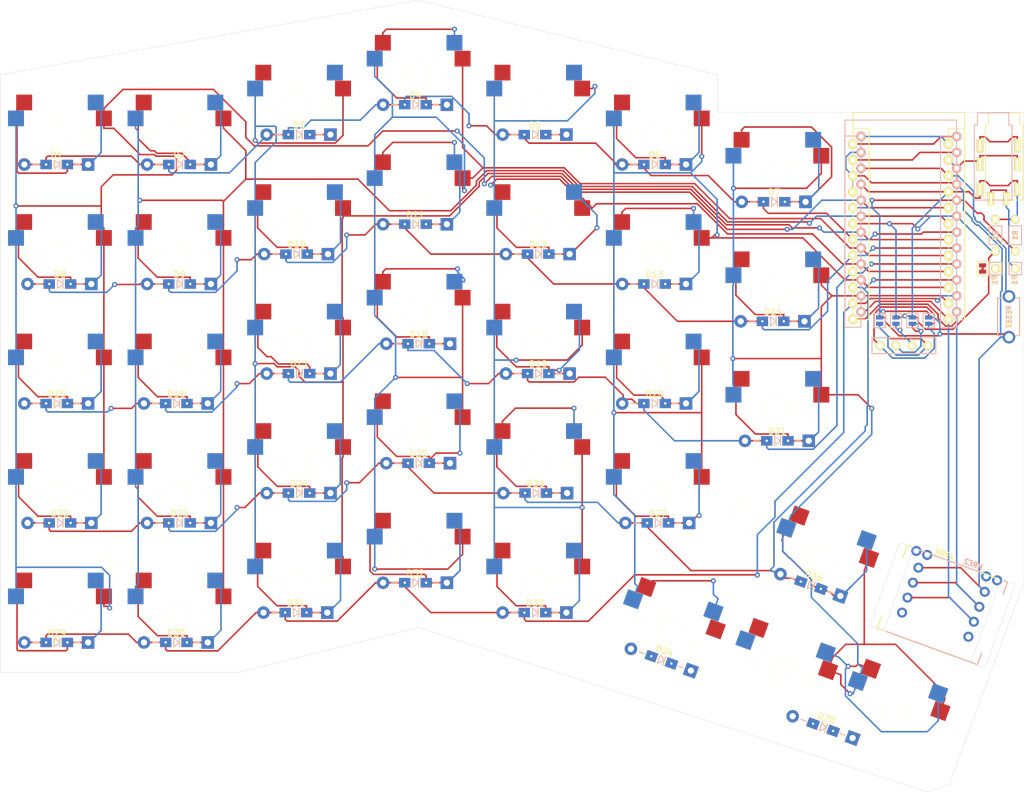
<source format=kicad_pcb>
(kicad_pcb (version 20221018) (generator pcbnew)
  (title_block (title "mapleBoard") (date "2023-12-01") (rev "1.0"))
  (layers (0 "F.Cu" signal) (31 "B.Cu" signal) (34 "B.Paste" user) (35 "F.Paste" user) (36 "B.SilkS" user "B.Silkscreen") (37 "F.SilkS" user "F.Silkscreen") (38 "B.Mask" user) (39 "F.Mask" user) (44 "Edge.Cuts" user))
  (net 0 "")
  (net 1 "row0")
  (net 2 "Net-(D1-A)")
  (net 3 "Net-(D2-A)")
  (net 4 "Net-(D3-A)")
  (net 5 "Net-(D4-A)")
  (net 6 "Net-(D5-A)")
  (net 7 "Net-(D6-A)")
  (net 8 "Net-(D7-A)")
  (net 9 "row1")
  (net 10 "Net-(D8-A)")
  (net 11 "Net-(D9-A)")
  (net 12 "Net-(D10-A)")
  (net 13 "Net-(D11-A)")
  (net 14 "Net-(D12-A)")
  (net 15 "Net-(D13-A)")
  (net 16 "Net-(D14-A)")
  (net 17 "row2")
  (net 18 "Net-(D15-A)")
  (net 19 "Net-(D16-A)")
  (net 20 "Net-(D17-A)")
  (net 21 "Net-(D18-A)")
  (net 22 "Net-(D19-A)")
  (net 23 "Net-(D20-A)")
  (net 24 "Net-(D21-A)")
  (net 25 "row3")
  (net 26 "Net-(D22-A)")
  (net 27 "Net-(D23-A)")
  (net 28 "Net-(D24-A)")
  (net 29 "Net-(D25-A)")
  (net 30 "Net-(D26-A)")
  (net 31 "Net-(D27-A)")
  (net 32 "row4")
  (net 33 "Net-(D28-A)")
  (net 34 "Net-(D29-A)")
  (net 35 "Net-(D30-A)")
  (net 36 "Net-(D31-A)")
  (net 37 "Net-(D32-A)")
  (net 38 "Net-(D33-A)")
  (net 39 "Net-(D36-A)")
  (net 40 "GND")
  (net 41 "A")
  (net 42 "B")
  (net 45 "VCC")
  (net 46 "Net-(P1-Pin_1)")
  (net 47 "Net-(P2-Pin_1)")
  (net 48 "DATA")
  (net 49 "col0")
  (net 50 "col1")
  (net 51 "col2")
  (net 52 "col3")
  (net 53 "col4")
  (net 54 "col5")
  (net 55 "col6")
  (net 56 "SDA")
  (net 57 "SCL")
  (net 58 "RESET")
  (net 59 "Net-(D34-A)")
  (net 60 "Net-(J2-P1)")
  (net 61 "Net-(J2-P2)")
  (net 62 "Net-(J2-P3)")
  (net 63 "Net-(J2-P4)")
  (net 64 "unconnected-(U1-RAW-Pad24)")
  (net 65 "unconnected-(U1-TX(PD3)-Pad1)")
  (footprint "Lily58-footprint:HOLE_M2_TH" (layer "F.Cu") (at 85.725 66.675)
    (fp_text reference "H1" hide)
    (fp_text value "HOLE" hide)
  )
  (footprint "Lily58-footprint:Diode_TH_SOD123" (layer "F.Cu") (at 132.8406 71.4375 180)
    (fp_text reference "D11")
    (fp_text value "Diode" hide)
  )
  (footprint "Lily58-footprint:Diode_TH_SOD123" (layer "F.Cu") (at 114.3 95.25 180)
    (fp_text reference "D17")
    (fp_text value "Diode" hide)
  )
  (footprint "Lily58-footprint:MX_Socket_18mm" (layer "F.Cu") (at 190.5 101.2031)
    (fp_text reference "MX21" hide)
    (fp_text value "MX_SW_HS" hide)
  )
  (footprint "Lily58-footprint:Diode_TH_SOD123" (layer "F.Cu") (at 76.2 80.9625 180)
    (fp_text reference "D8")
    (fp_text value "Diode" hide)
  )
  (footprint "Lily58-footprint:MX_Socket_18mm" (layer "F.Cu") (at 133.35 104.775)
    (fp_text reference "MX25" hide)
    (fp_text value "MX_SW_HS" hide)
  )
  (footprint "Lily58-footprint:Diode_TH_SOD123" (layer "F.Cu") (at 151.8906 133.35 180)
    (fp_text reference "D33")
    (fp_text value "Diode" hide)
  )
  (footprint "Lily58-footprint:RESISTOR_mini" (layer "F.Cu") (at 225.2485 73.2 -90)
    (fp_text reference "R2")
    (fp_text value "R" hide)
  )
  (footprint "Lily58-footprint:MX_Socket_18mm" (layer "F.Cu") (at 76.2 95.25)
    (fp_text reference "MX15" hide)
    (fp_text value "MX_SW_HS" hide)
  )
  (footprint "Lily58-footprint:Diode_TH_SOD123" (layer "F.Cu") (at 189.8188 86.9156 180)
    (fp_text reference "D14")
    (fp_text value "Diode" hide)
  )
  (footprint "Lily58-footprint:MX_Socket_18mm" (layer "F.Cu") (at 171.45 57.15)
    (fp_text reference "MX6" hide)
    (fp_text value "MX_SW_HS" hide)
  )
  (footprint "Lily58-footprint:Diode_TH_SOD123" (layer "F.Cu") (at 172.0245 140.8926 160)
    (fp_text reference "D34")
    (fp_text value "Diode" hide)
  )
  (footprint "Lily58-footprint:Diode_TH_SOD123" (layer "F.Cu") (at 170.9406 61.9125 180)
    (fp_text reference "D6")
    (fp_text value "Diode" hide)
  )
  (footprint "Lily58-footprint:MX_Socket_18mm" (layer "F.Cu") (at 171.45 76.2)
    (fp_text reference "MX13" hide)
    (fp_text value "MX_SW_HS" hide)
  )
  (footprint "Lily58-footprint:Diode_TH_SOD123" (layer "F.Cu") (at 197.79 151.64 160)
    (fp_text reference "D28")
    (fp_text value "Diode" hide)
  )
  (footprint "Lily58-footprint:Diode_TH_SOD123" (layer "F.Cu") (at 75.6906 138.1125 180)
    (fp_text reference "D29")
    (fp_text value "Diode" hide)
  )
  (footprint "Lily58-footprint:MX_Socket_18mm" (layer "F.Cu") (at 171.45 95.25)
    (fp_text reference "MX20" hide)
    (fp_text value "MX_SW_HS" hide)
  )
  (footprint "Lily58-footprint:Diode_TH_SOD123" (layer "F.Cu") (at 95.25 80.9625 180)
    (fp_text reference "D9")
    (fp_text value "Diode" hide)
  )
  (footprint "Lily58-footprint:MJ-4PP-9" (layer "F.Cu") (at 226.63 55.59)
    (fp_text reference "J1" hide)
    (fp_text value "MJ-4PP-9" hide)
  )
  (footprint "Lily58-footprint:Jumper" (layer "F.Cu") (at 214.6 86.8 90)
    (fp_text reference "JP4" hide)
    (fp_text value "Device:Jumper_NO_Small" hide)
  )
  (footprint "Lily58-footprint:MX_Socket_18mm" (layer "F.Cu") (at 95.25 57.15)
    (fp_text reference "MX2" hide)
    (fp_text value "MX_SW_HS" hide)
  )
  (footprint "Lily58-footprint:Diode_TH_SOD123" (layer "F.Cu") (at 195.837 128.9864 160)
    (fp_text reference "D36")
    (fp_text value "Diode" hide)
  )
  (footprint "Lily58-footprint:Jumper" (layer "F.Cu") (at 206.8 86.8 90)
    (fp_text reference "JP1" hide)
    (fp_text value "Device:Jumper_NO_Small" hide)
  )
  (footprint "Lily58-footprint:Diode_TH_SOD123" (layer "F.Cu") (at 113.7906 133.35 180)
    (fp_text reference "D31")
    (fp_text value "Diode" hide)
  )
  (footprint "Lily58-footprint:MX_Socket_18mm" (layer "F.Cu") (at 76.2 114.3)
    (fp_text reference "MX22" hide)
    (fp_text value "MX_SW_HS" hide)
  )
  (footprint "Lily58-footprint:Diode_TH_SOD123" (layer "F.Cu") (at 76.2 119.0625 180)
    (fp_text reference "D22")
    (fp_text value "Diode" hide)
  )
  (footprint "Lily58-footprint:MX_Socket_18mm" (layer "F.Cu") (at 133.35 47.625)
    (fp_text reference "MX4" hide)
    (fp_text value "MX_SW_HS" hide)
  )
  (footprint "Lily58-footprint:MX_Socket_18mm" (layer "F.Cu") (at 171.45 114.3)
    (fp_text reference "MX27" hide)
    (fp_text value "MX_SW_HS" hide)
  )
  (footprint "Lily58-footprint:Diode_TH_SOD123" (layer "F.Cu") (at 95.25 61.9125 180)
    (fp_text reference "D2")
    (fp_text value "Diode" hide)
  )
  (footprint "Lily58-footprint:OLED_4Pin" (layer "F.Cu") (at 206.8513 90.8)
    (fp_text reference "J2" hide)
    (fp_text value "OLED" hide)
  )
  (footprint "Lily58-footprint:Diode_TH_SOD123" (layer "F.Cu") (at 95.25 119.0625 180)
    (fp_text reference "D23")
    (fp_text value "Diode" hide)
  )
  (footprint "Lily58-footprint:MX_Socket_18mm" (layer "F.Cu") (at 133.35 66.675)
    (fp_text reference "MX11" hide)
    (fp_text value "MX_SW_HS" hide)
  )
  (footprint "Lily58-footprint:Diode_TH_SOD123" (layer "F.Cu") (at 189.9906 67.8656 180)
    (fp_text reference "D7")
    (fp_text value "Diode" hide)
  )
  (footprint "Lily58-footprint:Diode_TH_SOD123" (layer "F.Cu") (at 170.9406 80.9625 180)
    (fp_text reference "D13")
    (fp_text value "Diode" hide)
  )
  (footprint "Lily58-footprint:MX_Socket_18mm" (layer "F.Cu") (at 209.012 149.0792 -20)
    (fp_text reference "MX37" hide)
    (fp_text value "MX_SW_HS" hide)
  )
  (footprint "Lily58-footprint:HOLE_M2_TH" (layer "F.Cu") (at 160.7344 61.9125)
    (fp_text reference "H3" hide)
    (fp_text value "HOLE" hide)
  )
  (footprint "Lily58-footprint:Diode_TH_SOD123" (layer "F.Cu") (at 133.35 109.5375 180)
    (fp_text reference "D25")
    (fp_text value "Diode" hide)
  )
  (footprint "Lily58-footprint:MX_Socket_18mm" (layer "F.Cu") (at 95.25 76.2)
    (fp_text reference "MX9" hide)
    (fp_text value "MX_SW_HS" hide)
  )
  (footprint "Lily58-footprint:MX_Socket_18mm" (layer "F.Cu") (at 190.5 63.1031)
    (fp_text reference "MX7" hide)
    (fp_text value "MX_SW_HS" hide)
  )
  (footprint "Lily58-footprint:Diode_TH_SOD123" (layer "F.Cu") (at 190.5 105.9656 180)
    (fp_text reference "D21")
    (fp_text value "Diode" hide)
  )
  (footprint "Lily58-footprint:MX_Socket_18mm" (layer "F.Cu") (at 76.2 76.2)
    (fp_text reference "MX8" hide)
    (fp_text value "MX_SW_HS" hide)
  )
  (footprint "Lily58-footprint:MX_Socket_18mm" (layer "F.Cu") (at 76.2 57.15)
    (fp_text reference "MX1" hide)
    (fp_text value "MX_SW_HS" hide)
  )
  (footprint "Lily58-footprint:MX_Socket_18mm" (layer "F.Cu") (at 191.1109 142.5637 -20)
    (fp_text reference "MX35" hide)
    (fp_text value "MX_SW_HS" hide)
  )
  (footprint "Lily58-footprint:Diode_TH_SOD123" (layer "F.Cu") (at 152.4 95.25 180)
    (fp_text reference "D19")
    (fp_text value "Diode" hide)
  )
  (footprint "Lily58-footprint:HOLE_M2_TH" (layer "F.Cu") (at 185.7375 117.8719)
    (fp_text reference "H5" hide)
    (fp_text value "HOLE" hide)
  )
  (footprint "Lily58-footprint:Diode_TH_SOD123" (layer "F.Cu") (at 133.35 90.4875 180)
    (fp_text reference "D18")
    (fp_text value "Diode" hide)
  )
  (footprint "Lily58-footprint:MX_Socket_18mm" (layer "F.Cu") (at 114.3 71.4375)
    (fp_text reference "MX10" hide)
    (fp_text value "MX_SW_HS" hide)
  )
  (footprint "Lily58-footprint:MX_Socket_18mm" (layer "F.Cu") (at 173.2097 136.0482 -20)
    (fp_text reference "MX36" hide)
    (fp_text value "MX_SW_HS" hide)
  )
  (footprint "Lily58-footprint:Diode_TH_SOD123" (layer "F.Cu") (at 75.6906 61.9125 180)
    (fp_text reference "D1")
    (fp_text value "Diode" hide)
  )
  (footprint "Lily58-footprint:MX_Socket_18mm" (layer "F.Cu") (at 95.25 95.25)
    (fp_text reference "MX16" hide)
    (fp_text value "MX_SW_HS" hide)
  )
  (footprint "Lily58-footprint:RESISTOR_mini" (layer "F.Cu") (at 228.4 73.2 -90)
    (fp_text reference "R1")
    (fp_text value "R" hide)
  )
  (footprint "Lily58-footprint:Diode_TH_SOD123" (layer "F.Cu") (at 171.45 119.0625 180)
    (fp_text reference "D27")
    (fp_text value "Diode" hide)
  )
  (footprint "Lily58-footprint:MX_Socket_18mm" (layer "F.Cu") (at 114.3 52.3875)
    (fp_text reference "MX3" hide)
    (fp_text value "MX_SW_HS" hide)
  )
  (footprint "Lily58-footprint:Diode_TH_SOD123" (layer "F.Cu") (at 94.7406 138.1125 180)
    (fp_text reference "D30")
    (fp_text value "Diode" hide)
  )
  (footprint "Lily58-footprint:MX_Socket_18mm" (layer "F.Cu") (at 133.35 85.725)
    (fp_text reference "MX18" hide)
    (fp_text value "MX_SW_HS" hide)
  )
  (footprint "Lily58-footprint:TACT_SWITCH_TVBP06" (layer "F.Cu") (at 227.4 86.2 90)
    (fp_text reference "RSW1" hide)
    (fp_text value "SW_RST" hide)
  )
  (footprint "Lily58-footprint:Diode_TH_SOD123" (layer "F.Cu") (at 151.8906 57.15 180)
    (fp_text reference "D5")
    (fp_text value "Diode" hide)
  )
  (footprint "Lily58-footprint:Diode_TH_SOD123" (layer "F.Cu") (at 170.9406 100.0125 180)
    (fp_text reference "D20")
    (fp_text value "Diode" hide)
  )
  (footprint "Lily58-footprint:MX_Socket_18mm" (layer "F.Cu") (at 133.35 123.825)
    (fp_text reference "MX32" hide)
    (fp_text value "MX_SW_HS" hide)
  )
  (footprint "Lily58-footprint:HOLE_M2_TH" (layer "F.Cu") (at 85.725 123.825)
    (fp_text reference "H2" hide)
    (fp_text value "HOLE" hide)
  )
  (footprint "Lily58-footprint:MX_Socket_18mm" (layer "F.Cu") (at 114.3 90.4875)
    (fp_text reference "MX17" hide)
    (fp_text value "MX_SW_HS" hide)
  )
  (footprint "Lily58-footprint:MX_Socket_18mm" (layer "F.Cu") (at 76.2 133.35)
    (fp_text reference "MX29" hide)
    (fp_text value "MX_SW_HS" hide)
  )
  (footprint "Lily58-footprint:MX_Socket_18mm" (layer "F.Cu") (at 190.5 82.1531)
    (fp_text reference "MX14" hide)
    (fp_text value "MX_SW_HS" hide)
  )
  (footprint "Lily58-footprint:Diode_TH_SOD123" (layer "F.Cu") (at 132.8406 52.3875 180)
    (fp_text reference "D4")
    (fp_text value "Diode" hide)
  )
  (footprint "Lily58-footprint:MX_Socket_18mm" (layer "F.Cu") (at 152.4 109.5375)
    (fp_text reference "MX26" hide)
    (fp_text value "MX_SW_HS" hide)
  )
  (footprint "Lily58-footprint:MX_Socket_18mm" (layer "F.Cu") (at 114.3 128.5875)
    (fp_text reference "MX31" hide)
    (fp_text value "MX_SW_HS" hide)
  )
  (footprint "Lily58-footprint:Diode_TH_SOD123" (layer "F.Cu") (at 113.9025 76.2025 180)
    (fp_text reference "D10")
    (fp_text value "Diode" hide)
  )
  (footprint "Lily58-footprint:Diode_TH_SOD123" (layer "F.Cu") (at 94.7406 100.0125 180)
    (fp_text reference "D16")
    (fp_text value "Diode" hide)
  )
  (footprint "Lily58-footprint:1pin_conn" (layer "F.Cu") (at 228.4008 78.5065 -90)
    (fp_text reference "P1")
    (fp_text value "i2c_pin" hide)
  )
  (footprint "Lily58-footprint:Diode_TH_SOD123" (layer "F.Cu") (at 114.3 57.15 180)
    (fp_text reference "D3")
    (fp_text value "Diode" hide)
  )
  (footprint "Lily58-footprint:MX_Socket_18mm" (layer "F.Cu") (at 152.4 128.5875)
    (fp_text reference "MX33" hide)
    (fp_text value "MX_SW_HS" hide)
  )
  (footprint "Lily58-footprint:Diode_TH_SOD123" (layer "F.Cu") (at 152.0025 114.3025 180)
    (fp_text reference "D26")
    (fp_text value "Diode" hide)
  )
  (footprint "Lily58-footprint:MX_Socket_18mm" (layer "F.Cu") (at 197.6264 124.6625 -20)
    (fp_text reference "MX28" hide)
    (fp_text value "MX_SW_HS" hide)
  )
  (footprint "Lily58-footprint:Diode_TH_SOD123" (layer "F.Cu") (at 152.4 76.2 180)
    (fp_text reference "D12")
    (fp_text value "Diode" hide)
  )
  (footprint "Lily58-footprint:MX_Socket_18mm" (layer "F.Cu") (at 95.25 133.35)
    (fp_text reference "MX30" hide)
    (fp_text value "MX_SW_HS" hide)
  )
  (footprint "Lily58-footprint:MX_Socket_18mm" (layer "F.Cu") (at 114.3 109.5375)
    (fp_text reference "MX24" hide)
    (fp_text value "MX_SW_HS" hide)
  )
  (footprint "Lily58-footprint:MX_Socket_18mm" (layer "F.Cu") (at 152.4 90.4875)
    (fp_text reference "MX19" hide)
    (fp_text value "MX_SW_HS" hide)
  )
  (footprint "Lily58-footprint:HOLE_M2_TH" (layer "F.Cu") (at 160.7344 98.8219)
    (fp_text reference "H4" hide)
    (fp_text value "HOLE" hide)
  )
  (footprint "Lily58-footprint:1pin_conn" (layer "F.Cu") (at 225.2508 78.5065 -90)
    (fp_text reference "P2")
    (fp_text value "i2c_pin" hide)
  )
  (footprint "ergo:RollerEncoder_Panasonic_EVQWGD001" (layer "F.Cu") (at 216.9547 131.6975 -20)
    (fp_text reference "HRE1")
    (fp_text value "~")
    (fp_line (start 7.4 -6.3) (end 7.4 7.3) (stroke (width 0.05)) (layer "Edge.Cuts"))
    (fp_line (start 7.7 7.6) (end 9.5 7.6) (stroke (width 0.05)) (layer "Edge.Cuts"))
    (fp_line (start 9.5 -6.6) (end 7.7 -6.6) (stroke (width 0.05)) (layer "Edge.Cuts"))
    (fp_line (start 9.8 7.3) (end 9.8 -6.3) (stroke (width 0.05)) (layer "Edge.Cuts"))
    (fp_arc (start 7.4 -6.3) (mid 7.487868 -6.512132) (end 7.7 -6.6) (stroke (width 0.05)) (layer "Edge.Cuts"))
    (fp_arc (start 7.7 7.6) (mid 7.487868 7.512132) (end 7.4 7.3) (stroke (width 0.05)) (layer "Edge.Cuts"))
    (fp_arc (start 9.5 -6.6) (mid 9.712132 -6.512132) (end 9.8 -6.3) (stroke (width 0.05)) (layer "Edge.Cuts"))
    (fp_arc (start 9.8 7.3) (mid 9.712132 7.512132) (end 9.5 7.6) (stroke (width 0.05)) (layer "Edge.Cuts"))
  )
  (footprint "Lily58-footprint:MX_Socket_18mm" (layer "F.Cu") (at 152.4 71.4375)
    (fp_text reference "MX12" hide)
    (fp_text value "MX_SW_HS" hide)
  )
  (footprint "Lily58-footprint:Jumper" (layer "F.Cu") (at 212 86.8 90)
    (fp_text reference "JP3" hide)
    (fp_text value "Device:Jumper_NO_Small" hide)
  )
  (footprint "Lily58-footprint:Jumper" (layer "F.Cu") (at 209.4 86.8 90)
    (fp_text reference "JP2" hide)
    (fp_text value "Device:Jumper_NO_Small" hide)
  )
  (footprint "Lily58-footprint:Diode_TH_SOD123" (layer "F.Cu") (at 75.6906 100.0125 180)
    (fp_text reference "D15")
    (fp_text value "Diode" hide)
  )
  (footprint "Lily58-footprint:MX_Socket_18mm" (layer "F.Cu") (at 152.4 52.3875)
    (fp_text reference "MX5" hide)
    (fp_text value "MX_SW_HS" hide)
  )
  (footprint "Lily58-footprint:Diode_TH_SOD123" (layer "F.Cu") (at 114.3 114.3 180)
    (fp_text reference "D24")
    (fp_text value "Diode" hide)
  )
  (footprint "Lily58-footprint:jumper_data" (layer "F.Cu") (at 223.2 78.5004 90)
    (fp_text reference "W1")
    (fp_text value "Jumper" hide)
  )
  (footprint "Lily58-footprint:MX_Socket_18mm" (layer "F.Cu") (at 95.25 114.3)
    (fp_text reference "MX23" hide)
    (fp_text value "MX_SW_HS" hide)
  )
  (footprint "Lily58-footprint:Diode_TH_SOD123" (layer "F.Cu") (at 132.8406 128.5875 180)
    (fp_text reference "D32")
    (fp_text value "Diode" hide)
  )
  (footprint "Lily58-footprint:Jumper" (layer "B.Cu") (at 209.4 86.8 90)
    (fp_text reference "JP6" hide)
    (fp_text value "Device:Jumper_NO_Small" hide)
  )
  (footprint "Lily58-footprint:Jumper" (layer "B.Cu") (at 214.6 86.8 90)
    (fp_text reference "JP8" hide)
    (fp_text value "Device:Jumper_NO_Small" hide)
  )
  (footprint "Lily58-footprint:ProMicro_rev2" (layer "B.Cu") (at 210.2488 72.2243 180)
    (fp_text reference "U1" hide)
    (fp_text value "ProMicro_2" hide)
  )
  (footprint "ergo:RollerEncoder_Panasonic_EVQWGD001" (layer "B.Cu") (at 216.9547 131.6975 160)
    (fp_text reference "HRE2")
    (fp_text value "~")
    (fp_line (start 7.4 6.3) (end 7.4 -7.3) (stroke (width 0.05)) (layer "Edge.Cuts"))
    (fp_line (start 7.7 -7.6) (end 9.5 -7.6) (stroke (width 0.05)) (layer "Edge.Cuts"))
    (fp_line (start 9.5 6.6) (end 7.7 6.6) (stroke (width 0.05)) (layer "Edge.Cuts"))
    (fp_line (start 9.8 -7.3) (end 9.8 6.3) (stroke (width 0.05)) (layer "Edge.Cuts"))
    (fp_arc (start 7.4 -7.3) (mid 7.487868 -7.512132) (end 7.7 -7.6) (stroke (width 0.05)) (layer "Edge.Cuts"))
    (fp_arc (start 7.7 6.6) (mid 7.487868 6.512132) (end 7.4 6.3) (stroke (width 0.05)) (layer "Edge.Cuts"))
    (fp_arc (start 9.5 -7.6) (mid 9.712132 -7.512132) (end 9.8 -7.3) (stroke (width 0.05)) (layer "Edge.Cuts"))
    (fp_arc (start 9.8 6.3) (mid 9.712132 6.512132) (end 9.5 6.6) (stroke (width 0.05)) (layer "Edge.Cuts"))
  )
  (footprint "Lily58-footprint:Jumper" (layer "B.Cu") (at 212 86.8 90)
    (fp_text reference "JP7" hide)
    (fp_text value "Device:Jumper_NO_Small" hide)
  )
  (footprint "Lily58-footprint:Jumper" (layer "B.Cu") (at 206.8 86.8 90)
    (fp_text reference "JP5" hide)
    (fp_text value "Device:Jumper_NO_Small" hide)
  )
  (gr_poly (pts (xy 66.675 47.625) (xy 66.675 142.875) (xy 104.775 142.875) (xy 133.35 135.73125) (xy 214.3125 161.925) (xy 217.884375 160.734375) (xy 229.790625 128.5875) (xy 229.790625 53.578125) (xy 180.975 53.578125) (xy 180.975 47.625) (xy 133.35 35.71875)) (stroke (width 0.05)) (fill none) (layer "Edge.Cuts"))
  (segment (start 111.984 57.1475) (end 111.987 57.15) (width 0.25) (layer "F.Cu") (net 1))
  (segment (start 148.961 57.1475) (end 146.8906 57.1475) (width 0.25) (layer "F.Cu") (net 1))
  (segment (start 146.8906 57.1475) (end 145.564 57.1475) (width 0.25) (layer "F.Cu") (net 1))
  (segment (start 169.2406 61.9125) (end 168.627 61.9125) (width 0.25) (layer "F.Cu") (net 1))
  (segment (start 219.069 72.6943) (end 219.0688 72.6943) (width 0.25) (layer "F.Cu") (net 1))
  (segment (start 168.014 61.9125) (end 168.011 61.91) (width 0.25) (layer "F.Cu") (net 1))
  (segment (start 188.2906 67.8656) (end 187.064 67.8656) (width 0.25) (layer "F.Cu") (net 1))
  (segment (start 168.011 61.91) (end 165.9406 61.91) (width 0.25) (layer "F.Cu") (net 1))
  (segment (start 153.591 57.15) (end 154.818 57.15) (width 0.25) (layer "F.Cu") (net 1))
  (segment (start 129.911 52.385) (end 129.914 52.3875) (width 0.25) (layer "F.Cu") (net 1))
  (segment (start 157.0506 57.1475) (end 157.051 57.1475) (width 0.25) (layer "F.Cu") (net 1))
  (segment (start 111.987 57.15) (end 112.6 57.15) (width 0.25) (layer "F.Cu") (net 1))
  (segment (start 187.061 67.8631) (end 184.9906 67.8631) (width 0.25) (layer "F.Cu") (net 1))
  (segment (start 169.241 61.9125) (end 169.2406 61.9125) (width 0.25) (layer "F.Cu") (net 1))
  (segment (start 153.591 57.15) (end 153.5906 57.15) (width 0.25) (layer "F.Cu") (net 1))
  (segment (start 188.291 68.9425) (end 188.291 67.8656) (width 0.25) (layer "F.Cu") (net 1))
  (segment (start 179.482 63.6804) (end 170.395 63.6804) (width 0.25) (layer "F.Cu") (net 1))
  (segment (start 189.05 69.7024) (end 188.291 68.9425) (width 0.25) (layer "F.Cu") (net 1))
  (segment (start 150.941 58.5138) (end 149.577 57.15) (width 0.25) (layer "F.Cu") (net 1))
  (segment (start 148.964 57.15) (end 148.961 57.1475) (width 0.25) (layer "F.Cu") (net 1))
  (segment (start 213.444 72.994) (end 206.065 72.994) (width 0.25) (layer "F.Cu") (net 1))
  (segment (start 127.8406 52.385) (end 127.841 52.385) (width 0.25) (layer "F.Cu") (net 1))
  (segment (start 131.1406 52.3875) (end 131.141 52.3875) (width 0.25) (layer "F.Cu") (net 1))
  (segment (start 154.818 57.15) (end 154.82 57.1475) (width 0.25) (layer "F.Cu") (net 1))
  (segment (start 145.564 57.1475) (end 144.168 55.7514) (width 0.25) (layer "F.Cu") (net 1))
  (segment (start 144.168 55.7514) (end 141.367 55.7514) (width 0.25) (layer "F.Cu") (net 1))
  (segment (start 168.627 61.9125) (end 168.014 61.9125) (width 0.25) (layer "F.Cu") (net 1))
  (segment (start 149.577 57.15) (end 148.964 57.15) (width 0.25) (layer "F.Cu") (net 1))
  (segment (start 150.191 57.15) (end 150.1906 57.15) (width 0.25) (layer "F.Cu") (net 1))
  (segment (start 213.744 72.6943) (end 213.444 72.994) (width 0.25) (layer "F.Cu") (net 1))
  (segment (start 164.614 61.91) (end 164.614 61.5784) (width 0.25) (layer "F.Cu") (net 1))
  (segment (start 198.342 69.7024) (end 189.05 69.7024) (width 0.25) (layer "F.Cu") (net 1))
  (segment (start 109.3 57.1475) (end 111.984 57.1475) (width 0.25) (layer "F.Cu") (net 1))
  (segment (start 202.53 73.89) (end 198.342 69.7024) (width 0.25) (layer "F.Cu") (net 1))
  (segment (start 183.664 67.8631) (end 179.482 63.6804) (width 0.25) (layer "F.Cu") (net 1))
  (segment (start 219.0688 72.6943) (end 213.744 72.6943) (width 0.25) (layer "F.Cu") (net 1))
  (segment (start 165.9406 61.91) (end 164.614 61.91) (width 0.25) (layer "F.Cu") (net 1))
  (segment (start 184.9906 67.8631) (end 183.664 67.8631) (width 0.25) (layer "F.Cu") (net 1))
  (segment (start 150.1906 57.15) (end 149.577 57.15) (width 0.25) (layer "F.Cu") (net 1))
  (segment (start 187.064 67.8656) (end 187.061 67.8631) (width 0.25) (layer "F.Cu") (net 1))
  (segment (start 127.841 52.385) (end 129.911 52.385) (width 0.25) (layer "F.Cu") (net 1))
  (segment (start 170.395 63.6804) (end 168.627 61.9125) (width 0.25) (layer "F.Cu") (net 1))
  (segment (start 154.82 57.1475) (end 157.0506 57.1475) (width 0.25) (layer "F.Cu") (net 1))
  (segment (start 161.55 58.5138) (end 150.941 58.5138) (width 0.25) (layer "F.Cu") (net 1))
  (segment (start 129.914 52.3875) (end 131.1406 52.3875) (width 0.25) (layer "F.Cu") (net 1))
  (segment (start 164.614 61.5784) (end 161.55 58.5138) (width 0.25) (layer "F.Cu") (net 1))
  (segment (start 188.291 67.8656) (end 188.2906 67.8656) (width 0.25) (layer "F.Cu") (net 1))
  (via (at 206.065 72.994) (size 0.8) (drill 0.4) (layers "F.Cu" "B.Cu") (net 1))
  (via (at 141.367 55.7514) (size 0.8) (drill 0.4) (layers "F.Cu" "B.Cu") (net 1))
  (segment (start 131.141 51.5798) (end 131.141 51.849) (width 0.25) (layer "B.Cu") (net 1))
  (segment (start 103.198 63.25) (end 109.3 57.1475) (width 0.25) (layer "B.Cu") (net 1))
  (segment (start 205.169 73.89) (end 206.065 72.994) (width 0.25) (layer "B.Cu") (net 1))
  (segment (start 131.141 51.5798) (end 131.1406 51.5802) (width 0.25) (layer "B.Cu") (net 1))
  (segment (start 127.8406 52.385) (end 127.841 52.385) (width 0.25) (layer "B.Cu") (net 1))
  (segment (start 202.53 73.89) (end 205.169 73.89) (width 0.25) (layer "B.Cu") (net 1))
  (segment (start 93.55 61.9125) (end 93.55 62.9894) (width 0.25) (layer "B.Cu") (net 1))
  (segment (start 126.514 52.385) (end 127.8406 52.385) (width 0.25) (layer "B.Cu") (net 1))
  (segment (start 112.6 57.15) (end 112.6 56.0731) (width 0.25) (layer "B.Cu") (net 1))
  (segment (start 114.975 56.0731) (end 116.205 54.8427) (width 0.25) (layer "B.Cu") (net 1))
  (segment (start 112.6 56.0731) (end 114.975 56.0731) (width 0.25) (layer "B.Cu") (net 1))
  (segment (start 141.367 53.8191) (end 138.607 51.0586) (width 0.25) (layer "B.Cu") (net 1))
  (segment (start 124.056 54.8427) (end 126.514 52.385) (width 0.25) (layer "B.Cu") (net 1))
  (segment (start 141.367 55.7514) (end 141.367 53.8191) (width 0.25) (layer "B.Cu") (net 1))
  (segment (start 131.393 51.0586) (end 131.141 51.3106) (width 0.25) (layer "B.Cu") (net 1))
  (segment (start 116.205 54.8427) (end 124.056 54.8427) (width 0.25) (layer "B.Cu") (net 1))
  (segment (start 93.55 62.9894) (end 93.8106 63.25) (width 0.25) (layer "B.Cu") (net 1))
  (segment (start 131.1406 51.5802) (end 131.1406 52.3875) (width 0.25) (layer "B.Cu") (net 1))
  (segment (start 131.141 51.3106) (end 131.141 51.5798) (width 0.25) (layer "B.Cu") (net 1))
  (segment (start 138.607 51.0586) (end 131.393 51.0586) (width 0.25) (layer "B.Cu") (net 1))
  (segment (start 93.8106 63.25) (end 103.198 63.25) (width 0.25) (layer "B.Cu") (net 1))
  (segment (start 78.6175 61.9125) (end 78.62 61.91) (width 0.25) (layer "F.Cu") (net 2))
  (segment (start 69.3642 53.1658) (end 70.5 52.03) (width 0.25) (layer "F.Cu") (net 2))
  (segment (start 87.5972 60.5836) (end 88.9236 61.91) (width 0.25) (layer "F.Cu") (net 2))
  (segment (start 72.7637 61.9125) (end 73.9906 61.9125) (width 0.25) (layer "F.Cu") (net 2))
  (segment (start 92.3206 61.91) (end 90.25 61.91) (width 0.25) (layer "F.Cu") (net 2))
  (segment (start 93.55 61.9125) (end 92.3231 61.9125) (width 0.25) (layer "F.Cu") (net 2))
  (segment (start 88.9236 61.91) (end 90.25 61.91) (width 0.25) (layer "F.Cu") (net 2))
  (segment (start 77.3906 62.9894) (end 77.0808 63.2992) (width 0.25) (layer "F.Cu") (net 2))
  (segment (start 78.62 61.91) (end 80.8506 61.91) (width 0.25) (layer "F.Cu") (net 2))
  (segment (start 77.3906 61.9125) (end 78.6175 61.9125) (width 0.25) (layer "F.Cu") (net 2))
  (segment (start 77.0808 63.2992) (end 69.6185 63.2992) (width 0.25) (layer "F.Cu") (net 2))
  (segment (start 70.6906 61.91) (end 72.7612 61.91) (width 0.25) (layer "F.Cu") (net 2))
  (segment (start 74.2426 60.5836) (end 87.5972 60.5836) (width 0.25) (layer "F.Cu") (net 2))
  (segment (start 69.6185 63.2992) (end 69.3642 63.0449) (width 0.25) (layer "F.Cu") (net 2))
  (segment (start 69.3642 63.0449) (end 69.3642 53.1658) (width 0.25) (layer "F.Cu") (net 2))
  (segment (start 73.9906 60.8356) (end 74.2426 60.5836) (width 0.25) (layer "F.Cu") (net 2))
  (segment (start 77.3906 61.9125) (end 77.3906 62.9894) (width 0.25) (layer "F.Cu") (net 2))
  (segment (start 72.7612 61.91) (end 72.7637 61.9125) (width 0.25) (layer "F.Cu") (net 2))
  (segment (start 73.9906 61.9125) (end 73.9906 60.8356) (width 0.25) (layer "F.Cu") (net 2))
  (segment (start 92.3231 61.9125) (end 92.3206 61.91) (width 0.25) (layer "F.Cu") (net 2))
  (segment (start 82.7626 52.8926) (end 81.9 52.03) (width 0.25) (layer "B.Cu") (net 2))
  (segment (start 82.7626 59.998) (end 82.7626 52.8926) (width 0.25) (layer "B.Cu") (net 2))
  (segment (start 80.8506 61.91) (end 82.7626 59.998) (width 0.25) (layer "B.Cu") (net 2))
  (segment (start 91.2389 59.7244) (end 90.5998 59.7244) (width 0.25) (layer "F.Cu") (net 3))
  (segment (start 88.6674 57.792) (end 88.6674 52.9126) (width 0.25) (layer "F.Cu") (net 3))
  (segment (start 90.5998 59.7244) (end 88.6674 57.792) (width 0.25) (layer "F.Cu") (net 3))
  (segment (start 88.6674 52.9126) (end 89.55 52.03) (width 0.25) (layer "F.Cu") (net 3))
  (segment (start 97.3816 61.9125) (end 95.6023 60.1332) (width 0.25) (layer "F.Cu") (net 3))
  (segment (start 95.6023 60.1332) (end 91.6477 60.1332) (width 0.25) (layer "F.Cu") (net 3))
  (segment (start 91.6477 60.1332) (end 91.2389 59.7244) (width 0.25) (layer "F.Cu") (net 3))
  (segment (start 97.3816 61.9125) (end 98.1769 61.9125) (width 0.25) (layer "F.Cu") (net 3))
  (segment (start 96.95 61.9125) (end 97.3816 61.9125) (width 0.25) (layer "F.Cu") (net 3))
  (segment (start 98.1794 61.91) (end 100.41 61.91) (width 0.25) (layer "F.Cu") (net 3))
  (segment (start 98.1769 61.9125) (end 98.1794 61.91) (width 0.25) (layer "F.Cu") (net 3))
  (segment (start 101.818 60.5023) (end 101.818 52.8977) (width 0.25) (layer "B.Cu") (net 3))
  (segment (start 100.41 61.91) (end 101.818 60.5023) (width 0.25) (layer "B.Cu") (net 3))
  (segment (start 101.818 52.8977) (end 100.95 52.03) (width 0.25) (layer "B.Cu") (net 3))
  (segment (start 117.227 57.15) (end 117.229 57.1475) (width 0.25) (layer "F.Cu") (net 4))
  (segment (start 117.229 57.1475) (end 119.46 57.1475) (width 0.25) (layer "F.Cu") (net 4))
  (segment (start 116 57.15) (end 117.227 57.15) (width 0.25) (layer "F.Cu") (net 4))
  (segment (start 134.8475 52.3875) (end 134.541 52.3875) (width 0.25) (layer "F.Cu") (net 5))
  (segment (start 135.154 52.3875) (end 134.8475 52.3875) (width 0.25) (layer "F.Cu") (net 5))
  (segment (start 129.852 51.3106) (end 126.758 48.2163) (width 0.25) (layer "F.Cu") (net 5))
  (segment (start 128.224 40.3544) (end 139.05 40.3544) (width 0.25) (layer "F.Cu") (net 5))
  (segment (start 134.541 51.3106) (end 129.852 51.3106) (width 0.25) (layer "F.Cu") (net 5))
  (segment (start 135.77 52.385) (end 135.768 52.3875) (width 0.25) (layer "F.Cu") (net 5))
  (segment (start 126.758 48.2163) (end 126.758 43.3968) (width 0.25) (layer "F.Cu") (net 5))
  (segment (start 135.768 52.3875) (end 135.154 52.3875) (width 0.25) (layer "F.Cu") (net 5))
  (segment (start 127.65 40.9281) (end 128.224 40.3544) (width 0.25) (layer "F.Cu") (net 5))
  (segment (start 134.541 52.3875) (end 134.5406 52.3875) (width 0.25) (layer "F.Cu") (net 5))
  (segment (start 126.758 43.3968) (end 127.65 42.505) (width 0.25) (layer "F.Cu") (net 5))
  (segment (start 134.8475 52.3875) (end 134.541 52.3875) (width 0.25) (layer "F.Cu") (net 5))
  (segment (start 135.154 52.3875) (end 134.8475 52.3875) (width 0.25) (layer "F.Cu") (net 5))
  (segment (start 134.541 52.3875) (end 134.541 51.3106) (width 0.25) (layer "F.Cu") (net 5))
  (segment (start 138.0006 52.385) (end 135.77 52.385) (width 0.25) (layer "F.Cu") (net 5))
  (segment (start 127.65 42.505) (end 127.65 40.9281) (width 0.25) (layer "F.Cu") (net 5))
  (segment (start 138.001 52.385) (end 138.0006 52.385) (width 0.25) (layer "F.Cu") (net 5))
  (via (at 139.05 40.3544) (size 0.8) (drill 0.4) (layers "F.Cu" "B.Cu") (net 5))
  (segment (start 139.05 42.505) (end 139.05 40.3544) (width 0.25) (layer "B.Cu") (net 5))
  (segment (start 173.868 61.9125) (end 173.254 61.9125) (width 0.25) (layer "F.Cu") (net 7))
  (segment (start 173.87 61.91) (end 173.868 61.9125) (width 0.25) (layer "F.Cu") (net 7))
  (segment (start 164.883 52.8972) (end 165.75 52.03) (width 0.25) (layer "F.Cu") (net 7))
  (segment (start 176.101 61.91) (end 176.1006 61.91) (width 0.25) (layer "F.Cu") (net 7))
  (segment (start 176.1006 61.91) (end 173.87 61.91) (width 0.25) (layer "F.Cu") (net 7))
  (segment (start 173.254 61.9125) (end 172.9475 61.9125) (width 0.25) (layer "F.Cu") (net 7))
  (segment (start 167.952 60.8356) (end 164.883 57.7669) (width 0.25) (layer "F.Cu") (net 7))
  (segment (start 173.254 61.9125) (end 172.9475 61.9125) (width 0.25) (layer "F.Cu") (net 7))
  (segment (start 172.9475 61.9125) (end 172.641 61.9125) (width 0.25) (layer "F.Cu") (net 7))
  (segment (start 164.883 57.7669) (end 164.883 52.8972) (width 0.25) (layer "F.Cu") (net 7))
  (segment (start 172.9475 61.9125) (end 172.641 61.9125) (width 0.25) (layer "F.Cu") (net 7))
  (segment (start 172.641 60.8356) (end 167.952 60.8356) (width 0.25) (layer "F.Cu") (net 7))
  (segment (start 172.641 61.9125) (end 172.6406 61.9125) (width 0.25) (layer "F.Cu") (net 7))
  (segment (start 172.641 61.9125) (end 172.641 60.8356) (width 0.25) (layer "F.Cu") (net 7))
  (segment (start 177.025 60.9852) (end 176.1006 61.9096) (width 0.25) (layer "B.Cu") (net 7))
  (segment (start 178.022 59.9882) (end 178.022 52.9024) (width 0.25) (layer "B.Cu") (net 7))
  (segment (start 176.1006 61.9096) (end 176.1006 61.91) (width 0.25) (layer "B.Cu") (net 7))
  (segment (start 177.025 60.9852) (end 178.022 59.9882) (width 0.25) (layer "B.Cu") (net 7))
  (segment (start 178.022 52.9024) (end 177.15 52.03) (width 0.25) (layer "B.Cu") (net 7))
  (segment (start 195.1506 67.8631) (end 192.92 67.8631) (width 0.25) (layer "F.Cu") (net 8))
  (segment (start 191.691 67.8656) (end 191.6906 67.8656) (width 0.25) (layer "F.Cu") (net 8))
  (segment (start 199.137 59.1506) (end 199.137 63.8764) (width 0.25) (layer "F.Cu") (net 8))
  (segment (start 185.267 55.9388) (end 195.926 55.9388) (width 0.25) (layer "F.Cu") (net 8))
  (segment (start 192.918 67.8656) (end 191.691 67.8656) (width 0.25) (layer "F.Cu") (net 8))
  (segment (start 184.8 56.4062) (end 185.267 55.9388) (width 0.25) (layer "F.Cu") (net 8))
  (segment (start 184.8 57.9831) (end 184.8 56.4062) (width 0.25) (layer "F.Cu") (net 8))
  (segment (start 195.151 67.8631) (end 195.1506 67.8631) (width 0.25) (layer "F.Cu") (net 8))
  (segment (start 192.92 67.8631) (end 192.918 67.8656) (width 0.25) (layer "F.Cu") (net 8))
  (segment (start 199.137 63.8764) (end 195.151 67.8631) (width 0.25) (layer "F.Cu") (net 8))
  (segment (start 195.926 55.9388) (end 199.137 59.1506) (width 0.25) (layer "F.Cu") (net 8))
  (segment (start 197.099 65.9147) (end 196.612 66.4018) (width 0.25) (layer "B.Cu") (net 8))
  (segment (start 196.6119 66.4018) (end 195.1506 67.8631) (width 0.25) (layer "B.Cu") (net 8))
  (segment (start 197.099 58.8821) (end 197.099 65.9147) (width 0.25) (layer "B.Cu") (net 8))
  (segment (start 196.2 57.9831) (end 197.099 58.8821) (width 0.25) (layer "B.Cu") (net 8))
  (segment (start 196.612 66.4018) (end 196.125 66.8889) (width 0.25) (layer "B.Cu") (net 8))
  (segment (start 196.612 66.4018) (end 196.6119 66.4018) (width 0.25) (layer "B.Cu") (net 8))
  (segment (start 112.202 76.2025) (end 111.589 76.2025) (width 0.25) (layer "F.Cu") (net 9))
  (segment (start 168.627 80.9625) (end 174.578 86.9131) (width 0.25) (layer "F.Cu") (net 9))
  (segment (start 168.011 80.96) (end 168.014 80.9625) (width 0.25) (layer "F.Cu") (net 9))
  (segment (start 73.2731 80.9625) (end 73.2706 80.96) (width 0.25) (layer "F.Cu") (net 9))
  (segment (start 168.014 80.9625) (end 168.627 80.9625) (width 0.25) (layer "F.Cu") (net 9))
  (segment (start 73.2706 80.96) (end 71.2 80.96) (width 0.25) (layer "F.Cu") (net 9))
  (segment (start 108.9025 76.2) (end 107.576 76.2) (width 0.25) (layer "F.Cu") (net 9))
  (segment (start 106.68 77.0957) (end 104.417 77.0957) (width 0.25) (layer "F.Cu") (net 9))
  (segment (start 111.589 76.2025) (end 111.587 76.2) (width 0.25) (layer "F.Cu") (net 9))
  (segment (start 121.884 73.1455) (end 124.804 73.1455) (width 0.25) (layer "F.Cu") (net 9))
  (segment (start 129.914 71.4375) (end 130.527 71.4375) (width 0.25) (layer "F.Cu") (net 9))
  (segment (start 174.578 86.9131) (end 184.8188 86.9131) (width 0.25) (layer "F.Cu") (net 9))
  (segment (start 147.4 76.1975) (end 149.471 76.1975) (width 0.25) (layer "F.Cu") (net 9))
  (segment (start 186.889 86.9131) (end 186.892 86.9156) (width 0.25) (layer "F.Cu") (net 9))
  (segment (start 126.514 71.435) (end 127.8406 71.435) (width 0.25) (layer "F.Cu") (net 9))
  (segment (start 150.087 76.2) (end 154.847 80.96) (width 0.25) (layer "F.Cu") (net 9))
  (segment (start 205.771 75.2343) (end 219.0688 75.2343) (width 0.25) (layer "F.Cu") (net 9))
  (segment (start 74.5 80.9625) (end 73.2731 80.9625) (width 0.25) (layer "F.Cu") (net 9))
  (segment (start 168.627 80.9625) (end 169.2406 80.9625) (width 0.25) (layer "F.Cu") (net 9))
  (segment (start 88.9236 80.96) (end 88.8377 81.0459) (width 0.25) (layer "F.Cu") (net 9))
  (segment (start 149.473 76.2) (end 150.087 76.2) (width 0.25) (layer "F.Cu") (net 9))
  (segment (start 131.1406 71.4375) (end 130.527 71.4375) (width 0.25) (layer "F.Cu") (net 9))
  (segment (start 124.804 73.1455) (end 126.514 71.435) (width 0.25) (layer "F.Cu") (net 9))
  (segment (start 92.3231 80.9625) (end 92.3206 80.96) (width 0.25) (layer "F.Cu") (net 9))
  (segment (start 131.141 71.4375) (end 131.1406 71.4375) (width 0.25) (layer "F.Cu") (net 9))
  (segment (start 107.576 76.2) (end 106.68 77.0957) (width 0.25) (layer "F.Cu") (net 9))
  (segment (start 130.527 71.4375) (end 135.287 76.1975) (width 0.25) (layer "F.Cu") (net 9))
  (segment (start 135.287 76.1975) (end 147.4 76.1975) (width 0.25) (layer "F.Cu") (net 9))
  (segment (start 88.8377 81.0459) (end 84.9085 81.0459) (width 0.25) (layer "F.Cu") (net 9))
  (segment (start 112.202 76.2025) (end 112.2025 76.2025) (width 0.25) (layer "F.Cu") (net 9))
  (segment (start 184.8188 86.9131) (end 186.889 86.9131) (width 0.25) (layer "F.Cu") (net 9))
  (segment (start 90.25 80.96) (end 88.9236 80.96) (width 0.25) (layer "F.Cu") (net 9))
  (segment (start 127.8406 71.435) (end 129.911 71.435) (width 0.25) (layer "F.Cu") (net 9))
  (segment (start 154.847 80.96) (end 165.9406 80.96) (width 0.25) (layer "F.Cu") (net 9))
  (segment (start 129.911 71.435) (end 129.914 71.4375) (width 0.25) (layer "F.Cu") (net 9))
  (segment (start 165.9406 80.96) (end 168.011 80.96) (width 0.25) (layer "F.Cu") (net 9))
  (segment (start 169.2406 80.9625) (end 169.241 80.9625) (width 0.25) (layer "F.Cu") (net 9))
  (segment (start 92.3206 80.96) (end 90.25 80.96) (width 0.25) (layer "F.Cu") (net 9))
  (segment (start 219.0688 75.2343) (end 219.069 75.2343) (width 0.25) (layer "F.Cu") (net 9))
  (segment (start 93.55 80.9625) (end 92.3231 80.9625) (width 0.25) (layer "F.Cu") (net 9))
  (segment (start 188.1188 86.9156) (end 188.119 86.9156) (width 0.25) (layer "F.Cu") (net 9))
  (segment (start 149.471 76.1975) (end 149.473 76.2) (width 0.25) (layer "F.Cu") (net 9))
  (segment (start 150.7 76.2) (end 150.087 76.2) (width 0.25) (layer "F.Cu") (net 9))
  (segment (start 186.892 86.9156) (end 188.1188 86.9156) (width 0.25) (layer "F.Cu") (net 9))
  (segment (start 111.587 76.2) (end 108.9025 76.2) (width 0.25) (layer "F.Cu") (net 9))
  (via (at 104.417 77.0957) (size 0.8) (drill 0.4) (layers "F.Cu" "B.Cu") (net 9))
  (via (at 121.884 73.1455) (size 0.8) (drill 0.4) (layers "F.Cu" "B.Cu") (net 9))
  (via (at 205.771 75.2343) (size 0.8) (drill 0.4) (layers "F.Cu" "B.Cu") (net 9))
  (via (at 84.9085 81.0459) (size 0.8) (drill 0.4) (layers "F.Cu" "B.Cu") (net 9))
  (segment (start 93.55 82.0394) (end 93.8109 82.3003) (width 0.25) (layer "B.Cu") (net 9))
  (segment (start 74.7554 82.2948) (end 83.6596 82.2948) (width 0.25) (layer "B.Cu") (net 9))
  (segment (start 204.575 76.43) (end 205.771 75.2343) (width 0.25) (layer "B.Cu") (net 9))
  (segment (start 202.53 76.43) (end 198.51 80.45) (width 0.25) (layer "B.Cu") (net 9))
  (segment (start 188.119 87.7232) (end 188.119 87.454) (width 0.25) (layer "B.Cu") (net 9))
  (segment (start 121.884 73.1455) (end 121.884 75.2981) (width 0.25) (layer "B.Cu") (net 9))
  (segment (start 188.119 87.7232) (end 188.1188 87.723) (width 0.25) (layer "B.Cu") (net 9))
  (segment (start 93.55 80.9625) (end 93.55 82.0394) (width 0.25) (layer "B.Cu") (net 9))
  (segment (start 104.417 78.8782) (end 104.417 77.0957) (width 0.25) (layer "B.Cu") (net 9))
  (segment (start 198.51 85.3065) (end 195.554 88.262) (width 0.25) (layer "B.Cu") (net 9))
  (segment (start 195.554 88.262) (end 188.388 88.262) (width 0.25) (layer "B.Cu") (net 9))
  (segment (start 112.45 77.5264) (end 112.202 77.2794) (width 0.25) (layer "B.Cu") (net 9))
  (segment (start 112.202 77.2794) (end 112.202 77.0101) (width 0.25) (layer "B.Cu") (net 9))
  (segment (start 119.656 77.5264) (end 112.45 77.5264) (width 0.25) (layer "B.Cu") (net 9))
  (segment (start 112.202 77.0101) (end 112.2025 77.0096) (width 0.25) (layer "B.Cu") (net 9))
  (segment (start 93.8109 82.3003) (end 100.995 82.3003) (width 0.25) (layer "B.Cu") (net 9))
  (segment (start 112.202 77.0101) (end 112.202 76.7409) (width 0.25) (layer "B.Cu") (net 9))
  (segment (start 188.388 88.262) (end 188.119 87.9925) (width 0.25) (layer "B.Cu") (net 9))
  (segment (start 188.1188 87.723) (end 188.1188 86.9156) (width 0.25) (layer "B.Cu") (net 9))
  (segment (start 198.51 80.45) (end 198.51 85.3065) (width 0.25) (layer "B.Cu") (net 9))
  (segment (start 74.5 80.9625) (end 74.5 82.0394) (width 0.25) (layer "B.Cu") (net 9))
  (segment (start 83.6596 82.2948) (end 84.9085 81.0459) (width 0.25) (layer "B.Cu") (net 9))
  (segment (start 202.53 76.43) (end 204.575 76.43) (width 0.25) (layer "B.Cu") (net 9))
  (segment (start 121.884 75.2981) (end 119.656 77.5264) (width 0.25) (layer "B.Cu") (net 9))
  (segment (start 74.5 82.0394) (end 74.7554 82.2948) (width 0.25) (layer "B.Cu") (net 9))
  (segment (start 188.119 87.9925) (end 188.119 87.7232) (width 0.25) (layer "B.Cu") (net 9))
  (segment (start 112.2025 77.0096) (end 112.2025 76.2025) (width 0.25) (layer "B.Cu") (net 9))
  (segment (start 100.995 82.3003) (end 104.417 78.8782) (width 0.25) (layer "B.Cu") (net 9))
  (segment (start 77.9 80.9625) (end 77.9 79.8856) (width 0.25) (layer "F.Cu") (net 10))
  (segment (start 69.5921 71.9879) (end 70.5 71.08) (width 0.25) (layer "F.Cu") (net 10))
  (segment (start 72.7106 79.8856) (end 69.5921 76.7671) (width 0.25) (layer "F.Cu") (net 10))
  (segment (start 77.9 79.8856) (end 72.7106 79.8856) (width 0.25) (layer "F.Cu") (net 10))
  (segment (start 79.1294 80.96) (end 81.36 80.96) (width 0.25) (layer "F.Cu") (net 10))
  (segment (start 77.9 80.9625) (end 79.1269 80.9625) (width 0.25) (layer "F.Cu") (net 10))
  (segment (start 69.5921 76.7671) (end 69.5921 71.9879) (width 0.25) (layer "F.Cu") (net 10))
  (segment (start 79.1269 80.9625) (end 79.1294 80.96) (width 0.25) (layer "F.Cu") (net 10))
  (segment (start 81.36 80.96) (end 82.7899 79.5301) (width 0.25) (layer "B.Cu") (net 10))
  (segment (start 82.7899 71.9699) (end 81.9 71.08) (width 0.25) (layer "B.Cu") (net 10))
  (segment (start 82.7899 79.5301) (end 82.7899 71.9699) (width 0.25) (layer "B.Cu") (net 10))
  (segment (start 98.1769 80.9625) (end 98.1794 80.96) (width 0.25) (layer "F.Cu") (net 11))
  (segment (start 91.7006 79.8856) (end 88.654 76.839) (width 0.25) (layer "F.Cu") (net 11))
  (segment (start 98.1794 80.96) (end 100.41 80.96) (width 0.25) (layer "F.Cu") (net 11))
  (segment (start 96.95 79.8856) (end 91.7006 79.8856) (width 0.25) (layer "F.Cu") (net 11))
  (segment (start 96.95 80.9625) (end 96.95 79.8856) (width 0.25) (layer "F.Cu") (net 11))
  (segment (start 88.654 71.976) (end 89.55 71.08) (width 0.25) (layer "F.Cu") (net 11))
  (segment (start 96.95 80.9625) (end 98.1769 80.9625) (width 0.25) (layer "F.Cu") (net 11))
  (segment (start 88.654 76.839) (end 88.654 71.976) (width 0.25) (layer "F.Cu") (net 11))
  (segment (start 101.808 71.9375) (end 100.95 71.08) (width 0.25) (layer "B.Cu") (net 11))
  (segment (start 100.41 80.96) (end 101.808 79.5625) (width 0.25) (layer "B.Cu") (net 11))
  (segment (start 101.808 79.5625) (end 101.808 71.9375) (width 0.25) (layer "B.Cu") (net 11))
  (segment (start 110.799 75.1256) (end 107.7 72.0268) (width 0.25) (layer "F.Cu") (net 12))
  (segment (start 115.602 76.2025) (end 115.602 75.1256) (width 0.25) (layer "F.Cu") (net 12))
  (segment (start 116.832 76.2) (end 116.829 76.2025) (width 0.25) (layer "F.Cu") (net 12))
  (segment (start 119.062 76.2) (end 119.0625 76.2) (width 0.25) (layer "F.Cu") (net 12))
  (segment (start 115.6025 76.2025) (end 115.602 76.2025) (width 0.25) (layer "F.Cu") (net 12))
  (segment (start 107.7 67.2174) (end 108.6 66.3175) (width 0.25) (layer "F.Cu") (net 12))
  (segment (start 115.602 75.1256) (end 110.799 75.1256) (width 0.25) (layer "F.Cu") (net 12))
  (segment (start 116.829 76.2025) (end 115.6025 76.2025) (width 0.25) (layer "F.Cu") (net 12))
  (segment (start 119.062 76.2) (end 116.832 76.2) (width 0.25) (layer "F.Cu") (net 12))
  (segment (start 107.7 72.0268) (end 107.7 67.2174) (width 0.25) (layer "F.Cu") (net 12))
  (segment (start 119.982 75.2803) (end 119.062 76.1998) (width 0.25) (layer "B.Cu") (net 12))
  (segment (start 120.902 67.2194) (end 120.902 74.3606) (width 0.25) (layer "B.Cu") (net 12))
  (segment (start 120.902 74.3606) (end 119.982 75.2803) (width 0.25) (layer "B.Cu") (net 12))
  (segment (start 119.0625 76.2) (end 119.062 76.2) (width 0.25) (layer "B.Cu") (net 12))
  (segment (start 120 66.3175) (end 120.902 67.2194) (width 0.25) (layer "B.Cu") (net 12))
  (segment (start 119.062 76.2) (end 119.982 75.2803) (width 0.25) (layer "B.Cu") (net 12))
  (segment (start 119.062 76.1998) (end 119.062 76.2) (width 0.25) (layer "B.Cu") (net 12))
  (segment (start 138.0006 71.435) (end 135.77 71.435) (width 0.25) (layer "F.Cu") (net 13))
  (segment (start 127.65 59.9781) (end 129.233 58.3947) (width 0.25) (layer "F.Cu") (net 13))
  (segment (start 129.233 58.3947) (end 139.05 58.3947) (width 0.25) (layer "F.Cu") (net 13))
  (segment (start 135.768 71.4375) (end 134.541 71.4375) (width 0.25) (layer "F.Cu") (net 13))
  (segment (start 138.001 71.435) (end 138.0006 71.435) (width 0.25) (layer "F.Cu") (net 13))
  (segment (start 135.77 71.435) (end 135.768 71.4375) (width 0.25) (layer "F.Cu") (net 13))
  (segment (start 134.541 71.4375) (end 134.5406 71.4375) (width 0.25) (layer "F.Cu") (net 13))
  (segment (start 127.65 61.555) (end 127.65 59.9781) (width 0.25) (layer "F.Cu") (net 13))
  (via (at 139.05 58.3947) (size 0.8) (drill 0.4) (layers "F.Cu" "B.Cu") (net 13))
  (segment (start 139.05 61.555) (end 139.05 58.3947) (width 0.25) (layer "B.Cu") (net 13))
  (segment (start 139.908 62.4128) (end 139.908 69.5278) (width 0.25) (layer "B.Cu") (net 13))
  (segment (start 138.954 70.4816) (end 138.954 70.4814) (width 0.25) (layer "B.Cu") (net 13))
  (segment (start 138.0006 71.435) (end 138.954 70.4816) (width 0.25) (layer "B.Cu") (net 13))
  (segment (start 139.05 61.555) (end 139.908 62.4128) (width 0.25) (layer "B.Cu") (net 13))
  (segment (start 139.908 69.5278) (end 138.954 70.4814) (width 0.25) (layer "B.Cu") (net 13))
  (segment (start 148.913 75.1231) (end 145.827 72.0372) (width 0.25) (layer "F.Cu") (net 14))
  (segment (start 155.329 76.1975) (end 155.327 76.2) (width 0.25) (layer "F.Cu") (net 14))
  (segment (start 154.1 76.2) (end 154.1 75.1231) (width 0.25) (layer "F.Cu") (net 14))
  (segment (start 161.745 72.0129) (end 161.755 72.0129) (width 0.25) (layer "F.Cu") (net 14))
  (segment (start 154.1 75.1231) (end 148.913 75.1231) (width 0.25) (layer "F.Cu") (net 14))
  (segment (start 157.56 76.1975) (end 161.745 72.0129) (width 0.25) (layer "F.Cu") (net 14))
  (segment (start 145.827 72.0372) (end 145.827 67.1906) (width 0.25) (layer "F.Cu") (net 14))
  (segment (start 155.327 76.2) (end 154.1 76.2) (width 0.25) (layer "F.Cu") (net 14))
  (segment (start 157.56 76.1975) (end 155.329 76.1975) (width 0.25) (layer "F.Cu") (net 14))
  (segment (start 145.827 67.1906) (end 146.7 66.3175) (width 0.25) (layer "F.Cu") (net 14))
  (via (at 161.755 72.0129) (size 0.8) (drill 0.4) (layers "F.Cu" "B.Cu") (net 14))
  (segment (start 158.1 66.3175) (end 161.755 69.9721) (width 0.25) (layer "B.Cu") (net 14))
  (segment (start 161.755 69.9721) (end 161.755 72.0129) (width 0.25) (layer "B.Cu") (net 14))
  (segment (start 176.1006 80.96) (end 176.101 80.96) (width 0.25) (layer "F.Cu") (net 15))
  (segment (start 172.641 80.9625) (end 172.6406 80.9625) (width 0.25) (layer "F.Cu") (net 15))
  (segment (start 165.75 71.08) (end 165.75 69.5031) (width 0.25) (layer "F.Cu") (net 15))
  (segment (start 172.641 80.9625) (end 173.868 80.9625) (width 0.25) (layer "F.Cu") (net 15))
  (segment (start 165.75 69.5031) (end 166.332 68.9211) (width 0.25) (layer "F.Cu") (net 15))
  (segment (start 173.868 80.9625) (end 173.87 80.96) (width 0.25) (layer "F.Cu") (net 15))
  (segment (start 166.332 68.9211) (end 177.15 68.9211) (width 0.25) (layer "F.Cu") (net 15))
  (segment (start 173.87 80.96) (end 176.1006 80.96) (width 0.25) (layer "F.Cu") (net 15))
  (via (at 177.15 68.9211) (size 0.8) (drill 0.4) (layers "F.Cu" "B.Cu") (net 15))
  (segment (start 177.5335 79.5269) (end 176.1006 80.9598) (width 0.25) (layer "B.Cu") (net 15))
  (segment (start 177.5335 79.5269) (end 177.056 80.0046) (width 0.25) (layer "B.Cu") (net 15))
  (segment (start 178.011 71.9414) (end 178.011 79.0492) (width 0.25) (layer "B.Cu") (net 15))
  (segment (start 176.1006 80.9598) (end 176.1006 80.96) (width 0.25) (layer "B.Cu") (net 15))
  (segment (start 177.15 71.08) (end 177.15 68.9211) (width 0.25) (layer "B.Cu") (net 15))
  (segment (start 178.011 79.0492) (end 177.5335 79.5269) (width 0.25) (layer "B.Cu") (net 15))
  (segment (start 177.15 71.08) (end 178.011 71.9414) (width 0.25) (layer "B.Cu") (net 15))
  (segment (start 183.894 82.7596) (end 183.894 77.9391) (width 0.25) (layer "F.Cu") (net 16))
  (segment (start 192.132 86.9156) (end 191.8255 86.9156) (width 0.25) (layer "F.Cu") (net 16))
  (segment (start 192.132 86.9156) (end 191.8255 86.9156) (width 0.25) (layer "F.Cu") (net 16))
  (segment (start 183.894 77.9391) (end 184.8 77.0331) (width 0.25) (layer "F.Cu") (net 16))
  (segment (start 191.519 86.9156) (end 191.519 85.8387) (width 0.25) (layer "F.Cu") (net 16))
  (segment (start 191.8255 86.9156) (end 191.519 86.9156) (width 0.25) (layer "F.Cu") (net 16))
  (segment (start 192.746 86.9156) (end 192.132 86.9156) (width 0.25) (layer "F.Cu") (net 16))
  (segment (start 191.8255 86.9156) (end 191.519 86.9156) (width 0.25) (layer "F.Cu") (net 16))
  (segment (start 194.9788 86.9131) (end 192.748 86.9131) (width 0.25) (layer "F.Cu") (net 16))
  (segment (start 192.748 86.9131) (end 192.746 86.9156) (width 0.25) (layer "F.Cu") (net 16))
  (segment (start 191.519 86.9156) (end 191.5188 86.9156) (width 0.25) (layer "F.Cu") (net 16))
  (segment (start 194.979 86.9131) (end 194.9788 86.9131) (width 0.25) (layer "F.Cu") (net 16))
  (segment (start 191.519 85.8387) (end 186.973 85.8387) (width 0.25) (layer "F.Cu") (net 16))
  (segment (start 186.973 85.8387) (end 183.894 82.7596) (width 0.25) (layer "F.Cu") (net 16))
  (segment (start 196.2 77.0331) (end 197.065 77.8983) (width 0.25) (layer "B.Cu") (net 16))
  (segment (start 197.065 84.8267) (end 196.5435 85.3483) (width 0.25) (layer "B.Cu") (net 16))
  (segment (start 196.5435 85.3483) (end 196.022 85.8699) (width 0.25) (layer "B.Cu") (net 16))
  (segment (start 197.065 77.8983) (end 197.065 84.8267) (width 0.25) (layer "B.Cu") (net 16))
  (segment (start 194.9788 86.913) (end 194.9788 86.9131) (width 0.25) (layer "B.Cu") (net 16))
  (segment (start 196.5435 85.3483) (end 194.9788 86.913) (width 0.25) (layer "B.Cu") (net 16))
  (segment (start 165.941 98.6836) (end 165.941 99.3468) (width 0.25) (layer "F.Cu") (net 17))
  (segment (start 147.4 95.2475) (end 146.074 95.2475) (width 0.25) (layer "F.Cu") (net 17))
  (segment (start 205.488 77.7743) (end 219.0688 77.7743) (width 0.25) (layer "F.Cu") (net 17))
  (segment (start 158.1 96.593) (end 158.864 95.8297) (width 0.25) (layer "F.Cu") (net 17))
  (segment (start 169.24 100.012) (end 169.2401 100.012) (width 0.25) (layer "F.Cu") (net 17))
  (segment (start 165.9406 100.01) (end 165.941 100.0096) (width 0.25) (layer "F.Cu") (net 17))
  (segment (start 165.941 99.3468) (end 165.941 99.6784) (width 0.25) (layer "F.Cu") (net 17))
  (segment (start 165.941 99.3468) (end 167.348 99.3468) (width 0.25) (layer "F.Cu") (net 17))
  (segment (start 150.7 96.3269) (end 150.966 96.593) (width 0.25) (layer "F.Cu") (net 17))
  (segment (start 106.374 96.8467) (end 104.417 96.8467) (width 0.25) (layer "F.Cu") (net 17))
  (segment (start 130.423 90.4875) (end 130.421 90.485) (width 0.25) (layer "F.Cu") (net 17))
  (segment (start 111.987 95.25) (end 112.6 95.25) (width 0.25) (layer "F.Cu") (net 17))
  (segment (start 163.087 95.8297) (end 165.941 98.6836) (width 0.25) (layer "F.Cu") (net 17))
  (segment (start 158.864 95.8297) (end 163.087 95.8297) (width 0.25) (layer "F.Cu") (net 17))
  (segment (start 187.571 105.963) (end 185.5001 105.963) (width 0.25) (layer "F.Cu") (net 17))
  (segment (start 219.0688 77.7743) (end 219.069 77.7743) (width 0.25) (layer "F.Cu") (net 17))
  (segment (start 185.5001 105.963) (end 185.5 105.9631) (width 0.25) (layer "F.Cu") (net 17))
  (segment (start 167.348 99.3468) (end 168.014 100.012) (width 0.25) (layer "F.Cu") (net 17))
  (segment (start 169.2401 100.012) (end 169.2406 100.0125) (width 0.25) (layer "F.Cu") (net 17))
  (segment (start 188.7996 105.966) (end 187.573 105.966) (width 0.25) (layer "F.Cu") (net 17))
  (segment (start 168.014 100.012) (end 169.24 100.012) (width 0.25) (layer "F.Cu") (net 17))
  (segment (start 185.5001 105.963) (end 185.5 105.963) (width 0.25) (layer "F.Cu") (net 17))
  (segment (start 188.7996 105.966) (end 188.8 105.9656) (width 0.25) (layer "F.Cu") (net 17))
  (segment (start 147.4 95.2475) (end 149.471 95.2475) (width 0.25) (layer "F.Cu") (net 17))
  (segment (start 150.7 95.25) (end 150.7 96.3269) (width 0.25) (layer "F.Cu") (net 17))
  (segment (start 107.974 95.2475) (end 106.374 96.8467) (width 0.25) (layer "F.Cu") (net 17))
  (segment (start 149.473 95.25) (end 150.7 95.25) (width 0.25) (layer "F.Cu") (net 17))
  (segment (start 150.966 96.593) (end 158.1 96.593) (width 0.25) (layer "F.Cu") (net 17))
  (segment (start 188.8 105.966) (end 188.7996 105.966) (width 0.25) (layer "F.Cu") (net 17))
  (segment (start 165.941 100.0096) (end 165.941 99.6784) (width 0.25) (layer "F.Cu") (net 17))
  (segment (start 187.573 105.966) (end 187.571 105.963) (width 0.25) (layer "F.Cu") (net 17))
  (segment (start 149.471 95.2475) (end 149.473 95.25) (width 0.25) (layer "F.Cu") (net 17))
  (segment (start 109.3 95.2475) (end 111.984 95.2475) (width 0.25) (layer "F.Cu") (net 17))
  (segment (start 109.3 95.2475) (end 107.974 95.2475) (width 0.25) (layer "F.Cu") (net 17))
  (segment (start 146.074 95.2475) (end 144.474 96.8467) (width 0.25) (layer "F.Cu") (net 17))
  (segment (start 130.421 90.485) (end 128.35 90.485) (width 0.25) (layer "F.Cu") (net 17))
  (segment (start 131.65 90.4875) (end 130.423 90.4875) (width 0.25) (layer "F.Cu") (net 17))
  (segment (start 111.984 95.2475) (end 111.987 95.25) (width 0.25) (layer "F.Cu") (net 17))
  (segment (start 144.474 96.8467) (end 141.085 96.8467) (width 0.25) (layer "F.Cu") (net 17))
  (via (at 205.488 77.7743) (size 0.8) (drill 0.4) (layers "F.Cu" "B.Cu") (net 17))
  (via (at 104.417 96.8467) (size 0.8) (drill 0.4) (layers "F.Cu" "B.Cu") (net 17))
  (via (at 141.085 96.8467) (size 0.8) (drill 0.4) (layers "F.Cu" "B.Cu") (net 17))
  (segment (start 188.8 105.966) (end 188.8 107.042) (width 0.25) (layer "B.Cu") (net 17))
  (segment (start 202.273 79.2269) (end 202.53 78.97) (width 0.25) (layer "B.Cu") (net 17))
  (segment (start 169.2406 100.0125) (end 169.241 100.0125) (width 0.25) (layer "B.Cu") (net 17))
  (segment (start 112.893 96.6203) (end 112.6 96.3269) (width 0.25) (layer "B.Cu") (net 17))
  (segment (start 202.273 79.2269) (end 202.275 79.2254) (width 0.25) (layer "B.Cu") (net 17))
  (segment (start 189.069 107.312) (end 196.209 107.312) (width 0.25) (layer "B.Cu") (net 17))
  (segment (start 93.0406 101.089) (end 93.3398 101.389) (width 0.25) (layer "B.Cu") (net 17))
  (segment (start 128.35 90.485) (end 127.024 90.485) (width 0.25) (layer "B.Cu") (net 17))
  (segment (start 169.241 101.089) (end 174.114 105.963) (width 0.25) (layer "B.Cu") (net 17))
  (segment (start 202.275 79.2254) (end 204.037 79.2254) (width 0.25) (layer "B.Cu") (net 17))
  (segment (start 196.209 107.312) (end 199.993 103.529) (width 0.25) (layer "B.Cu") (net 17))
  (segment (start 185.4999 105.963) (end 185.5 105.963) (width 0.25) (layer "B.Cu") (net 17))
  (segment (start 112.6 96.3269) (end 112.6 95.25) (width 0.25) (layer "B.Cu") (net 17))
  (segment (start 188.8 105.966) (end 188.8 105.9656) (width 0.25) (layer "B.Cu") (net 17))
  (segment (start 169.241 100.0125) (end 169.241 101.089) (width 0.25) (layer "B.Cu") (net 17))
  (segment (start 135.802 91.5644) (end 141.085 96.8467) (width 0.25) (layer "B.Cu") (net 17))
  (segment (start 93.3398 101.389) (end 100.403 101.389) (width 0.25) (layer "B.Cu") (net 17))
  (segment (start 185.4999 105.963) (end 185.5 105.9631) (width 0.25) (layer "B.Cu") (net 17))
  (segment (start 188.8 107.042) (end 189.069 107.312) (width 0.25) (layer "B.Cu") (net 17))
  (segment (start 174.114 105.963) (end 185.4999 105.963) (width 0.25) (layer "B.Cu") (net 17))
  (segment (start 204.037 79.2254) (end 205.488 77.7743) (width 0.25) (layer "B.Cu") (net 17))
  (segment (start 127.024 90.485) (end 120.888 96.6203) (width 0.25) (layer "B.Cu") (net 17))
  (segment (start 93.0406 100.0125) (end 93.0406 101.089) (width 0.25) (layer "B.Cu") (net 17))
  (segment (start 93.0406 100.012) (end 93.0406 100.0125) (width 0.25) (layer "B.Cu") (net 17))
  (segment (start 199.993 81.5074) (end 202.273 79.2269) (width 0.25) (layer "B.Cu") (net 17))
  (segment (start 100.403 101.389) (end 104.417 97.3741) (width 0.25) (layer "B.Cu") (net 17))
  (segment (start 104.417 97.3741) (end 104.417 96.8467) (width 0.25) (layer "B.Cu") (net 17))
  (segment (start 131.65 91.5644) (end 135.802 91.5644) (width 0.25) (layer "B.Cu") (net 17))
  (segment (start 131.65 90.4875) (end 131.65 91.5644) (width 0.25) (layer "B.Cu") (net 17))
  (segment (start 199.993 103.529) (end 199.993 81.5074) (width 0.25) (layer "B.Cu") (net 17))
  (segment (start 120.888 96.6203) (end 112.893 96.6203) (width 0.25) (layer "B.Cu") (net 17))
  (segment (start 169.241 100.012) (end 169.241 100.0125) (width 0.25) (layer "B.Cu") (net 17))
  (segment (start 77.3906 100.0123) (end 77.3906 100.0125) (width 0.25) (layer "F.Cu") (net 18))
  (segment (start 89.7406 100.01) (end 91.8112 100.01) (width 0.25) (layer "F.Cu") (net 18))
  (segment (start 77.3909 100.012) (end 77.3906 100.0123) (width 0.25) (layer "F.Cu") (net 18))
  (segment (start 80.8506 100.01) (end 78.62 100.01) (width 0.25) (layer "F.Cu") (net 18))
  (segment (start 87.6273 100.797) (end 84.3473 100.797) (width 0.25) (layer "F.Cu") (net 18))
  (segment (start 69.5921 95.8313) (end 69.5921 91.0379) (width 0.25) (layer "F.Cu") (net 18))
  (segment (start 77.3909 100.012) (end 77.3906 100.012) (width 0.25) (layer "F.Cu") (net 18))
  (segment (start 69.5921 91.0379) (end 70.5 90.13) (width 0.25) (layer "F.Cu") (net 18))
  (segment (start 77.3909 100.012) (end 77.3906 100.012) (width 0.25) (layer "F.Cu") (net 18))
  (segment (start 88.4142 100.01) (end 87.6273 100.797) (width 0.25) (layer "F.Cu") (net 18))
  (segment (start 78.6175 100.012) (end 77.3911 100.012) (width 0.25) (layer "F.Cu") (net 18))
  (segment (start 78.62 100.01) (end 78.6175 100.012) (width 0.25) (layer "F.Cu") (net 18))
  (segment (start 91.8137 100.012) (end 93.0401 100.012) (width 0.25) (layer "F.Cu") (net 18))
  (segment (start 72.7637 100.012) (end 73.9901 100.012) (width 0.25) (layer "F.Cu") (net 18))
  (segment (start 77.3911 100.012) (end 77.3909 100.012) (width 0.25) (layer "F.Cu") (net 18))
  (segment (start 93.0401 100.012) (end 93.0406 100.0125) (width 0.25) (layer "F.Cu") (net 18))
  (segment (start 73.9901 100.012) (end 73.9906 100.0125) (width 0.25) (layer "F.Cu") (net 18))
  (segment (start 72.6964 98.9356) (end 69.5921 95.8313) (width 0.25) (layer "F.Cu") (net 18))
  (segment (start 77.3906 100.012) (end 77.3906 98.9356) (width 0.25) (layer "F.Cu") (net 18))
  (segment (start 89.7406 100.01) (end 88.4142 100.01) (width 0.25) (layer "F.Cu") (net 18))
  (segment (start 70.6906 100.01) (end 72.7612 100.01) (width 0.25) (layer "F.Cu") (net 18))
  (segment (start 91.8112 100.01) (end 91.8137 100.012) (width 0.25) (layer "F.Cu") (net 18))
  (segment (start 77.3906 98.9356) (end 72.6964 98.9356) (width 0.25) (layer "F.Cu") (net 18))
  (segment (start 77.3911 100.012) (end 77.3909 100.012) (width 0.25) (layer "F.Cu") (net 18))
  (segment (start 72.7612 100.01) (end 72.7637 100.012) (width 0.25) (layer "F.Cu") (net 18))
  (via (at 84.3473 100.797) (size 0.8) (drill 0.4) (layers "F.Cu" "B.Cu") (net 18))
  (segment (start 73.9906 100.012) (end 73.9906 100.0125) (width 0.25) (layer "B.Cu") (net 18))
  (segment (start 73.9906 100.0125) (end 73.9906 101.089) (width 0.25) (layer "B.Cu") (net 18))
  (segment (start 82.7614 98.0992) (end 82.7614 90.9914) (width 0.25) (layer "B.Cu") (net 18))
  (segment (start 74.2593 101.358) (end 83.7861 101.358) (width 0.25) (layer "B.Cu") (net 18))
  (segment (start 82.7614 90.9914) (end 81.9 90.13) (width 0.25) (layer "B.Cu") (net 18))
  (segment (start 83.7861 101.358) (end 84.3473 100.797) (width 0.25) (layer "B.Cu") (net 18))
  (segment (start 80.8506 100.01) (end 82.7614 98.0992) (width 0.25) (layer "B.Cu") (net 18))
  (segment (start 73.9906 101.089) (end 74.2593 101.358) (width 0.25) (layer "B.Cu") (net 18))
  (segment (start 97.67 100.01) (end 97.6675 100.012) (width 0.25) (layer "F.Cu") (net 19))
  (segment (start 96.4411 100.012) (end 96.4409 100.012) (width 0.25) (layer "F.Cu") (net 19))
  (segment (start 96.4411 100.012) (end 96.4409 100.012) (width 0.25) (layer "F.Cu") (net 19))
  (segment (start 96.4406 100.012) (end 96.4406 98.9356) (width 0.25) (layer "F.Cu") (net 19))
  (segment (start 97.6675 100.012) (end 96.4411 100.012) (width 0.25) (layer "F.Cu") (net 19))
  (segment (start 91.7223 98.9356) (end 88.6568 95.8701) (width 0.25) (layer "F.Cu") (net 19))
  (segment (start 96.4409 100.012) (end 96.4406 100.012) (width 0.25) (layer "F.Cu") (net 19))
  (segment (start 96.4406 98.9356) (end 91.7223 98.9356) (width 0.25) (layer "F.Cu") (net 19))
  (segment (start 96.4409 100.012) (end 96.4406 100.0123) (width 0.25) (layer "F.Cu") (net 19))
  (segment (start 88.6568 95.8701) (end 88.6568 91.0232) (width 0.25) (layer "F.Cu") (net 19))
  (segment (start 88.6568 91.0232) (end 89.55 90.13) (width 0.25) (layer "F.Cu") (net 19))
  (segment (start 96.4406 100.0123) (end 96.4406 100.0125) (width 0.25) (layer "F.Cu") (net 19))
  (segment (start 99.9006 100.01) (end 97.67 100.01) (width 0.25) (layer "F.Cu") (net 19))
  (segment (start 96.4409 100.012) (end 96.4406 100.012) (width 0.25) (layer "F.Cu") (net 19))
  (segment (start 101.818 90.9977) (end 100.95 90.13) (width 0.25) (layer "B.Cu") (net 19))
  (segment (start 99.9006 100.01) (end 101.818 98.0929) (width 0.25) (layer "B.Cu") (net 19))
  (segment (start 101.818 98.0929) (end 101.818 90.9977) (width 0.25) (layer "B.Cu") (net 19))
  (segment (start 117.229 95.2475) (end 119.46 95.2475) (width 0.25) (layer "F.Cu") (net 20))
  (segment (start 117.227 95.25) (end 117.229 95.2475) (width 0.25) (layer "F.Cu") (net 20))
  (segment (start 111.003 93.7212) (end 109.842 92.56) (width 0.25) (layer "F.Cu") (net 20))
  (segment (start 116 94.1731) (end 115.548 93.7212) (width 0.25) (layer "F.Cu") (net 20))
  (segment (start 109.842 92.56) (end 109.203 92.56) (width 0.25) (layer "F.Cu") (net 20))
  (segment (start 109.203 92.56) (end 107.734 91.0913) (width 0.25) (layer "F.Cu") (net 20))
  (segment (start 107.734 86.2334) (end 108.6 85.3675) (width 0.25) (layer "F.Cu") (net 20))
  (segment (start 116 95.25) (end 116 94.1731) (width 0.25) (layer "F.Cu") (net 20))
  (segment (start 116 95.25) (end 117.227 95.25) (width 0.25) (layer "F.Cu") (net 20))
  (segment (start 115.548 93.7212) (end 111.003 93.7212) (width 0.25) (layer "F.Cu") (net 20))
  (segment (start 107.734 91.0913) (end 107.734 86.2334) (width 0.25) (layer "F.Cu") (net 20))
  (segment (start 120.868 93.8398) (end 120.868 86.2352) (width 0.25) (layer "B.Cu") (net 20))
  (segment (start 119.46 95.2475) (end 120.868 93.8398) (width 0.25) (layer "B.Cu") (net 20))
  (segment (start 120.868 86.2352) (end 120 85.3675) (width 0.25) (layer "B.Cu") (net 20))
  (segment (start 129.855 89.4106) (end 126.758 86.3142) (width 0.25) (layer "F.Cu") (net 21))
  (segment (start 128.128 78.55) (end 139.536 78.55) (width 0.25) (layer "F.Cu") (net 21))
  (segment (start 135.05 90.4875) (end 135.05 89.4106) (width 0.25) (layer "F.Cu") (net 21))
  (segment (start 126.758 81.4968) (end 127.65 80.605) (width 0.25) (layer "F.Cu") (net 21))
  (segment (start 127.65 80.605) (end 127.65 79.0281) (width 0.25) (layer "F.Cu") (net 21))
  (segment (start 136.277 90.4875) (end 135.05 90.4875) (width 0.25) (layer "F.Cu") (net 21))
  (segment (start 135.05 89.4106) (end 129.855 89.4106) (width 0.25) (layer "F.Cu") (net 21))
  (segment (start 127.65 79.0281) (end 128.128 78.55) (width 0.25) (layer "F.Cu") (net 21))
  (segment (start 126.758 86.3142) (end 126.758 81.4968) (width 0.25) (layer "F.Cu") (net 21))
  (segment (start 138.51 90.485) (end 136.279 90.485) (width 0.25) (layer "F.Cu") (net 21))
  (segment (start 136.279 90.485) (end 136.277 90.4875) (width 0.25) (layer "F.Cu") (net 21))
  (via (at 139.536 78.55) (size 0.8) (drill 0.4) (layers "F.Cu" "B.Cu") (net 21))
  (segment (start 140.652 80.605) (end 140.652 80.1738) (width 0.25) (layer "B.Cu") (net 21))
  (segment (start 139.536 79.0584) (end 139.536 78.55) (width 0.25) (layer "B.Cu") (net 21))
  (segment (start 139.05 80.605) (end 140.652 80.605) (width 0.25) (layer "B.Cu") (net 21))
  (segment (start 140.652 80.1738) (end 139.536 79.0584) (width 0.25) (layer "B.Cu") (net 21))
  (segment (start 155.327 95.25) (end 154.1 95.25) (width 0.25) (layer "F.Cu") (net 22))
  (segment (start 157.56 95.2475) (end 155.329 95.2475) (width 0.25) (layer "F.Cu") (net 22))
  (segment (start 148.908 94.1731) (end 145.802 91.0679) (width 0.25) (layer "F.Cu") (net 22))
  (segment (start 154.1 94.1731) (end 148.908 94.1731) (width 0.25) (layer "F.Cu") (net 22))
  (segment (start 155.329 95.2475) (end 155.327 95.25) (width 0.25) (layer "F.Cu") (net 22))
  (segment (start 154.1 95.25) (end 154.1 94.7115) (width 0.25) (layer "F.Cu") (net 22))
  (segment (start 154.1 94.7115) (end 155.731 94.7115) (width 0.25) (layer "F.Cu") (net 22))
  (segment (start 154.1 94.7115) (end 154.1 94.1731) (width 0.25) (layer "F.Cu") (net 22))
  (segment (start 145.802 91.0679) (end 145.802 86.2651) (width 0.25) (layer "F.Cu") (net 22))
  (segment (start 145.802 86.2651) (end 146.7 85.3675) (width 0.25) (layer "F.Cu") (net 22))
  (via (at 155.731 94.7115) (size 0.8) (drill 0.4) (layers "F.Cu" "B.Cu") (net 22))
  (segment (start 158.964 86.2312) (end 158.964 91.479) (width 0.25) (layer "B.Cu") (net 22))
  (segment (start 158.1 85.3675) (end 158.964 86.2312) (width 0.25) (layer "B.Cu") (net 22))
  (segment (start 158.964 91.479) (end 155.731 94.7115) (width 0.25) (layer "B.Cu") (net 22))
  (segment (start 172.6411 100.012) (end 172.6406 100.0125) (width 0.25) (layer "F.Cu") (net 23))
  (segment (start 173.87 100.01) (end 176.1006 100.01) (width 0.25) (layer "F.Cu") (net 23))
  (segment (start 167.647 98.6851) (end 164.893 95.9308) (width 0.25) (layer "F.Cu") (net 23))
  (segment (start 172.6411 100.012) (end 173.088 100.012) (width 0.25) (layer "F.Cu") (net 23))
  (segment (start 164.893 90.9869) (end 165.75 90.13) (width 0.25) (layer "F.Cu") (net 23))
  (segment (start 173.088 100.012) (end 173.868 100.012) (width 0.25) (layer "F.Cu") (net 23))
  (segment (start 176.1006 100.01) (end 176.101 100.01) (width 0.25) (layer "F.Cu") (net 23))
  (segment (start 164.893 95.9308) (end 164.893 90.9869) (width 0.25) (layer "F.Cu") (net 23))
  (segment (start 173.088 100.012) (end 171.761 98.6851) (width 0.25) (layer "F.Cu") (net 23))
  (segment (start 171.761 98.6851) (end 167.647 98.6851) (width 0.25) (layer "F.Cu") (net 23))
  (segment (start 172.641 100.012) (end 172.6411 100.012) (width 0.25) (layer "F.Cu") (net 23))
  (segment (start 173.868 100.012) (end 173.87 100.01) (width 0.25) (layer "F.Cu") (net 23))
  (segment (start 177.5335 98.5769) (end 177.056 99.0546) (width 0.25) (layer "B.Cu") (net 23))
  (segment (start 178.011 98.0992) (end 177.5335 98.5769) (width 0.25) (layer "B.Cu") (net 23))
  (segment (start 177.5335 98.5769) (end 176.1006 100.0098) (width 0.25) (layer "B.Cu") (net 23))
  (segment (start 176.1006 100.0098) (end 176.1006 100.01) (width 0.25) (layer "B.Cu") (net 23))
  (segment (start 177.15 90.13) (end 178.011 90.9914) (width 0.25) (layer "B.Cu") (net 23))
  (segment (start 178.011 90.9914) (end 178.011 98.0992) (width 0.25) (layer "B.Cu") (net 23))
  (segment (start 195.6599 105.963) (end 193.429 105.963) (width 0.25) (layer "F.Cu") (net 24))
  (segment (start 192.2 104.889) (end 187.008 104.889) (width 0.25) (layer "F.Cu") (net 24))
  (segment (start 183.902 96.9807) (end 184.8 96.0831) (width 0.25) (layer "F.Cu") (net 24))
  (segment (start 195.66 105.963) (end 195.6599 105.963) (width 0.25) (layer "F.Cu") (net 24))
  (segment (start 192.2 105.966) (end 192.2 105.9656) (width 0.25) (layer "F.Cu") (net 24))
  (segment (start 187.008 104.889) (end 183.902 101.784) (width 0.25) (layer "F.Cu") (net 24))
  (segment (start 193.427 105.966) (end 192.2 105.966) (width 0.25) (layer "F.Cu") (net 24))
  (segment (start 195.6599 105.963) (end 195.66 105.9631) (width 0.25) (layer "F.Cu") (net 24))
  (segment (start 193.429 105.963) (end 193.427 105.966) (width 0.25) (layer "F.Cu") (net 24))
  (segment (start 183.902 101.784) (end 183.902 96.9807) (width 0.25) (layer "F.Cu") (net 24))
  (segment (start 192.2 105.9656) (end 192.2 104.889) (width 0.25) (layer "F.Cu") (net 24))
  (segment (start 196.7211 104.902) (end 195.66 105.9631) (width 0.25) (layer "B.Cu") (net 24))
  (segment (start 196.722 104.902) (end 196.7211 104.902) (width 0.25) (layer "B.Cu") (net 24))
  (segment (start 197.076 104.548) (end 196.722 104.902) (width 0.25) (layer "B.Cu") (net 24))
  (segment (start 196.2 96.0831) (end 197.076 96.9586) (width 0.25) (layer "B.Cu") (net 24))
  (segment (start 197.076 96.9586) (end 197.076 104.548) (width 0.25) (layer "B.Cu") (net 24))
  (segment (start 196.722 104.902) (end 196.368 105.256) (width 0.25) (layer "B.Cu") (net 24))
  (segment (start 111.984 114.298) (end 109.2995 114.298) (width 0.25) (layer "F.Cu") (net 25))
  (segment (start 87.5972 120.386) (end 88.9236 119.06) (width 0.25) (layer "F.Cu") (net 25))
  (segment (start 112.6 114.3) (end 111.987 114.3) (width 0.25) (layer "F.Cu") (net 25))
  (segment (start 90.25 119.06) (end 92.3206 119.06) (width 0.25) (layer "F.Cu") (net 25))
  (segment (start 169.75 119.062) (end 169.137 119.062) (width 0.25) (layer "F.Cu") (net 25))
  (segment (start 73.2706 119.06) (end 73.2731 119.062) (width 0.25) (layer "F.Cu") (net 25))
  (segment (start 190.289 126.9645) (end 190.8299 126.9645) (width 0.25) (layer "F.Cu") (net 25))
  (segment (start 192.718 127.851) (end 193.479 128.128) (width 0.25) (layer "F.Cu") (net 25))
  (segment (start 149.076 114.302) (end 149.073 114.3) (width 0.25) (layer "F.Cu") (net 25))
  (segment (start 169.137 119.062) (end 176.729 126.655) (width 0.25) (layer "F.Cu") (net 25))
  (segment (start 128.35 109.535) (end 127.024 109.535) (width 0.25) (layer "F.Cu") (net 25))
  (segment (start 189.439 126.655) (end 190.289 126.9645) (width 0.25) (layer "F.Cu") (net 25))
  (segment (start 130.421 109.535) (end 128.35 109.535) (width 0.25) (layer "F.Cu") (net 25))
  (segment (start 93.5495 119.062) (end 93.55 119.0625) (width 0.25) (layer "F.Cu") (net 25))
  (segment (start 169.137 119.062) (end 167.779 119.062) (width 0.25) (layer "F.Cu") (net 25))
  (segment (start 176.729 126.655) (end 189.439 126.655) (width 0.25) (layer "F.Cu") (net 25))
  (segment (start 190.8299 126.9645) (end 191.1394 127.274) (width 0.25) (layer "F.Cu") (net 25))
  (segment (start 167.779 119.062) (end 167.776 119.06) (width 0.25) (layer "F.Cu") (net 25))
  (segment (start 127.024 109.535) (end 123.911 112.648) (width 0.25) (layer "F.Cu") (net 25))
  (segment (start 190.289 126.9645) (end 191.139 127.274) (width 0.25) (layer "F.Cu") (net 25))
  (segment (start 191.139 127.274) (end 191.717 127.851) (width 0.25) (layer "F.Cu") (net 25))
  (segment (start 109.2995 114.298) (end 107.974 114.298) (width 0.25) (layer "F.Cu") (net 25))
  (segment (start 109.2995 114.298) (end 109.3 114.2975) (width 0.25) (layer "F.Cu") (net 25))
  (segment (start 71.2 119.06) (end 73.2706 119.06) (width 0.25) (layer "F.Cu") (net 25))
  (segment (start 131.65 109.538) (end 131.6495 109.538) (width 0.25) (layer "F.Cu") (net 25))
  (segment (start 191.717 127.851) (end 192.718 127.851) (width 0.25) (layer "F.Cu") (net 25))
  (segment (start 131.037 109.538) (end 130.423 109.538) (width 0.25) (layer "F.Cu") (net 25))
  (segment (start 169.75 119.0625) (end 169.75 119.062) (width 0.25) (layer "F.Cu") (net 25))
  (segment (start 167.776 119.06) (end 166.45 119.06) (width 0.25) (layer "F.Cu") (net 25))
  (segment (start 193.479 128.128) (end 193.962 128.128) (width 0.25) (layer "F.Cu") (net 25))
  (segment (start 130.423 109.538) (end 130.421 109.535) (width 0.25) (layer "F.Cu") (net 25))
  (segment (start 131.6495 109.538) (end 131.65 109.5375) (width 0.25) (layer "F.Cu") (net 25))
  (segment (start 150.302 114.302) (end 149.076 114.302) (width 0.25) (layer "F.Cu") (net 25))
  (segment (start 149.073 114.3) (end 147.0025 114.3) (width 0.25) (layer "F.Cu") (net 25))
  (segment (start 92.3231 119.062) (end 93.5495 119.062) (width 0.25) (layer "F.Cu") (net 25))
  (segment (start 74.5 120.139) (end 74.747 120.386) (width 0.25) (layer "F.Cu") (net 25))
  (segment (start 111.987 114.3) (end 111.984 114.298) (width 0.25) (layer "F.Cu") (net 25))
  (segment (start 74.5 119.062) (end 74.5 119.0625) (width 0.25) (layer "F.Cu") (net 25))
  (segment (start 205.837 80.3143) (end 219.0688 80.3143) (width 0.25) (layer "F.Cu") (net 25))
  (segment (start 74.5 119.0625) (end 74.5 120.139) (width 0.25) (layer "F.Cu") (net 25))
  (segment (start 92.3206 119.06) (end 92.3231 119.062) (width 0.25) (layer "F.Cu") (net 25))
  (segment (start 150.302 114.302) (end 150.3025 114.3025) (width 0.25) (layer "F.Cu") (net 25))
  (segment (start 194.101 128.2665) (end 194.24 128.405) (width 0.25) (layer "F.Cu") (net 25))
  (segment (start 147.0025 114.3) (end 135.799 114.3) (width 0.25) (layer "F.Cu") (net 25))
  (segment (start 107.974 114.298) (end 105.673 116.598) (width 0.25) (layer "F.Cu") (net 25))
  (segment (start 194.101 128.2665) (end 194.2395 128.405) (width 0.25) (layer "F.Cu") (net 25))
  (segment (start 219.0688 80.3143) (end 219.069 80.3143) (width 0.25) (layer "F.Cu") (net 25))
  (segment (start 194.24 128.405) (end 193.479 128.128) (width 0.25) (layer "F.Cu") (net 25))
  (segment (start 73.2731 119.062) (end 74.5 119.062) (width 0.25) (layer "F.Cu") (net 25))
  (segment (start 123.911 112.648) (end 121.884 112.648) (width 0.25) (layer "F.Cu") (net 25))
  (segment (start 74.747 120.386) (end 87.5972 120.386) (width 0.25) (layer "F.Cu") (net 25))
  (segment (start 131.6495 109.538) (end 131.037 109.538) (width 0.25) (layer "F.Cu") (net 25))
  (segment (start 88.9236 119.06) (end 90.25 119.06) (width 0.25) (layer "F.Cu") (net 25))
  (segment (start 193.962 128.128) (end 194.101 128.2665) (width 0.25) (layer "F.Cu") (net 25))
  (segment (start 135.799 114.3) (end 131.037 109.538) (width 0.25) (layer "F.Cu") (net 25))
  (segment (start 105.673 116.598) (end 104.417 116.598) (width 0.25) (layer "F.Cu") (net 25))
  (via (at 121.884 112.648) (size 0.8) (drill 0.4) (layers "F.Cu" "B.Cu") (net 25))
  (via (at 205.837 80.3143) (size 0.8) (drill 0.4) (layers "F.Cu" "B.Cu") (net 25))
  (via (at 104.417 116.598) (size 0.8) (drill 0.4) (layers "F.Cu" "B.Cu") (net 25))
  (segment (start 204.337 81.8144) (end 205.837 80.3143) (width 0.25) (layer "B.Cu") (net 25))
  (segment (start 189.439 126.481) (end 189.439 126.655) (width 0.25) (layer "B.Cu") (net 25))
  (segment (start 112.847 115.624) (end 120.063 115.624) (width 0.25) (layer "B.Cu") (net 25))
  (segment (start 190.83 126.964) (end 190.9845 127.119) (width 0.25) (layer "B.Cu") (net 25))
  (segment (start 100.993 120.394) (end 104.417 116.97) (width 0.25) (layer "B.Cu") (net 25))
  (segment (start 112.6 115.377) (end 112.847 115.624) (width 0.25) (layer "B.Cu") (net 25))
  (segment (start 204.337 81.8144) (end 204.032 81.51) (width 0.25) (layer "B.Cu") (net 25))
  (segment (start 204.805 103.442) (end 204.492 103.755) (width 0.25) (layer "B.Cu") (net 25))
  (segment (start 204.944 82.4217) (end 204.944 100.356) (width 0.25) (layer "B.Cu") (net 25))
  (segment (start 150.302 115.379) (end 150.302 114.3025) (width 0.25) (layer "B.Cu") (net 25))
  (segment (start 204.032 81.51) (end 202.53 81.51) (width 0.25) (layer "B.Cu") (net 25))
  (segment (start 191.139 127.274) (end 190.289 126.964) (width 0.25) (layer "B.Cu") (net 25))
  (segment (start 120.063 115.624) (end 121.884 113.803) (width 0.25) (layer "B.Cu") (net 25))
  (segment (start 165.124 119.06) (end 161.839 115.775) (width 0.25) (layer "B.Cu") (net 25))
  (segment (start 150.3025 114.3025) (end 150.302 114.3025) (width 0.25) (layer "B.Cu") (net 25))
  (segment (start 93.55 119.062) (end 93.55 119.0625) (width 0.25) (layer "B.Cu") (net 25))
  (segment (start 191.1394 127.2739) (end 191.1394 127.274) (width 0.25) (layer "B.Cu") (net 25))
  (segment (start 204.492 104.394) (end 190.578 118.308) (width 0.25) (layer "B.Cu") (net 25))
  (segment (start 204.492 103.755) (end 204.492 104.394) (width 0.25) (layer "B.Cu") (net 25))
  (segment (start 190.9845 127.119) (end 191.139 127.274) (width 0.25) (layer "B.Cu") (net 25))
  (segment (start 166.45 119.06) (end 165.124 119.06) (width 0.25) (layer "B.Cu") (net 25))
  (segment (start 112.6 114.3) (end 112.6 115.377) (width 0.25) (layer "B.Cu") (net 25))
  (segment (start 189.956 118.932) (end 189.956 125.965) (width 0.25) (layer "B.Cu") (net 25))
  (segment (start 190.289 126.964) (end 190.83 126.964) (width 0.25) (layer "B.Cu") (net 25))
  (segment (start 204.337 81.8144) (end 204.944 82.4217) (width 0.25) (layer "B.Cu") (net 25))
  (segment (start 204.944 100.356) (end 204.805 100.496) (width 0.25) (layer "B.Cu") (net 25))
  (segment (start 204.805 100.496) (end 204.805 103.442) (width 0.25) (layer "B.Cu") (net 25))
  (segment (start 189.439 126.655) (end 190.289 126.964) (width 0.25) (layer "B.Cu") (net 25))
  (segment (start 190.9845 127.119) (end 191.1394 127.2739) (width 0.25) (layer "B.Cu") (net 25))
  (segment (start 93.55 120.139) (end 93.8048 120.394) (width 0.25) (layer "B.Cu") (net 25))
  (segment (start 121.884 113.803) (end 121.884 112.648) (width 0.25) (layer "B.Cu") (net 25))
  (segment (start 93.8048 120.394) (end 100.993 120.394) (width 0.25) (layer "B.Cu") (net 25))
  (segment (start 190.578 118.31) (end 189.956 118.932) (width 0.25) (layer "B.Cu") (net 25))
  (segment (start 161.839 115.775) (end 150.698 115.775) (width 0.25) (layer "B.Cu") (net 25))
  (segment (start 93.55 119.0625) (end 93.55 120.139) (width 0.25) (layer "B.Cu") (net 25))
  (segment (start 150.302 114.3025) (end 150.302 114.302) (width 0.25) (layer "B.Cu") (net 25))
  (segment (start 150.698 115.775) (end 150.302 115.379) (width 0.25) (layer "B.Cu") (net 25))
  (segment (start 189.956 125.965) (end 189.439 126.481) (width 0.25) (layer "B.Cu") (net 25))
  (segment (start 104.417 116.97) (end 104.417 116.598) (width 0.25) (layer "B.Cu") (net 25))
  (segment (start 190.578 118.308) (end 190.578 118.31) (width 0.25) (layer "B.Cu") (net 25))
  (segment (start 77.9003 119.062) (end 77.9 119.062) (width 0.25) (layer "F.Cu") (net 26))
  (segment (start 77.9 117.986) (end 72.7133 117.986) (width 0.25) (layer "F.Cu") (net 26))
  (segment (start 77.9003 119.062) (end 77.9 119.0623) (width 0.25) (layer "F.Cu") (net 26))
  (segment (start 79.1269 119.062) (end 77.9005 119.062) (width 0.25) (layer "F.Cu") (net 26))
  (segment (start 79.1294 119.06) (end 79.1269 119.062) (width 0.25) (layer "F.Cu") (net 26))
  (segment (start 69.6068 110.073) (end 70.5 109.18) (width 0.25) (layer "F.Cu") (net 26))
  (segment (start 69.6068 114.879) (end 69.6068 110.073) (width 0.25) (layer "F.Cu") (net 26))
  (segment (start 77.9 119.0623) (end 77.9 119.0625) (width 0.25) (layer "F.Cu") (net 26))
  (segment (start 81.36 119.06) (end 79.1294 119.06) (width 0.25) (layer "F.Cu") (net 26))
  (segment (start 77.9005 119.062) (end 77.9003 119.062) (width 0.25) (layer "F.Cu") (net 26))
  (segment (start 77.9 119.062) (end 77.9 117.986) (width 0.25) (layer "F.Cu") (net 26))
  (segment (start 72.7133 117.986) (end 69.6068 114.879) (width 0.25) (layer "F.Cu") (net 26))
  (segment (start 77.9003 119.062) (end 77.9 119.062) (width 0.25) (layer "F.Cu") (net 26))
  (segment (start 77.9005 119.062) (end 77.9003 119.062) (width 0.25) (layer "F.Cu") (net 26))
  (segment (start 82.7626 110.043) (end 81.9 109.18) (width 0.25) (layer "B.Cu") (net 26))
  (segment (start 81.36 119.06) (end 82.7626 117.657) (width 0.25) (layer "B.Cu") (net 26))
  (segment (start 82.7626 117.657) (end 82.7626 110.043) (width 0.25) (layer "B.Cu") (net 26))
  (segment (start 98.1769 119.062) (end 96.9505 119.062) (width 0.25) (layer "F.Cu") (net 27))
  (segment (start 96.95 119.062) (end 96.95 117.986) (width 0.25) (layer "F.Cu") (net 27))
  (segment (start 96.9503 119.062) (end 96.95 119.062) (width 0.25) (layer "F.Cu") (net 27))
  (segment (start 96.95 117.986) (end 91.7006 117.986) (width 0.25) (layer "F.Cu") (net 27))
  (segment (start 96.9503 119.062) (end 96.95 119.0623) (width 0.25) (layer "F.Cu") (net 27))
  (segment (start 96.9505 119.062) (end 96.9503 119.062) (width 0.25) (layer "F.Cu") (net 27))
  (segment (start 96.9505 119.062) (end 96.9503 119.062) (width 0.25) (layer "F.Cu") (net 27))
  (segment (start 98.1794 119.06) (end 98.1769 119.062) (width 0.25) (layer "F.Cu") (net 27))
  (segment (start 100.41 119.06) (end 98.1794 119.06) (width 0.25) (layer "F.Cu") (net 27))
  (segment (start 91.7006 117.986) (end 88.654 114.939) (width 0.25) (layer "F.Cu") (net 27))
  (segment (start 96.9503 119.062) (end 96.95 119.062) (width 0.25) (layer "F.Cu") (net 27))
  (segment (start 88.654 110.076) (end 89.55 109.18) (width 0.25) (layer "F.Cu") (net 27))
  (segment (start 96.95 119.0623) (end 96.95 119.0625) (width 0.25) (layer "F.Cu") (net 27))
  (segment (start 88.654 114.939) (end 88.654 110.076) (width 0.25) (layer "F.Cu") (net 27))
  (segment (start 100.41 119.06) (end 101.818 117.652) (width 0.25) (layer "B.Cu") (net 27))
  (segment (start 101.818 117.652) (end 101.818 110.048) (width 0.25) (layer "B.Cu") (net 27))
  (segment (start 101.818 110.048) (end 100.95 109.18) (width 0.25) (layer "B.Cu") (net 27))
  (segment (start 117.229 114.298) (end 119.4595 114.298) (width 0.25) (layer "F.Cu") (net 28))
  (segment (start 117.227 114.3) (end 117.229 114.298) (width 0.25) (layer "F.Cu") (net 28))
  (segment (start 116 114.3) (end 117.227 114.3) (width 0.25) (layer "F.Cu") (net 28))
  (segment (start 119.4595 114.298) (end 119.46 114.2975) (width 0.25) (layer "F.Cu") (net 28))
  (segment (start 108.5995 104.4175) (end 108.165 104.852) (width 0.25) (layer "F.Cu") (net 28))
  (segment (start 116 114.3) (end 116 113.223) (width 0.25) (layer "F.Cu") (net 28))
  (segment (start 107.73 110.138) (end 107.73 105.287) (width 0.25) (layer "F.Cu") (net 28))
  (segment (start 119.4595 114.298) (end 119.46 114.298) (width 0.25) (layer "F.Cu") (net 28))
  (segment (start 108.6 104.4175) (end 108.5995 104.4175) (width 0.25) (layer "F.Cu") (net 28))
  (segment (start 107.73 105.287) (end 108.165 104.852) (width 0.25) (layer "F.Cu") (net 28))
  (segment (start 116 113.223) (end 110.816 113.223) (width 0.25) (layer "F.Cu") (net 28))
  (segment (start 110.816 113.223) (end 107.73 110.138) (width 0.25) (layer "F.Cu") (net 28))
  (segment (start 119.46 114.298) (end 120.164 113.594) (width 0.25) (layer "B.Cu") (net 28))
  (segment (start 120.868 105.285) (end 120.651 105.0685) (width 0.25) (layer "B.Cu") (net 28))
  (segment (start 120.868 112.89) (end 120.868 105.285) (width 0.25) (layer "B.Cu") (net 28))
  (segment (start 120.164 113.594) (end 120.868 112.89) (width 0.25) (layer "B.Cu") (net 28))
  (segment (start 120.651 105.0685) (end 120.434 104.852) (width 0.25) (layer "B.Cu") (net 28))
  (segment (start 120.651 105.0685) (end 120 104.4175) (width 0.25) (layer "B.Cu") (net 28))
  (segment (start 120.1635 113.594) (end 119.46 114.2975) (width 0.25) (layer "B.Cu") (net 28))
  (segment (start 120.164 113.594) (end 120.1635 113.594) (width 0.25) (layer "B.Cu") (net 28))
  (segment (start 135.05 108.999) (end 136.121 107.928) (width 0.25) (layer "F.Cu") (net 29))
  (segment (start 126.758 100.547) (end 127.65 99.655) (width 0.25) (layer "F.Cu") (net 29))
  (segment (start 126.758 105.364) (end 126.758 100.547) (width 0.25) (layer "F.Cu") (net 29))
  (segment (start 136.121 107.928) (end 139.926 107.928) (width 0.25) (layer "F.Cu") (net 29))
  (segment (start 135.05 108.461) (end 129.855 108.461) (width 0.25) (layer "F.Cu") (net 29))
  (segment (start 138.51 109.535) (end 136.279 109.535) (width 0.25) (layer "F.Cu") (net 29))
  (segment (start 136.277 109.538) (end 135.05 109.538) (width 0.25) (layer "F.Cu") (net 29))
  (segment (start 135.05 108.999) (end 135.05 108.461) (width 0.25) (layer "F.Cu") (net 29))
  (segment (start 135.05 109.5375) (end 135.05 108.999) (width 0.25) (layer "F.Cu") (net 29))
  (segment (start 135.05 109.538) (end 135.05 109.5375) (width 0.25) (layer "F.Cu") (net 29))
  (segment (start 136.279 109.535) (end 136.277 109.538) (width 0.25) (layer "F.Cu") (net 29))
  (segment (start 129.855 108.461) (end 126.758 105.364) (width 0.25) (layer "F.Cu") (net 29))
  (via (at 139.926 107.928) (size 0.8) (drill 0.4) (layers "F.Cu" "B.Cu") (net 29))
  (segment (start 139.05 99.655) (end 139.926 100.531) (width 0.25) (layer "B.Cu") (net 29))
  (segment (start 139.926 100.531) (end 139.926 107.928) (width 0.25) (layer "B.Cu") (net 29))
  (segment (start 146.7 104.418) (end 146.7 104.4175) (width 0.25) (layer "F.Cu") (net 30))
  (segment (start 146.7 104.4175) (end 146.7 102.841) (width 0.25) (layer "F.Cu") (net 30))
  (segment (start 157.162 114.3) (end 157.1625 114.3) (width 0.25) (layer "F.Cu") (net 30))
  (segment (start 148.91 113.226) (end 145.802 110.118) (width 0.25) (layer "F.Cu") (net 30))
  (segment (start 153.7025 114.302) (end 153.702 114.302) (width 0.25) (layer "F.Cu") (net 30))
  (segment (start 153.7025 114.302) (end 153.7025 114.3025) (width 0.25) (layer "F.Cu") (net 30))
  (segment (start 145.802 105.315) (end 146.7 104.418) (width 0.25) (layer "F.Cu") (net 30))
  (segment (start 153.702 113.226) (end 148.91 113.226) (width 0.25) (layer "F.Cu") (net 30))
  (segment (start 145.802 110.118) (end 145.802 105.315) (width 0.25) (layer "F.Cu") (net 30))
  (segment (start 154.932 114.3) (end 154.929 114.302) (width 0.25) (layer "F.Cu") (net 30))
  (segment (start 154.929 114.302) (end 153.703 114.302) (width 0.25) (layer "F.Cu") (net 30))
  (segment (start 153.703 114.302) (end 153.7025 114.302) (width 0.25) (layer "F.Cu") (net 30))
  (segment (start 153.702 114.302) (end 153.702 113.226) (width 0.25) (layer "F.Cu") (net 30))
  (segment (start 153.7025 114.302) (end 153.702 114.302) (width 0.25) (layer "F.Cu") (net 30))
  (segment (start 148.776 100.765) (end 158.1 100.765) (width 0.25) (layer "F.Cu") (net 30))
  (segment (start 153.703 114.302) (end 153.7025 114.302) (width 0.25) (layer "F.Cu") (net 30))
  (segment (start 146.7 102.841) (end 148.776 100.765) (width 0.25) (layer "F.Cu") (net 30))
  (segment (start 157.162 114.3) (end 154.932 114.3) (width 0.25) (layer "F.Cu") (net 30))
  (via (at 158.1 100.765) (size 0.8) (drill 0.4) (layers "F.Cu" "B.Cu") (net 30))
  (segment (start 158.1 104.4175) (end 158.1 100.765) (width 0.25) (layer "B.Cu") (net 30))
  (segment (start 158.1 104.418) (end 158.1 104.4175) (width 0.25) (layer "B.Cu") (net 30))
  (segment (start 177.785 117.885) (end 178.03 117.885) (width 0.25) (layer "F.Cu") (net 31))
  (segment (start 167.958 117.986) (end 164.852 114.88) (width 0.25) (layer "F.Cu") (net 31))
  (segment (start 174.379 119.06) (end 174.377 119.062) (width 0.25) (layer "F.Cu") (net 31))
  (segment (start 176.61 119.06) (end 177.785 117.885) (width 0.25) (layer "F.Cu") (net 31))
  (segment (start 164.852 110.078) (end 165.75 109.18) (width 0.25) (layer "F.Cu") (net 31))
  (segment (start 176.61 119.06) (end 174.379 119.06) (width 0.25) (layer "F.Cu") (net 31))
  (segment (start 164.852 114.88) (end 164.852 110.078) (width 0.25) (layer "F.Cu") (net 31))
  (segment (start 173.1505 119.062) (end 173.15 119.062) (width 0.25) (layer "F.Cu") (net 31))
  (segment (start 174.377 119.062) (end 173.1505 119.062) (width 0.25) (layer "F.Cu") (net 31))
  (segment (start 173.1505 119.062) (end 173.15 119.0625) (width 0.25) (layer "F.Cu") (net 31))
  (segment (start 173.15 117.986) (end 167.958 117.986) (width 0.25) (layer "F.Cu") (net 31))
  (segment (start 173.15 119.062) (end 173.15 117.986) (width 0.25) (layer "F.Cu") (net 31))
  (via (at 178.03 117.885) (size 0.8) (drill 0.4) (layers "F.Cu" "B.Cu") (net 31))
  (segment (start 177.15 109.18) (end 178.03 110.06) (width 0.25) (layer "B.Cu") (net 31))
  (segment (start 178.03 110.06) (end 178.03 117.885) (width 0.25) (layer "B.Cu") (net 31))
  (segment (start 93.3104 139.459) (end 101.352 139.459) (width 0.25) (layer "F.Cu") (net 32))
  (segment (start 112.0906 133.35) (end 112.091 133.35) (width 0.25) (layer "F.Cu") (net 32))
  (segment (start 73.9906 137.843) (end 73.9906 138.112) (width 0.25) (layer "F.Cu") (net 32))
  (segment (start 107.464 133.348) (end 108.79 133.348) (width 0.25) (layer "F.Cu") (net 32))
  (segment (start 110.117 133.348) (end 110.12 133.35) (width 0.25) (layer "F.Cu") (net 32))
  (segment (start 127.8406 128.585) (end 129.911 128.585) (width 0.25) (layer "F.Cu") (net 32))
  (segment (start 87.0878 136.784) (end 74.2426 136.784) (width 0.25) (layer "F.Cu") (net 32))
  (segment (start 108.7905 133.348) (end 108.7906 133.3479) (width 0.25) (layer "F.Cu") (net 32))
  (segment (start 146.8906 133.3479) (end 146.8906 133.3475) (width 0.25) (layer "F.Cu") (net 32))
  (segment (start 91.8137 138.112) (end 93.0406 138.112) (width 0.25) (layer "F.Cu") (net 32))
  (segment (start 126.514 128.585) (end 127.8406 128.585) (width 0.25) (layer "F.Cu") (net 32))
  (segment (start 146.89 133.348) (end 146.8905 133.348) (width 0.25) (layer "F.Cu") (net 32))
  (segment (start 205.299 83.287) (end 204.536 84.05) (width 0.25) (layer "F.Cu") (net 32))
  (segment (start 112.091 134.427) (end 112.373 134.709) (width 0.25) (layer "F.Cu") (net 32))
  (segment (start 130.527 128.588) (end 131.14 128.588) (width 0.25) (layer "F.Cu") (net 32))
  (segment (start 73.9906 137.574) (end 73.9906 137.843) (width 0.25) (layer "F.Cu") (net 32))
  (segment (start 91.8112 138.11) (end 91.8137 138.112) (width 0.25) (layer "F.Cu") (net 32))
  (segment (start 129.914 128.588) (end 130.527 128.588) (width 0.25) (layer "F.Cu") (net 32))
  (segment (start 150.191 133.35) (end 150.191 134.427) (width 0.25) (layer "F.Cu") (net 32))
  (segment (start 101.352 139.459) (end 107.464 133.348) (width 0.25) (layer "F.Cu") (net 32))
  (segment (start 216.012 83.5954) (end 215.703 83.287) (width 0.25) (layer "F.Cu") (net 32))
  (segment (start 150.1906 133.35) (end 150.191 133.35) (width 0.25) (layer "F.Cu") (net 32))
  (segment (start 131.1405 128.5875) (end 131.14 128.588) (width 0.25) (layer "F.Cu") (net 32))
  (segment (start 187.254 127.334) (end 187.311 127.391) (width 0.25) (layer "F.Cu") (net 32))
  (segment (start 72.7637 138.112) (end 72.7612 138.11) (width 0.25) (layer "F.Cu") (net 32))
  (segment (start 93.0406 138.112) (end 93.0406 138.1125) (width 0.25) (layer "F.Cu") (net 32))
  (segment (start 93.0406 139.189) (end 93.3104 139.459) (width 0.25) (layer "F.Cu") (net 32))
  (segment (start 112.091 133.35) (end 112.091 134.427) (width 0.25) (layer "F.Cu") (net 32))
  (segment (start 130.527 128.588) (end 135.287 133.348) (width 0.25) (layer "F.Cu") (net 32))
  (segment (start 108.7905 133.348) (end 108.791 133.348) (width 0.25) (layer "F.Cu") (net 32))
  (segment (start 146.8905 133.348) (end 146.891 133.348) (width 0.25) (layer "F.Cu") (net 32))
  (segment (start 108.791 133.348) (end 110.117 133.348) (width 0.25) (layer "F.Cu") (net 32))
  (segment (start 148.961 133.348) (end 148.964 133.35) (width 0.25) (layer "F.Cu") (net 32))
  (segment (start 148.964 133.35) (end 150.1906 133.35) (width 0.25) (layer "F.Cu") (net 32))
  (segment (start 108.7905 133.348) (end 108.791 133.348) (width 0.25) (layer "F.Cu") (net 32))
  (segment (start 167.774 127.334) (end 187.254 127.334) (width 0.25) (layer "F.Cu") (net 32))
  (segment (start 73.9906 137.036) (end 73.9906 137.574) (width 0.25) (layer "F.Cu") (net 32))
  (segment (start 131.1406 128.5875) (end 131.1405 128.5875) (width 0.25) (layer "F.Cu") (net 32))
  (segment (start 215.703 83.287) (end 205.299 83.287) (width 0.25) (layer "F.Cu") (net 32))
  (segment (start 73.9906 137.574) (end 73.9906 137.843) (width 0.25) (layer "F.Cu") (net 32))
  (segment (start 150.191 134.427) (end 150.489 134.725) (width 0.25) (layer "F.Cu") (net 32))
  (segment (start 73.9906 137.843) (end 73.9906 138.112) (width 0.25) (layer "F.Cu") (net 32))
  (segment (start 110.12 133.35) (end 112.0906 133.35) (width 0.25) (layer "F.Cu") (net 32))
  (segment (start 120.39 134.709) (end 126.514 128.585) (width 0.25) (layer "F.Cu") (net 32))
  (segment (start 89.7406 138.11) (end 91.8112 138.11) (width 0.25) (layer "F.Cu") (net 32))
  (segment (start 204.536 84.05) (end 202.53 84.05) (width 0.25) (layer "F.Cu") (net 32))
  (segment (start 108.7906 133.3479) (end 108.7906 133.3475) (width 0.25) (layer "F.Cu") (net 32))
  (segment (start 146.8905 133.348) (end 146.891 133.348) (width 0.25) (layer "F.Cu") (net 32))
  (segment (start 146.891 133.348) (end 148.961 133.348) (width 0.25) (layer "F.Cu") (net 32))
  (segment (start 108.79 133.348) (end 108.7905 133.348) (width 0.25) (layer "F.Cu") (net 32))
  (segment (start 88.4142 138.11) (end 87.0878 136.784) (width 0.25) (layer "F.Cu") (net 32))
  (segment (start 73.9906 138.112) (end 72.7637 138.112) (width 0.25) (layer "F.Cu") (net 32))
  (segment (start 146.8905 133.348) (end 146.8906 133.3479) (width 0.25) (layer "F.Cu") (net 32))
  (segment (start 74.2426 136.784) (end 73.9906 137.036) (width 0.25) (layer "F.Cu") (net 32))
  (segment (start 108.79 133.348) (end 108.7905 133.348) (width 0.25) (layer "F.Cu") (net 32))
  (segment (start 135.287 133.348) (end 146.89 133.348) (width 0.25) (layer "F.Cu") (net 32))
  (segment (start 146.89 133.348) (end 146.8905 133.348) (width 0.25) (layer "F.Cu") (net 32))
  (segment (start 160.383 134.725) (end 167.774 127.334) (width 0.25) (layer "F.Cu") (net 32))
  (segment (start 73.9906 138.112) (end 73.9906 138.1125) (width 0.25) (layer "F.Cu") (net 32))
  (segment (start 89.7406 138.11) (end 88.4142 138.11) (width 0.25) (layer "F.Cu") (net 32))
  (segment (start 112.373 134.709) (end 120.39 134.709) (width 0.25) (layer "F.Cu") (net 32))
  (segment (start 129.911 128.585) (end 129.914 128.588) (width 0.25) (layer "F.Cu") (net 32))
  (segment (start 93.0406 138.1125) (end 93.0406 139.189) (width 0.25) (layer "F.Cu") (net 32))
  (segment (start 72.7612 138.11) (end 70.6906 138.11) (width 0.25) (layer "F.Cu") (net 32))
  (segment (start 150.489 134.725) (end 160.383 134.725) (width 0.25) (layer "F.Cu") (net 32))
  (via (at 216.012 83.5954) (size 0.8) (drill 0.4) (layers "F.Cu" "B.Cu") (net 32))
  (via (at 187.311 127.391) (size 0.8) (drill 0.4) (layers "F.Cu" "B.Cu") (net 32))
  (segment (start 201.077 85.5026) (end 201.077 104.639) (width 0.25) (layer "B.Cu") (net 32))
  (segment (start 219.0688 82.8543) (end 216.753 82.8543) (width 0.25) (layer "B.Cu") (net 32))
  (segment (start 201.077 104.639) (end 190.126 115.59) (width 0.25) (layer "B.Cu") (net 32))
  (segment (start 219.069 82.8543) (end 219.0688 82.8543) (width 0.25) (layer "B.Cu") (net 32))
  (segment (start 190.126 118.123) (end 187.311 120.938) (width 0.25) (layer "B.Cu") (net 32))
  (segment (start 187.311 120.938) (end 187.311 127.391) (width 0.25) (layer "B.Cu") (net 32))
  (segment (start 190.126 115.59) (end 190.126 118.123) (width 0.25) (layer "B.Cu") (net 32))
  (segment (start 202.53 84.05) (end 201.077 85.5026) (width 0.25) (layer "B.Cu") (net 32))
  (segment (start 216.753 82.8543) (end 216.012 83.5954) (width 0.25) (layer "B.Cu") (net 32))
  (segment (start 205.4069 142.3184) (end 205.4069 142.3185) (width 0.25) (layer "F.Cu") (net 33))
  (segment (start 205.034 141.946) (end 205.2205 142.132) (width 0.25) (layer "F.Cu") (net 33))
  (segment (start 203.018 141.918) (end 203.362 141.574) (width 0.25) (layer "F.Cu") (net 33))
  (segment (start 204.384 141.946) (end 205.034 141.946) (width 0.25) (layer "F.Cu") (net 33))
  (segment (start 203.362 141.574) (end 204.384 141.946) (width 0.25) (layer "F.Cu") (net 33))
  (segment (start 201.782 141.918) (end 203.018 141.918) (width 0.25) (layer "F.Cu") (net 33))
  (segment (start 205.2205 142.132) (end 205.4069 142.3184) (width 0.25) (layer "F.Cu") (net 33))
  (segment (start 205.2205 142.132) (end 205.407 142.318) (width 0.25) (layer "F.Cu") (net 33))
  (segment (start 205.407 142.318) (end 204.384 141.946) (width 0.25) (layer "F.Cu") (net 33))
  (via (at 201.782 141.918) (size 0.8) (drill 0.4) (layers "F.Cu" "B.Cu") (net 33))
  (segment (start 216.1194 146.6721) (end 216.1194 146.2175) (width 0.25) (layer "B.Cu") (net 33))
  (segment (start 201.344 142.357) (end 201.344 146.619) (width 0.25) (layer "B.Cu") (net 33))
  (segment (start 198.4043 139.888) (end 198.2183 139.702) (width 0.25) (layer "B.Cu") (net 33))
  (segment (start 198.218 139.702) (end 198.729 139.888) (width 0.25) (layer "B.Cu") (net 33))
  (segment (start 216.119 147.127) (end 216.119 146.6725) (width 0.25) (layer "B.Cu") (net 33))
  (segment (start 216.119 147.127) (end 216.119 146.6725) (width 0.25) (layer "B.Cu") (net 33))
  (segment (start 214.38 152.344) (end 216.119 150.604) (width 0.25) (layer "B.Cu") (net 33))
  (segment (start 216.119 147.128) (end 216.119 147.127) (width 0.25) (layer "B.Cu") (net 33))
  (segment (start 201.782 141.918) (end 201.344 142.357) (width 0.25) (layer "B.Cu") (net 33))
  (segment (start 201.344 146.619) (end 207.069 152.344) (width 0.25) (layer "B.Cu") (net 33))
  (segment (start 216.119 150.604) (end 216.119 147.128) (width 0.25) (layer "B.Cu") (net 33))
  (segment (start 199.24 140.074) (end 200.263 140.446) (width 0.25) (layer "B.Cu") (net 33))
  (segment (start 216.119 146.6725) (end 216.1194 146.6721) (width 0.25) (layer "B.Cu") (net 33))
  (segment (start 216.119 147.128) (end 216.119 147.127) (width 0.25) (layer "B.Cu") (net 33))
  (segment (start 198.59 140.074) (end 198.218 139.702) (width 0.25) (layer "B.Cu") (net 33))
  (segment (start 198.729 139.888) (end 199.24 140.074) (width 0.25) (layer "B.Cu") (net 33))
  (segment (start 201.735 141.918) (end 201.782 141.918) (width 0.25) (layer "B.Cu") (net 33))
  (segment (start 207.069 152.344) (end 214.38 152.344) (width 0.25) (layer "B.Cu") (net 33))
  (segment (start 198.729 139.888) (end 198.4043 139.888) (width 0.25) (layer "B.Cu") (net 33))
  (segment (start 199.24 140.074) (end 198.59 140.074) (width 0.25) (layer "B.Cu") (net 33))
  (segment (start 200.263 140.446) (end 201.735 141.918) (width 0.25) (layer "B.Cu") (net 33))
  (segment (start 78.6175 138.112) (end 78.62 138.11) (width 0.25) (layer "F.Cu") (net 34))
  (segment (start 69.3642 129.366) (end 69.3642 139.245) (width 0.25) (layer "F.Cu") (net 34))
  (segment (start 77.3906 138.112) (end 78.6175 138.112) (width 0.25) (layer "F.Cu") (net 34))
  (segment (start 77.3906 139.189) (end 77.3906 138.1125) (width 0.25) (layer "F.Cu") (net 34))
  (segment (start 77.1436 139.436) (end 77.3906 139.189) (width 0.25) (layer "F.Cu") (net 34))
  (segment (start 77.3906 138.1125) (end 77.3906 138.112) (width 0.25) (layer "F.Cu") (net 34))
  (segment (start 78.62 138.11) (end 80.8506 138.11) (width 0.25) (layer "F.Cu") (net 34))
  (segment (start 70.5 128.23) (end 69.3642 129.366) (width 0.25) (layer "F.Cu") (net 34))
  (segment (start 69.5557 139.436) (end 77.1436 139.436) (width 0.25) (layer "F.Cu") (net 34))
  (segment (start 69.3642 139.245) (end 69.5557 139.436) (width 0.25) (layer "F.Cu") (net 34))
  (segment (start 82.7614 129.091) (end 81.9 128.23) (width 0.25) (layer "B.Cu") (net 34))
  (segment (start 80.8506 138.11) (end 82.7614 136.199) (width 0.25) (layer "B.Cu") (net 34))
  (segment (start 82.7614 136.199) (end 82.7614 129.091) (width 0.25) (layer "B.Cu") (net 34))
  (segment (start 96.4406 137.036) (end 91.7223 137.036) (width 0.25) (layer "F.Cu") (net 35))
  (segment (start 96.4411 138.112) (end 96.4409 138.112) (width 0.25) (layer "F.Cu") (net 35))
  (segment (start 91.7223 137.036) (end 88.6568 133.97) (width 0.25) (layer "F.Cu") (net 35))
  (segment (start 99.9006 138.11) (end 97.67 138.11) (width 0.25) (layer "F.Cu") (net 35))
  (segment (start 96.4406 138.112) (end 96.4406 137.036) (width 0.25) (layer "F.Cu") (net 35))
  (segment (start 97.6675 138.112) (end 96.4411 138.112) (width 0.25) (layer "F.Cu") (net 35))
  (segment (start 97.67 138.11) (end 97.6675 138.112) (width 0.25) (layer "F.Cu") (net 35))
  (segment (start 96.4406 138.1123) (end 96.4406 138.1125) (width 0.25) (layer "F.Cu") (net 35))
  (segment (start 96.4411 138.112) (end 96.4409 138.112) (width 0.25) (layer "F.Cu") (net 35))
  (segment (start 96.4409 138.112) (end 96.4406 138.1123) (width 0.25) (layer "F.Cu") (net 35))
  (segment (start 88.6568 129.123) (end 89.55 128.23) (width 0.25) (layer "F.Cu") (net 35))
  (segment (start 96.4409 138.112) (end 96.4406 138.112) (width 0.25) (layer "F.Cu") (net 35))
  (segment (start 88.6568 133.97) (end 88.6568 129.123) (width 0.25) (layer "F.Cu") (net 35))
  (segment (start 96.4409 138.112) (end 96.4406 138.112) (width 0.25) (layer "F.Cu") (net 35))
  (segment (start 99.9006 138.11) (end 101.852 136.159) (width 0.25) (layer "B.Cu") (net 35))
  (segment (start 101.852 136.159) (end 101.852 129.132) (width 0.25) (layer "B.Cu") (net 35))
  (segment (start 101.852 129.132) (end 100.95 128.23) (width 0.25) (layer "B.Cu") (net 35))
  (segment (start 118.9501 133.348) (end 116.72 133.348) (width 0.25) (layer "F.Cu") (net 36))
  (segment (start 116.104 133.35) (end 115.491 133.35) (width 0.25) (layer "F.Cu") (net 36))
  (segment (start 116.72 133.348) (end 116.718 133.35) (width 0.25) (layer "F.Cu") (net 36))
  (segment (start 116.718 133.35) (end 116.104 133.35) (width 0.25) (layer "F.Cu") (net 36))
  (segment (start 110.796 132.273) (end 107.7 129.177) (width 0.25) (layer "F.Cu") (net 36))
  (segment (start 115.491 132.273) (end 110.796 132.273) (width 0.25) (layer "F.Cu") (net 36))
  (segment (start 115.491 132.8115) (end 115.491 132.273) (width 0.25) (layer "F.Cu") (net 36))
  (segment (start 115.491 133.35) (end 115.491 132.8115) (width 0.25) (layer "F.Cu") (net 36))
  (segment (start 107.7 124.367) (end 108.15 123.918) (width 0.25) (layer "F.Cu") (net 36))
  (segment (start 115.4906 132.8119) (end 115.4906 133.35) (width 0.25) (layer "F.Cu") (net 36))
  (segment (start 116.104 133.35) (end 115.491 133.35) (width 0.25) (layer "F.Cu") (net 36))
  (segment (start 118.9501 133.348) (end 118.9506 133.3475) (width 0.25) (layer "F.Cu") (net 36))
  (segment (start 115.491 132.8115) (end 115.4906 132.8119) (width 0.25) (layer "F.Cu") (net 36))
  (segment (start 107.7 129.177) (end 107.7 124.367) (width 0.25) (layer "F.Cu") (net 36))
  (segment (start 118.951 133.348) (end 118.9501 133.348) (width 0.25) (layer "F.Cu") (net 36))
  (segment (start 120.902 131.396) (end 120.902 124.369) (width 0.25) (layer "B.Cu") (net 36))
  (segment (start 118.951 133.348) (end 119.9265 132.372) (width 0.25) (layer "B.Cu") (net 36))
  (segment (start 119.9265 132.372) (end 119.9261 132.372) (width 0.25) (layer "B.Cu") (net 36))
  (segment (start 120.902 124.369) (end 120.451 123.918) (width 0.25) (layer "B.Cu") (net 36))
  (segment (start 119.9261 132.372) (end 118.9506 133.3475) (width 0.25) (layer "B.Cu") (net 36))
  (segment (start 119.9265 132.372) (end 120.902 131.396) (width 0.25) (layer "B.Cu") (net 36))
  (segment (start 134.541 128.319) (end 134.541 128.05) (width 0.25) (layer "F.Cu") (net 37))
  (segment (start 134.541 128.319) (end 134.5406 128.3194) (width 0.25) (layer "F.Cu") (net 37))
  (segment (start 125.606 120.75) (end 127.65 118.705) (width 0.25) (layer "F.Cu") (net 37))
  (segment (start 138.001 128.585) (end 138.0006 128.585) (width 0.25) (layer "F.Cu") (net 37))
  (segment (start 134.5406 128.3194) (end 134.5406 128.5875) (width 0.25) (layer "F.Cu") (net 37))
  (segment (start 134.541 128.588) (end 134.541 128.319) (width 0.25) (layer "F.Cu") (net 37))
  (segment (start 134.541 128.05) (end 134.541 128.319) (width 0.25) (layer "F.Cu") (net 37))
  (segment (start 134.289 127.259) (end 126.161 127.259) (width 0.25) (layer "F.Cu") (net 37))
  (segment (start 138.0006 128.585) (end 135.77 128.585) (width 0.25) (layer "F.Cu") (net 37))
  (segment (start 134.541 128.319) (end 134.541 128.588) (width 0.25) (layer "F.Cu") (net 37))
  (segment (start 134.541 128.05) (end 134.541 127.511) (width 0.25) (layer "F.Cu") (net 37))
  (segment (start 125.606 126.703) (end 125.606 120.75) (width 0.25) (layer "F.Cu") (net 37))
  (segment (start 134.541 127.511) (end 134.289 127.259) (width 0.25) (layer "F.Cu") (net 37))
  (segment (start 126.161 127.259) (end 125.606 126.703) (width 0.25) (layer "F.Cu") (net 37))
  (segment (start 135.768 128.588) (end 134.541 128.588) (width 0.25) (layer "F.Cu") (net 37))
  (segment (start 135.77 128.585) (end 135.768 128.588) (width 0.25) (layer "F.Cu") (net 37))
  (segment (start 139.935 126.651) (end 139.4515 127.1345) (width 0.25) (layer "B.Cu") (net 37))
  (segment (start 139.4511 127.1345) (end 138.0006 128.585) (width 0.25) (layer "B.Cu") (net 37))
  (segment (start 139.4515 127.1345) (end 139.4511 127.1345) (width 0.25) (layer "B.Cu") (net 37))
  (segment (start 139.05 118.705) (end 139.935 119.59) (width 0.25) (layer "B.Cu") (net 37))
  (segment (start 139.4515 127.1345) (end 138.968 127.618) (width 0.25) (layer "B.Cu") (net 37))
  (segment (start 139.935 119.59) (end 139.935 126.651) (width 0.25) (layer "B.Cu") (net 37))
  (segment (start 157.051 133.348) (end 157.0501 133.348) (width 0.25) (layer "F.Cu") (net 38))
  (segment (start 157.0501 133.348) (end 154.82 133.348) (width 0.25) (layer "F.Cu") (net 38))
  (segment (start 153.591 133.35) (end 153.591 132.273) (width 0.25) (layer "F.Cu") (net 38))
  (segment (start 146.7 123.4675) (end 146.7 123.468) (width 0.25) (layer "F.Cu") (net 38))
  (segment (start 153.8975 133.35) (end 153.591 133.35) (width 0.25) (layer "F.Cu") (net 38))
  (segment (start 153.8975 133.35) (end 153.591 133.35) (width 0.25) (layer "F.Cu") (net 38))
  (segment (start 154.82 133.348) (end 154.818 133.35) (width 0.25) (layer "F.Cu") (net 38))
  (segment (start 145.836 129.208) (end 145.836 124.332) (width 0.25) (layer "F.Cu") (net 38))
  (segment (start 154.204 133.35) (end 153.8975 133.35) (width 0.25) (layer "F.Cu") (net 38))
  (segment (start 145.836 124.332) (end 146.7 123.468) (width 0.25) (layer "F.Cu") (net 38))
  (segment (start 148.901 132.273) (end 145.836 129.208) (width 0.25) (layer "F.Cu") (net 38))
  (segment (start 154.818 133.35) (end 154.204 133.35) (width 0.25) (layer "F.Cu") (net 38))
  (segment (start 153.591 133.35) (end 153.5906 133.35) (width 0.25) (layer "F.Cu") (net 38))
  (segment (start 157.0501 133.348) (end 157.0506 133.3475) (width 0.25) (layer "F.Cu") (net 38))
  (segment (start 153.591 132.273) (end 148.901 132.273) (width 0.25) (layer "F.Cu") (net 38))
  (segment (start 154.204 133.35) (end 153.8975 133.35) (width 0.25) (layer "F.Cu") (net 38))
  (segment (start 158.961 124.328) (end 158.7455 124.113) (width 0.25) (layer "B.Cu") (net 38))
  (segment (start 158.006 132.3925) (end 158.0056 132.3925) (width 0.25) (layer "B.Cu") (net 38))
  (segment (start 158.006 132.3925) (end 158.961 131.437) (width 0.25) (layer "B.Cu") (net 38))
  (segment (start 158.7455 124.113) (end 158.53 123.898) (width 0.25) (layer "B.Cu") (net 38))
  (segment (start 158.961 131.437) (end 158.961 124.328) (width 0.25) (layer "B.Cu") (net 38))
  (segment (start 158.0056 132.3925) (end 157.0506 133.3475) (width 0.25) (layer "B.Cu") (net 38))
  (segment (start 158.7455 124.113) (end 158.1 123.4675) (width 0.25) (layer "B.Cu") (net 38))
  (segment (start 157.051 133.348) (end 158.006 132.3925) (width 0.25) (layer "B.Cu") (net 38))
  (segment (start 197.434 129.568) (end 195.913 129.014) (width 0.25) (layer "F.Cu") (net 39))
  (segment (start 191.351 123.58) (end 191.351 120.572) (width 0.25) (layer "F.Cu") (net 39))
  (segment (start 197.4342 129.5681) (end 197.4342 129.5682) (width 0.25) (layer "F.Cu") (net 39))
  (segment (start 200.6866 130.749) (end 200.6867 130.7489) (width 0.25) (layer "F.Cu") (net 39))
  (segment (start 193.4108 118.5122) (end 193.4109 118.5122) (width 0.25) (layer "F.Cu") (net 39))
  (segment (start 199.583 130.749) (end 200.6866 130.749) (width 0.25) (layer "F.Cu") (net 39))
  (segment (start 197.4342 129.5682) (end 197.434 129.568) (width 0.25) (layer "F.Cu") (net 39))
  (segment (start 200.6866 130.749) (end 200.687 130.749) (width 0.25) (layer "F.Cu") (net 39))
  (segment (start 197.434 129.568) (end 198.195 129.845) (width 0.25) (layer "F.Cu") (net 39))
  (segment (start 192.468 124.697) (end 191.351 123.58) (width 0.25) (layer "F.Cu") (net 39))
  (segment (start 197.712 129.845) (end 197.4342 129.5682) (width 0.25) (layer "F.Cu") (net 39))
  (segment (start 197.4345 129.5678) (end 197.4342 129.5681) (width 0.25) (layer "F.Cu") (net 39))
  (segment (start 193.4109 118.5122) (end 194.0213 117.9018) (width 0.25) (layer "F.Cu") (net 39))
  (segment (start 198.195 129.845) (end 198.956 130.122) (width 0.25) (layer "F.Cu") (net 39))
  (segment (start 191.351 120.572) (end 193.4108 118.5122) (width 0.25) (layer "F.Cu") (net 39))
  (segment (start 195.913 129.014) (end 195.913 128.046) (width 0.25) (layer "F.Cu") (net 39))
  (segment (start 193.4108 118.5122) (end 194.021 117.902) (width 0.25) (layer "F.Cu") (net 39))
  (segment (start 198.195 129.845) (end 197.712 129.845) (width 0.25) (layer "F.Cu") (net 39))
  (segment (start 198.956 130.122) (end 199.583 130.749) (width 0.25) (layer "F.Cu") (net 39))
  (segment (start 192.564 124.697) (end 192.468 124.697) (width 0.25) (layer "F.Cu") (net 39))
  (segment (start 195.913 128.046) (end 192.564 124.697) (width 0.25) (layer "F.Cu") (net 39))
  (segment (start 204.7338 121.8008) (end 204.734 121.801) (width 0.25) (layer "B.Cu") (net 39))
  (segment (start 202.2365 129.1995) (end 202.2361 129.1995) (width 0.25) (layer "B.Cu") (net 39))
  (segment (start 204.734 126.702) (end 204.734 122.711) (width 0.25) (layer "B.Cu") (net 39))
  (segment (start 200.687 130.749) (end 202.2365 129.1995) (width 0.25) (layer "B.Cu") (net 39))
  (segment (start 204.734 121.801) (end 204.734 122.711) (width 0.25) (layer "B.Cu") (net 39))
  (segment (start 202.2361 129.1995) (end 200.6867 130.7489) (width 0.25) (layer "B.Cu") (net 39))
  (segment (start 202.2365 129.1995) (end 204.734 126.702) (width 0.25) (layer "B.Cu") (net 39))
  (segment (start 219.696 126.193) (end 223.5436 130.0406) (width 0.25) (layer "F.Cu") (net 40))
  (segment (start 212.972 126.1934) (end 212.972 126.193) (width 0.25) (layer "F.Cu") (net 40))
  (segment (start 228.73 60.5131) (end 222.78 60.5131) (width 0.25) (layer "F.Cu") (net 40))
  (segment (start 207.698 86.2996) (end 207.698 87.027) (width 0.25) (layer "F.Cu") (net 40))
  (segment (start 227.4 89.45) (end 226.888 88.9384) (width 0.25) (layer "F.Cu") (net 40))
  (segment (start 226.888 88.9384) (end 216.397 88.9384) (width 0.25) (layer "F.Cu") (net 40))
  (segment (start 222.78 60.5131) (end 222.78 61.3732) (width 0.25) (layer "F.Cu") (net 40))
  (segment (start 219.0688 62.5343) (end 219.069 62.5343) (width 0.25) (layer "F.Cu") (net 40))
  (segment (start 206.8 86.2996) (end 207.698 86.2996) (width 0.25) (layer "F.Cu") (net 40))
  (segment (start 220.23 61.3732) (end 219.069 62.5343) (width 0.25) (layer "F.Cu") (net 40))
  (segment (start 223.5436 130.0406) (end 223.544 130.041) (width 0.25) (layer "F.Cu") (net 40))
  (segment (start 205.491 64.8332) (end 204.388 63.73) (width 0.25) (layer "F.Cu") (net 40))
  (segment (start 219.069 64.8332) (end 205.491 64.8332) (width 0.25) (layer "F.Cu") (net 40))
  (segment (start 209.894 89.2228) (end 216.113 89.2228) (width 0.25) (layer "F.Cu") (net 40))
  (segment (start 207.698 87.027) (end 209.894 89.2228) (width 0.25) (layer "F.Cu") (net 40))
  (segment (start 212.972 126.193) (end 219.696 126.193) (width 0.25) (layer "F.Cu") (net 40))
  (segment (start 216.113 89.2228) (end 216.397 88.9384) (width 0.25) (layer "F.Cu") (net 40))
  (segment (start 219.069 64.8332) (end 219.069 64.9537) (width 0.25) (layer "F.Cu") (net 40))
  (segment (start 228.73 61.89) (end 228.73 60.5131) (width 0.25) (layer "F.Cu") (net 40))
  (segment (start 219.069 65.0741) (end 219.069 64.9537) (width 0.25) (layer "F.Cu") (net 40))
  (segment (start 222.78 61.89) (end 222.78 61.3732) (width 0.25) (layer "F.Cu") (net 40))
  (segment (start 204.388 63.73) (end 202.53 63.73) (width 0.25) (layer "F.Cu") (net 40))
  (segment (start 223.5436 130.0406) (end 223.5436 130.0411) (width 0.25) (layer "F.Cu") (net 40))
  (segment (start 222.78 61.3732) (end 220.23 61.3732) (width 0.25) (layer "F.Cu") (net 40))
  (segment (start 219.069 62.5343) (end 219.069 64.8332) (width 0.25) (layer "F.Cu") (net 40))
  (segment (start 219.0688 65.0743) (end 219.069 65.0741) (width 0.25) (layer "F.Cu") (net 40))
  (via (at 216.397 88.9384) (size 0.8) (drill 0.4) (layers "F.Cu" "B.Cu") (net 40))
  (segment (start 220.175 66.1808) (end 220.175 69.2069) (width 0.25) (layer "B.Cu") (net 40))
  (segment (start 219.069 62.5001) (end 219.0688 62.5003) (width 0.25) (layer "B.Cu") (net 40))
  (segment (start 226.297 82.0521) (end 226.067 82.2815) (width 0.25) (layer "B.Cu") (net 40))
  (segment (start 220.175 69.2069) (end 221.524 70.5561) (width 0.25) (layer "B.Cu") (net 40))
  (segment (start 222.642 92.8757) (end 226.067 89.45) (width 0.25) (layer "B.Cu") (net 40))
  (segment (start 219.069 62.4888) (end 219.069 62.5001) (width 0.25) (layer "B.Cu") (net 40))
  (segment (start 202.53 63.73) (end 201.411 62.6106) (width 0.25) (layer "B.Cu") (net 40))
  (segment (start 221.524 70.5561) (end 221.524 70.8829) (width 0.25) (layer "B.Cu") (net 40))
  (segment (start 219.0688 62.5003) (end 219.0688 62.5343) (width 0.25) (layer "B.Cu") (net 40))
  (segment (start 222.215 71.5735) (end 222.542 71.5735) (width 0.25) (layer "B.Cu") (net 40))
  (segment (start 201.411 60.753) (end 202.169 59.9943) (width 0.25) (layer "B.Cu") (net 40))
  (segment (start 226.067 82.2815) (end 226.067 89.45) (width 0.25) (layer "B.Cu") (net 40))
  (segment (start 219.0688 65.0743) (end 219.069 65.0743) (width 0.25) (layer "B.Cu") (net 40))
  (segment (start 221.524 70.8829) (end 222.215 71.5735) (width 0.25) (layer "B.Cu") (net 40))
  (segment (start 223.5436 130.0406) (end 222.642 129.139) (width 0.25) (layer "B.Cu") (net 40))
  (segment (start 202.169 59.9943) (end 203.8288 59.9943) (width 0.25) (layer "B.Cu") (net 40))
  (segment (start 223.544 130.041) (end 223.5436 130.0406) (width 0.25) (layer "B.Cu") (net 40))
  (segment (start 202.53 66.27) (end 202.53 63.73) (width 0.25) (layer "B.Cu") (net 40))
  (segment (start 217.77 61.19) (end 219.069 62.4888) (width 0.25) (layer "B.Cu") (net 40))
  (segment (start 216.397 87.1983) (end 216.397 88.9384) (width 0.25) (layer "B.Cu") (net 40))
  (segment (start 214.6 86.2996) (end 215.498 86.2996) (width 0.25) (layer "B.Cu") (net 40))
  (segment (start 223.5436 130.0406) (end 223.5436 130.0411) (width 0.25) (layer "B.Cu") (net 40))
  (segment (start 219.069 65.0743) (end 220.175 66.1808) (width 0.25) (layer "B.Cu") (net 40))
  (segment (start 219.069 62.5001) (end 219.069 62.5115) (width 0.25) (layer "B.Cu") (net 40))
  (segment (start 222.642 129.139) (end 222.642 92.8757) (width 0.25) (layer "B.Cu") (net 40))
  (segment (start 203.8288 59.9943) (end 203.829 59.9943) (width 0.25) (layer "B.Cu") (net 40))
  (segment (start 201.411 62.6106) (end 201.411 60.753) (width 0.25) (layer "B.Cu") (net 40))
  (segment (start 222.542 71.5735) (end 226.297 75.3282) (width 0.25) (layer "B.Cu") (net 40))
  (segment (start 226.297 75.3282) (end 226.297 82.0521) (width 0.25) (layer "B.Cu") (net 40))
  (segment (start 215.498 86.2996) (end 216.397 87.1983) (width 0.25) (layer "B.Cu") (net 40))
  (segment (start 226.067 89.45) (end 227.4 89.45) (width 0.25) (layer "B.Cu") (net 40))
  (segment (start 218.264 87.6879) (end 219.069 86.8828) (width 0.25) (layer "F.Cu") (net 41))
  (segment (start 222.6748 132.4278) (end 222.675 132.428) (width 0.25) (layer "F.Cu") (net 41))
  (segment (start 212.1033 128.5802) (end 212.1033 128.58) (width 0.25) (layer "F.Cu") (net 41))
  (segment (start 204.423 86.59) (end 204.423 86.5899) (width 0.25) (layer "F.Cu") (net 41))
  (segment (start 216.114 85.8212) (end 216.114 86.4907) (width 0.25) (layer "F.Cu") (net 41))
  (segment (start 222.6748 132.4278) (end 222.6748 132.428) (width 0.25) (layer "F.Cu") (net 41))
  (segment (start 219.0688 86.3506) (end 219.0688 85.3943) (width 0.25) (layer "F.Cu") (net 41))
  (segment (start 212.103 128.58) (end 212.1033 128.58) (width 0.25) (layer "F.Cu") (net 41))
  (segment (start 214.484 84.1908) (end 216.114 85.8212) (width 0.25) (layer "F.Cu") (net 41))
  (segment (start 202.53 86.59) (end 204.423 86.59) (width 0.25) (layer "F.Cu") (net 41))
  (segment (start 204.423 86.5899) (end 206.822 84.1908) (width 0.25) (layer "F.Cu") (net 41))
  (segment (start 219.069 86.8828) (end 219.069 86.3508) (width 0.25) (layer "F.Cu") (net 41))
  (segment (start 217.311 87.6879) (end 218.264 87.6879) (width 0.25) (layer "F.Cu") (net 41))
  (segment (start 219.069 86.3508) (end 219.069 86.032) (width 0.25) (layer "F.Cu") (net 41))
  (segment (start 219.069 86.3508) (end 219.0688 86.3506) (width 0.25) (layer "F.Cu") (net 41))
  (segment (start 212.1033 128.58) (end 218.827 128.58) (width 0.25) (layer "F.Cu") (net 41))
  (segment (start 218.827 128.58) (end 222.6748 132.4278) (width 0.25) (layer "F.Cu") (net 41))
  (segment (start 206.822 84.1908) (end 214.484 84.1908) (width 0.25) (layer "F.Cu") (net 41))
  (segment (start 216.114 86.4907) (end 217.311 87.6879) (width 0.25) (layer "F.Cu") (net 41))
  (segment (start 222.675 132.428) (end 222.6748 132.4278) (width 0.25) (layer "B.Cu") (net 41))
  (segment (start 219.069 86.3508) (end 219.0688 86.3506) (width 0.25) (layer "B.Cu") (net 41))
  (segment (start 222.6748 132.4278) (end 222.6748 132.428) (width 0.25) (layer "B.Cu") (net 41))
  (segment (start 219.0688 86.3506) (end 219.0688 85.3943) (width 0.25) (layer "B.Cu") (net 41))
  (segment (start 219.069 86.3508) (end 219.069 86.032) (width 0.25) (layer "B.Cu") (net 41))
  (segment (start 219.069 128.822) (end 219.069 86.3508) (width 0.25) (layer "B.Cu") (net 41))
  (segment (start 222.6748 132.4278) (end 219.069 128.822) (width 0.25) (layer "B.Cu") (net 41))
  (segment (start 211.2346 130.967) (end 211.235 130.967) (width 0.25) (layer "F.Cu") (net 42))
  (segment (start 214.919 83.7389) (end 206.123 83.7389) (width 0.25) (layer "F.Cu") (net 42))
  (segment (start 206.123 83.7389) (end 204.468 85.3943) (width 0.25) (layer "F.Cu") (net 42))
  (segment (start 221.8061 134.8148) (end 221.806 134.8149) (width 0.25) (layer "F.Cu") (net 42))
  (segment (start 217.77 86.59) (end 214.919 83.7389) (width 0.25) (layer "F.Cu") (net 42))
  (segment (start 204.468 85.3943) (end 203.829 85.3943) (width 0.25) (layer "F.Cu") (net 42))
  (segment (start 203.829 85.3943) (end 203.8288 85.3943) (width 0.25) (layer "F.Cu") (net 42))
  (segment (start 221.806 134.8149) (end 221.806 134.815) (width 0.25) (layer "F.Cu") (net 42))
  (segment (start 211.235 130.967) (end 217.958 130.967) (width 0.25) (layer "F.Cu") (net 42))
  (segment (start 217.958 130.967) (end 221.806 134.8149) (width 0.25) (layer "F.Cu") (net 42))
  (segment (start 217.77 130.779) (end 217.77 86.59) (width 0.25) (layer "B.Cu") (net 42))
  (segment (start 221.8061 134.8148) (end 221.806 134.8149) (width 0.25) (layer "B.Cu") (net 42))
  (segment (start 221.806 134.8149) (end 217.77 130.779) (width 0.25) (layer "B.Cu") (net 42))
  (segment (start 221.806 134.815) (end 221.806 134.8149) (width 0.25) (layer "B.Cu") (net 42))
  (segment (start 222.78 67.2669) (end 222.056 67.2669) (width 0.25) (layer "F.Cu") (net 45))
  (segment (start 228.006 64.5131) (end 228.73 64.5131) (width 0.25) (layer "F.Cu") (net 45))
  (segment (start 228.4 70.66) (end 225.2485 70.66) (width 0.25) (layer "F.Cu") (net 45))
  (segment (start 223.607 64.5131) (end 224.372 65.2781) (width 0.25) (layer "F.Cu") (net 45))
  (segment (start 209.4 86.2996) (end 210.298 86.2996) (width 0.25) (layer "F.Cu") (net 45))
  (segment (start 222.78 65.89) (end 222.78 64.5131) (width 0.25) (layer "F.Cu") (net 45))
  (segment (start 210.542 86.0558) (end 210.803 86.0558) (width 0.25) (layer "F.Cu") (net 45))
  (segment (start 225.2485 70.66) (end 225.248 70.66) (width 0.25) (layer "F.Cu") (net 45))
  (segment (start 217.77 66.27) (end 205.024 66.27) (width 0.25) (layer "F.Cu") (net 45))
  (segment (start 205.024 66.27) (end 203.829 65.0743) (width 0.25) (layer "F.Cu") (net 45))
  (segment (start 222.78 64.5131) (end 223.607 64.5131) (width 0.25) (layer "F.Cu") (net 45))
  (segment (start 222.056 67.2669) (end 221.06 66.27) (width 0.25) (layer "F.Cu") (net 45))
  (segment (start 210.298 86.2996) (end 210.542 86.0558) (width 0.25) (layer "F.Cu") (net 45))
  (segment (start 222.78 65.89) (end 222.78 67.2669) (width 0.25) (layer "F.Cu") (net 45))
  (segment (start 203.8288 65.0743) (end 203.829 65.0743) (width 0.25) (layer "F.Cu") (net 45))
  (segment (start 221.06 66.27) (end 217.77 66.27) (width 0.25) (layer "F.Cu") (net 45))
  (segment (start 228.73 64.5131) (end 228.73 65.89) (width 0.25) (layer "F.Cu") (net 45))
  (segment (start 227.242 65.2781) (end 228.006 64.5131) (width 0.25) (layer "F.Cu") (net 45))
  (segment (start 224.372 65.2781) (end 227.242 65.2781) (width 0.25) (layer "F.Cu") (net 45))
  (via (at 210.803 86.0558) (size 0.8) (drill 0.4) (layers "F.Cu" "B.Cu") (net 45))
  (segment (start 212 86.0558) (end 212 86.2996) (width 0.25) (layer "B.Cu") (net 45))
  (segment (start 228.73 70.33) (end 228.4 70.66) (width 0.25) (layer "B.Cu") (net 45))
  (segment (start 217.77 66.27) (end 212 72.04) (width 0.25) (layer "B.Cu") (net 45))
  (segment (start 212 72.04) (end 212 86.0558) (width 0.25) (layer "B.Cu") (net 45))
  (segment (start 212 86.0558) (end 210.803 86.0558) (width 0.25) (layer "B.Cu") (net 45))
  (segment (start 228.73 65.89) (end 228.73 70.33) (width 0.25) (layer "B.Cu") (net 45))
  (segment (start 224.53 66.0131) (end 224.53 67.39) (width 0.25) (layer "F.Cu") (net 46))
  (segment (start 226.98 67.39) (end 226.98 66.0131) (width 0.25) (layer "F.Cu") (net 46))
  (segment (start 226.98 66.0131) (end 224.53 66.0131) (width 0.25) (layer "F.Cu") (net 46))
  (segment (start 227.369 77.4749) (end 227.885 77.9907) (width 0.25) (layer "B.Cu") (net 46))
  (segment (start 226.98 67.39) (end 226.98 68.7669) (width 0.25) (layer "B.Cu") (net 46))
  (segment (start 226.98 68.7669) (end 227.369 69.1561) (width 0.25) (layer "B.Cu") (net 46))
  (segment (start 227.885 77.9907) (end 228.4008 78.5065) (width 0.25) (layer "B.Cu") (net 46))
  (segment (start 227.369 69.1561) (end 227.369 77.4749) (width 0.25) (layer "B.Cu") (net 46))
  (segment (start 223.607 57.5131) (end 224.381 58.2876) (width 0.25) (layer "F.Cu") (net 47))
  (segment (start 227.232 58.2876) (end 228.006 57.5131) (width 0.25) (layer "F.Cu") (net 47))
  (segment (start 228.73 57.5131) (end 228.73 58.89) (width 0.25) (layer "F.Cu") (net 47))
  (segment (start 222.78 57.5131) (end 223.607 57.5131) (width 0.25) (layer "F.Cu") (net 47))
  (segment (start 222.78 58.89) (end 222.78 57.5131) (width 0.25) (layer "F.Cu") (net 47))
  (segment (start 228.006 57.5131) (end 228.73 57.5131) (width 0.25) (layer "F.Cu") (net 47))
  (segment (start 224.381 58.2876) (end 227.232 58.2876) (width 0.25) (layer "F.Cu") (net 47))
  (segment (start 219.0688 59.9943) (end 219.069 59.9943) (width 0.25) (layer "F.Cu") (net 48))
  (segment (start 213.205 59.9943) (end 219.0688 59.9943) (width 0.25) (layer "F.Cu") (net 48))
  (segment (start 212.01 61.19) (end 213.205 59.9943) (width 0.25) (layer "F.Cu") (net 48))
  (segment (start 202.53 61.19) (end 212.01 61.19) (width 0.25) (layer "F.Cu") (net 48))
  (segment (start 94.0548 63.5723) (end 84.6792 63.5723) (width 0.25) (layer "F.Cu") (net 49))
  (segment (start 83.2 92.67) (end 83.2 73.62) (width 0.25) (layer "F.Cu") (net 49))
  (segment (start 100.647 49.9496) (end 105.813 55.1152) (width 0.25) (layer "F.Cu") (net 49))
  (segment (start 82.782 65.4695) (end 82.782 68.5251) (width 0.25) (layer "F.Cu") (net 49))
  (segment (start 83.2 54.57) (end 83.2 56.1469) (width 0.25) (layer "F.Cu") (net 49))
  (segment (start 105.813 57.616) (end 107.145 58.9479) (width 0.25) (layer "F.Cu") (net 49))
  (segment (start 91.211 60.3356) (end 91.4605 60.5851) (width 0.25) (layer "F.Cu") (net 49))
  (segment (start 205.024 68.81) (end 203.829 67.6143) (width 0.25) (layer "F.Cu") (net 49))
  (segment (start 83.2 111.72) (end 83.2 92.67) (width 0.25) (layer "F.Cu") (net 49))
  (segment (start 176.539 66.3252) (end 158.516 66.3252) (width 0.25) (layer "F.Cu") (net 49))
  (segment (start 83.2 73.62) (end 83.2 72.0431) (width 0.25) (layer "F.Cu") (net 49))
  (segment (start 86.2435 49.9496) (end 100.647 49.9496) (width 0.25) (layer "F.Cu") (net 49))
  (segment (start 83.2 52.9931) (end 86.2435 49.9496) (width 0.25) (layer "F.Cu") (net 49))
  (segment (start 84.6792 63.5723) (end 82.782 65.4695) (width 0.25) (layer "F.Cu") (net 49))
  (segment (start 83.2 56.1469) (end 84.7769 56.1469) (width 0.25) (layer "F.Cu") (net 49))
  (segment (start 107.145 58.9479) (end 125.271 58.9479) (width 0.25) (layer "F.Cu") (net 49))
  (segment (start 158.516 66.3252) (end 155.995 63.8045) (width 0.25) (layer "F.Cu") (net 49))
  (segment (start 82.782 71.6251) (end 82.782 68.5251) (width 0.25) (layer "F.Cu") (net 49))
  (segment (start 105.813 55.1152) (end 105.813 57.616) (width 0.25) (layer "F.Cu") (net 49))
  (segment (start 94.7769 61.0048) (end 94.7769 62.8502) (width 0.25) (layer "F.Cu") (net 49))
  (segment (start 192.052 72.2552) (end 182.469 72.2552) (width 0.25) (layer "F.Cu") (net 49))
  (segment (start 217.77 68.81) (end 205.024 68.81) (width 0.25) (layer "F.Cu") (net 49))
  (segment (start 91.4605 60.5851) (end 94.3572 60.5851) (width 0.25) (layer "F.Cu") (net 49))
  (segment (start 145.009 63.8045) (end 143.807 65.0066) (width 0.25) (layer "F.Cu") (net 49))
  (segment (start 83.8393 132.347) (end 83.2 132.347) (width 0.25) (layer "F.Cu") (net 49))
  (segment (start 82.782 68.5251) (end 69.2 68.5251) (width 0.25) (layer "F.Cu") (net 49))
  (segment (start 83.2 54.57) (end 83.2 52.9931) (width 0.25) (layer "F.Cu") (net 49))
  (segment (start 94.3572 60.5851) (end 94.7769 61.0048) (width 0.25) (layer "F.Cu") (net 49))
  (segment (start 203.8288 67.6143) (end 203.829 67.6143) (width 0.25) (layer "F.Cu") (net 49))
  (segment (start 88.9656 60.3356) (end 91.211 60.3356) (width 0.25) (layer "F.Cu") (net 49))
  (segment (start 127.646 56.5735) (end 139.494 56.5735) (width 0.25) (layer "F.Cu") (net 49))
  (segment (start 125.271 58.9479) (end 127.646 56.5735) (width 0.25) (layer "F.Cu") (net 49))
  (segment (start 155.995 63.8045) (end 145.009 63.8045) (width 0.25) (layer "F.Cu") (net 49))
  (segment (start 84.1182 132.626) (end 83.8393 132.347) (width 0.25) (layer "F.Cu") (net 49))
  (segment (start 83.2 72.0431) (end 82.782 71.6251) (width 0.25) (layer "F.Cu") (net 49))
  (segment (start 182.469 72.2552) (end 176.539 66.3252) (width 0.25) (layer "F.Cu") (net 49))
  (segment (start 94.7769 62.8502) (end 94.0548 63.5723) (width 0.25) (layer "F.Cu") (net 49))
  (segment (start 84.7769 56.1469) (end 88.9656 60.3356) (width 0.25) (layer "F.Cu") (net 49))
  (segment (start 83.2 132.347) (end 83.2 130.77) (width 0.25) (layer "F.Cu") (net 49))
  (via (at 192.052 72.2552) (size 0.8) (drill 0.4) (layers "F.Cu" "B.Cu") (net 49))
  (via (at 69.2 68.5251) (size 0.8) (drill 0.4) (layers "F.Cu" "B.Cu") (net 49))
  (via (at 143.807 65.0066) (size 0.8) (drill 0.4) (layers "F.Cu" "B.Cu") (net 49))
  (via (at 84.1182 132.626) (size 0.8) (drill 0.4) (layers "F.Cu" "B.Cu") (net 49))
  (via (at 139.494 56.5735) (size 0.8) (drill 0.4) (layers "F.Cu" "B.Cu") (net 49))
  (segment (start 82.8371 126.133) (end 84.1182 127.414) (width 0.25) (layer "B.Cu") (net 49))
  (segment (start 69.2 92.67) (end 69.2 111.72) (width 0.25) (layer "B.Cu") (net 49))
  (segment (start 69.2 111.72) (end 69.2 126.133) (width 0.25) (layer "B.Cu") (net 49))
  (segment (start 197.588 67.6143) (end 192.947 72.2552) (width 0.25) (layer "B.Cu") (net 49))
  (segment (start 69.2 126.133) (end 82.8371 126.133) (width 0.25) (layer "B.Cu") (net 49))
  (segment (start 203.8288 67.6143) (end 197.588 67.6143) (width 0.25) (layer "B.Cu") (net 49))
  (segment (start 69.2 73.62) (end 69.2 92.67) (width 0.25) (layer "B.Cu") (net 49))
  (segment (start 192.947 72.2552) (end 192.052 72.2552) (width 0.25) (layer "B.Cu") (net 49))
  (segment (start 84.1182 127.414) (end 84.1182 132.626) (width 0.25) (layer "B.Cu") (net 49))
  (segment (start 203.829 67.6143) (end 203.8288 67.6143) (width 0.25) (layer "B.Cu") (net 49))
  (segment (start 69.2 68.5251) (end 69.2 73.62) (width 0.25) (layer "B.Cu") (net 49))
  (segment (start 69.2 126.133) (end 69.2 130.77) (width 0.25) (layer "B.Cu") (net 49))
  (segment (start 69.2 54.57) (end 69.2 68.5251) (width 0.25) (layer "B.Cu") (net 49))
  (segment (start 143.807 60.8863) (end 139.494 56.5735) (width 0.25) (layer "B.Cu") (net 49))
  (segment (start 143.807 65.0066) (end 143.807 60.8863) (width 0.25) (layer "B.Cu") (net 49))
  (segment (start 102.25 92.67) (end 102.25 111.72) (width 0.25) (layer "F.Cu") (net 50))
  (segment (start 102.25 92.67) (end 102.25 73.62) (width 0.25) (layer "F.Cu") (net 50))
  (segment (start 142.55 65.2041) (end 142.55 64.565) (width 0.25) (layer "F.Cu") (net 50))
  (segment (start 88.9426 67.6226) (end 102.065 67.6226) (width 0.25) (layer "F.Cu") (net 50))
  (segment (start 142.55 64.565) (end 144.215 62.9007) (width 0.25) (layer "F.Cu") (net 50))
  (segment (start 128.708 69.2891) (end 138.465 69.2891) (width 0.25) (layer "F.Cu") (net 50))
  (segment (start 203.829 70.1543) (end 216.574 70.1543) (width 0.25) (layer "F.Cu") (net 50))
  (segment (start 102.25 73.62) (end 102.25 67.8077) (width 0.25) (layer "F.Cu") (net 50))
  (segment (start 102.25 56.1469) (end 105.813 59.7099) (width 0.25) (layer "F.Cu") (net 50))
  (segment (start 102.25 54.57) (end 102.25 56.1469) (width 0.25) (layer "F.Cu") (net 50))
  (segment (start 105.813 64.2447) (end 102.25 67.8077) (width 0.25) (layer "F.Cu") (net 50))
  (segment (start 105.813 59.7099) (end 105.813 64.2447) (width 0.25) (layer "F.Cu") (net 50))
  (segment (start 195.418 71.0764) (end 195.615 71.2741) (width 0.25) (layer "F.Cu") (net 50))
  (segment (start 203.8288 70.1543) (end 203.829 70.1543) (width 0.25) (layer "F.Cu") (net 50))
  (segment (start 102.065 67.6226) (end 102.25 67.8077) (width 0.25) (layer "F.Cu") (net 50))
  (segment (start 216.574 70.1543) (end 217.77 71.35) (width 0.25) (layer "F.Cu") (net 50))
  (segment (start 158.89 65.4214) (end 176.913 65.4214) (width 0.25) (layer "F.Cu") (net 50))
  (segment (start 156.37 62.9007) (end 158.89 65.4214) (width 0.25) (layer "F.Cu") (net 50))
  (segment (start 138.465 69.2891) (end 142.55 65.2041) (width 0.25) (layer "F.Cu") (net 50))
  (segment (start 182.568 71.0764) (end 195.418 71.0764) (width 0.25) (layer "F.Cu") (net 50))
  (segment (start 102.25 130.77) (end 102.25 111.72) (width 0.25) (layer "F.Cu") (net 50))
  (segment (start 144.215 62.9007) (end 156.37 62.9007) (width 0.25) (layer "F.Cu") (net 50))
  (segment (start 123.664 64.2447) (end 128.708 69.2891) (width 0.25) (layer "F.Cu") (net 50))
  (segment (start 105.813 64.2447) (end 123.664 64.2447) (width 0.25) (layer "F.Cu") (net 50))
  (segment (start 176.913 65.4214) (end 182.568 71.0764) (width 0.25) (layer "F.Cu") (net 50))
  (via (at 88.9426 67.6226) (size 0.8) (drill 0.4) (layers "F.Cu" "B.Cu") (net 50))
  (via (at 195.615 71.2741) (size 0.8) (drill 0.4) (layers "F.Cu" "B.Cu") (net 50))
  (segment (start 88.25 73.62) (end 88.25 92.67) (width 0.25) (layer "B.Cu") (net 50))
  (segment (start 88.25 56.1469) (end 88.668 56.5649) (width 0.25) (layer "B.Cu") (net 50))
  (segment (start 88.25 111.72) (end 88.25 113.297) (width 0.25) (layer "B.Cu") (net 50))
  (segment (start 88.25 92.67) (end 88.25 111.72) (width 0.25) (layer "B.Cu") (net 50))
  (segment (start 88.668 67.6226) (end 88.9426 67.6226) (width 0.25) (layer "B.Cu") (net 50))
  (segment (start 88.668 67.6226) (end 88.668 71.6251) (width 0.25) (layer "B.Cu") (net 50))
  (segment (start 203.829 70.1543) (end 203.8288 70.1543) (width 0.25) (layer "B.Cu") (net 50))
  (segment (start 88.668 128.775) (end 88.25 129.193) (width 0.25) (layer "B.Cu") (net 50))
  (segment (start 88.668 56.5649) (end 88.668 67.6226) (width 0.25) (layer "B.Cu") (net 50))
  (segment (start 196.735 70.1543) (end 195.615 71.2741) (width 0.25) (layer "B.Cu") (net 50))
  (segment (start 88.668 113.715) (end 88.668 128.775) (width 0.25) (layer "B.Cu") (net 50))
  (segment (start 203.8288 70.1543) (end 196.735 70.1543) (width 0.25) (layer "B.Cu") (net 50))
  (segment (start 88.25 129.193) (end 88.25 130.77) (width 0.25) (layer "B.Cu") (net 50))
  (segment (start 88.668 71.6251) (end 88.25 72.0431) (width 0.25) (layer "B.Cu") (net 50))
  (segment (start 88.25 54.57) (end 88.25 56.1469) (width 0.25) (layer "B.Cu") (net 50))
  (segment (start 88.25 72.0431) (end 88.25 73.62) (width 0.25) (layer "B.Cu") (net 50))
  (segment (start 88.25 113.297) (end 88.668 113.715) (width 0.25) (layer "B.Cu") (net 50))
  (segment (start 121.157 70.5775) (end 121.3 70.4344) (width 0.25) (layer "F.Cu") (net 51))
  (segment (start 203.8288 72.6943) (end 203.829 72.6943) (width 0.25) (layer "F.Cu") (net 51))
  (segment (start 121.157 124.288) (end 121.3 124.431) (width 0.25) (layer "F.Cu") (net 51))
  (segment (start 114.3 95.6749) (end 114.3 94.8301) (width 0.25) (layer "F.Cu") (net 51))
  (segment (start 121.3 57.2739) (end 120.078 58.4957) (width 0.25) (layer "F.Cu") (net 51))
  (segment (start 121.3 96.6255) (end 121.3 106.9575) (width 0.25) (layer "F.Cu") (net 51))
  (segment (start 121.302 70.1086) (end 121.3 70.1101) (width 0.25) (layer "F.Cu") (net 51))
  (segment (start 121.3 87.9075) (end 121.3 86.3306) (width 0.25) (layer "F.Cu") (net 51))
  (segment (start 113.643 94.1731) (end 110.816 94.1731) (width 0.25) (layer "F.Cu") (net 51))
  (segment (start 121.3 68.8575) (end 121.3 70.1101) (width 0.25) (layer "F.Cu") (net 51))
  (segment (start 110.302 93.6595) (end 107.3 93.6595) (width 0.25) (layer "F.Cu") (net 51))
  (segment (start 217.77 73.89) (end 205.024 73.89) (width 0.25) (layer "F.Cu") (net 51))
  (segment (start 143.002 65.3913) (end 138.285 70.1086) (width 0.25) (layer "F.Cu") (net 51))
  (segment (start 120.078 58.4957) (end 107.721 58.4957) (width 0.25) (layer "F.Cu") (net 51))
  (segment (start 182.381 71.5283) (end 176.726 65.8733) (width 0.25) (layer "F.Cu") (net 51))
  (segment (start 115.251 96.6255) (end 114.3 95.6749) (width 0.25) (layer "F.Cu") (net 51))
  (segment (start 156.182 63.3526) (end 144.402 63.3526) (width 0.25) (layer "F.Cu") (net 51))
  (segment (start 107.721 58.4957) (end 107.301 58.0762) (width 0.25) (layer "F.Cu") (net 51))
  (segment (start 110.816 94.1731) (end 110.302 93.6595) (width 0.25) (layer "F.Cu") (net 51))
  (segment (start 138.285 70.1086) (end 121.302 70.1086) (width 0.25) (layer "F.Cu") (net 51))
  (segment (start 197.214 72.0293) (end 192.854 72.0293) (width 0.25) (layer "F.Cu") (net 51))
  (segment (start 121.157 108.678) (end 121.157 124.288) (width 0.25) (layer "F.Cu") (net 51))
  (segment (start 121.3 126.0075) (end 121.3 126.008) (width 0.25) (layer "F.Cu") (net 51))
  (segment (start 121.3 106.9575) (end 121.3 108.534) (width 0.25) (layer "F.Cu") (net 51))
  (segment (start 192.353 71.5283) (end 182.381 71.5283) (width 0.25) (layer "F.Cu") (net 51))
  (segment (start 121.3 96.6255) (end 121.3 87.9075) (width 0.25) (layer "F.Cu") (net 51))
  (segment (start 121.3 124.431) (end 121.3 126.0075) (width 0.25) (layer "F.Cu") (net 51))
  (segment (start 121.3 70.4344) (end 121.3 70.1101) (width 0.25) (layer "F.Cu") (net 51))
  (segment (start 121.3 96.6255) (end 115.251 96.6255) (width 0.25) (layer "F.Cu") (net 51))
  (segment (start 121.157 86.1875) (end 121.157 70.5775) (width 0.25) (layer "F.Cu") (net 51))
  (segment (start 114.3 94.8301) (end 113.643 94.1731) (width 0.25) (layer "F.Cu") (net 51))
  (segment (start 205.024 73.89) (end 203.829 72.6943) (width 0.25) (layer "F.Cu") (net 51))
  (segment (start 121.3 86.3306) (end 121.157 86.1875) (width 0.25) (layer "F.Cu") (net 51))
  (segment (start 176.726 65.8733) (end 158.703 65.8733) (width 0.25) (layer "F.Cu") (net 51))
  (segment (start 144.402 63.3526) (end 143.002 64.7522) (width 0.25) (layer "F.Cu") (net 51))
  (segment (start 121.3 49.8075) (end 121.3 57.2739) (width 0.25) (layer "F.Cu") (net 51))
  (segment (start 121.3 108.534) (end 121.157 108.678) (width 0.25) (layer "F.Cu") (net 51))
  (segment (start 158.703 65.8733) (end 156.182 63.3526) (width 0.25) (layer "F.Cu") (net 51))
  (segment (start 192.854 72.0293) (end 192.353 71.5283) (width 0.25) (layer "F.Cu") (net 51))
  (segment (start 143.002 64.7522) (end 143.002 65.3913) (width 0.25) (layer "F.Cu") (net 51))
  (via (at 107.3 93.6595) (size 0.8) (drill 0.4) (layers "F.Cu" "B.Cu") (net 51))
  (via (at 107.301 58.0762) (size 0.8) (drill 0.4) (layers "F.Cu" "B.Cu") (net 51))
  (via (at 197.214 72.0293) (size 0.8) (drill 0.4) (layers "F.Cu" "B.Cu") (net 51))
  (segment (start 197.879 72.6943) (end 197.214 72.0293) (width 0.25) (layer "B.Cu") (net 51))
  (segment (start 107.3 61.6088) (end 110.642 58.2664) (width 0.25) (layer "B.Cu") (net 51))
  (segment (start 107.301 55.8211) (end 107.3 55.8199) (width 0.25) (layer "B.Cu") (net 51))
  (segment (start 107.3 87.9075) (end 107.3 93.6595) (width 0.25) (layer "B.Cu") (net 51))
  (segment (start 107.3 68.8575) (end 107.3 61.6088) (width 0.25) (layer "B.Cu") (net 51))
  (segment (start 110.642 55.9705) (end 110.493 55.8211) (width 0.25) (layer "B.Cu") (net 51))
  (segment (start 107.3 87.9075) (end 107.3 68.8575) (width 0.25) (layer "B.Cu") (net 51))
  (segment (start 107.3 126.0075) (end 107.3 106.9575) (width 0.25) (layer "B.Cu") (net 51))
  (segment (start 107.3 106.9575) (end 107.3 93.6595) (width 0.25) (layer "B.Cu") (net 51))
  (segment (start 107.3 126.0075) (end 107.3 126.008) (width 0.25) (layer "B.Cu") (net 51))
  (segment (start 110.493 55.8211) (end 107.301 55.8211) (width 0.25) (layer "B.Cu") (net 51))
  (segment (start 203.829 72.6943) (end 203.8288 72.6943) (width 0.25) (layer "B.Cu") (net 51))
  (segment (start 110.642 58.2664) (end 110.642 55.9705) (width 0.25) (layer "B.Cu") (net 51))
  (segment (start 107.301 55.8211) (end 107.301 58.0762) (width 0.25) (layer "B.Cu") (net 51))
  (segment (start 107.3 55.8199) (end 107.3 49.8075) (width 0.25) (layer "B.Cu") (net 51))
  (segment (start 203.8288 72.6943) (end 197.879 72.6943) (width 0.25) (layer "B.Cu") (net 51))
  (segment (start 140.35 121.245) (end 140.35 124.051) (width 0.25) (layer "F.Cu") (net 52))
  (segment (start 140.35 95.8625) (end 129.676 95.8625) (width 0.25) (layer "F.Cu") (net 52))
  (segment (start 177.33 64.9695) (end 159.077 64.9695) (width 0.25) (layer "F.Cu") (net 52))
  (segment (start 140.636 66.0901) (end 140.35 65.8037) (width 0.25) (layer "F.Cu") (net 52))
  (segment (start 141.952 64.095) (end 140.35 64.095) (width 0.25) (layer "F.Cu") (net 52))
  (segment (start 159.077 64.9695) (end 156.557 62.4488) (width 0.25) (layer "F.Cu") (net 52))
  (segment (start 203.8288 75.2343) (end 202.073 75.2343) (width 0.25) (layer "F.Cu") (net 52))
  (segment (start 143.598 62.4488) (end 141.952 64.095) (width 0.25) (layer "F.Cu") (net 52))
  (segment (start 140.35 102.195) (end 140.35 95.8625) (width 0.25) (layer "F.Cu") (net 52))
  (segment (start 140.35 45.045) (end 140.35 59.2007) (width 0.25) (layer "F.Cu") (net 52))
  (segment (start 202.073 75.2343) (end 197.376 70.5372) (width 0.25) (layer "F.Cu") (net 52))
  (segment (start 140.35 95.8625) (end 140.35 83.145) (width 0.25) (layer "F.Cu") (net 52))
  (segment (start 203.829 75.2343) (end 203.8288 75.2343) (width 0.25) (layer "F.Cu") (net 52))
  (segment (start 140.35 65.8037) (end 140.35 64.095) (width 0.25) (layer "F.Cu") (net 52))
  (segment (start 197.376 70.5372) (end 182.898 70.5372) (width 0.25) (layer "F.Cu") (net 52))
  (segment (start 140.35 59.2007) (end 143.598 62.4488) (width 0.25) (layer "F.Cu") (net 52))
  (segment (start 217.77 76.43) (end 205.024 76.43) (width 0.25) (layer "F.Cu") (net 52))
  (segment (start 205.024 76.43) (end 203.829 75.2343) (width 0.25) (layer "F.Cu") (net 52))
  (segment (start 182.898 70.5372) (end 177.33 64.9695) (width 0.25) (layer "F.Cu") (net 52))
  (segment (start 137.984 126.416) (end 126.35 126.416) (width 0.25) (layer "F.Cu") (net 52))
  (segment (start 140.35 124.051) (end 137.984 126.416) (width 0.25) (layer "F.Cu") (net 52))
  (segment (start 156.557 62.4488) (end 143.598 62.4488) (width 0.25) (layer "F.Cu") (net 52))
  (via (at 129.676 95.8625) (size 0.8) (drill 0.4) (layers "F.Cu" "B.Cu") (net 52))
  (via (at 140.636 66.0901) (size 0.8) (drill 0.4) (layers "F.Cu" "B.Cu") (net 52))
  (via (at 126.35 126.416) (size 0.8) (drill 0.4) (layers "F.Cu" "B.Cu") (net 52))
  (segment (start 129.676 89.3127) (end 129.676 95.8625) (width 0.25) (layer "B.Cu") (net 52))
  (segment (start 136.162 54.3785) (end 140.652 58.8684) (width 0.25) (layer "B.Cu") (net 52))
  (segment (start 126.35 64.095) (end 126.35 83.145) (width 0.25) (layer "B.Cu") (net 52))
  (segment (start 126.35 121.245) (end 126.35 126.416) (width 0.25) (layer "B.Cu") (net 52))
  (segment (start 126.35 83.145) (end 126.35 85.9863) (width 0.25) (layer "B.Cu") (net 52))
  (segment (start 126.35 85.9863) (end 129.676 89.3127) (width 0.25) (layer "B.Cu") (net 52))
  (segment (start 126.35 102.195) (end 126.35 99.1889) (width 0.25) (layer "B.Cu") (net 52))
  (segment (start 129.167 50.6658) (end 129.167 54.3785) (width 0.25) (layer "B.Cu") (net 52))
  (segment (start 126.35 47.8488) (end 129.167 50.6658) (width 0.25) (layer "B.Cu") (net 52))
  (segment (start 140.652 58.8684) (end 140.652 66.0746) (width 0.25) (layer "B.Cu") (net 52))
  (segment (start 129.167 54.3785) (end 126.35 57.1955) (width 0.25) (layer "B.Cu") (net 52))
  (segment (start 126.35 45.045) (end 126.35 47.8488) (width 0.25) (layer "B.Cu") (net 52))
  (segment (start 126.35 57.1955) (end 126.35 64.095) (width 0.25) (layer "B.Cu") (net 52))
  (segment (start 129.167 54.3785) (end 136.162 54.3785) (width 0.25) (layer "B.Cu") (net 52))
  (segment (start 126.35 102.195) (end 126.35 121.245) (width 0.25) (layer "B.Cu") (net 52))
  (segment (start 126.35 99.1889) (end 129.676 95.8625) (width 0.25) (layer "B.Cu") (net 52))
  (segment (start 140.652 66.0746) (end 140.636 66.0901) (width 0.25) (layer "B.Cu") (net 52))
  (segment (start 144.81 65.2115) (end 145.764 64.2579) (width 0.25) (layer "F.Cu") (net 53))
  (segment (start 200.893 77.7743) (end 203.8288 77.7743) (width 0.25) (layer "F.Cu") (net 53))
  (segment (start 145.764 64.2579) (end 155.809 64.2579) (width 0.25) (layer "F.Cu") (net 53))
  (segment (start 161.002 49.8075) (end 161.365 49.4443) (width 0.25) (layer "F.Cu") (net 53))
  (segment (start 159.163 67.0182) (end 161.002 68.8575) (width 0.25) (layer "F.Cu") (net 53))
  (segment (start 196.101 72.9821) (end 200.893 77.7743) (width 0.25) (layer "F.Cu") (net 53))
  (segment (start 159.4 116.598) (end 159.4 126.0075) (width 0.25) (layer "F.Cu") (net 53))
  (segment (start 161.681 68.1781) (end 177.752 68.1781) (width 0.25) (layer "F.Cu") (net 53))
  (segment (start 155.809 64.2579) (end 158.57 67.0182) (width 0.25) (layer "F.Cu") (net 53))
  (segment (start 161.365 49.4443) (end 161.426 49.4443) (width 0.25) (layer "F.Cu") (net 53))
  (segment (start 158.57 67.0182) (end 159.163 67.0182) (width 0.25) (layer "F.Cu") (net 53))
  (segment (start 177.752 68.1781) (end 182.556 72.9821) (width 0.25) (layer "F.Cu") (net 53))
  (segment (start 182.556 72.9821) (end 196.101 72.9821) (width 0.25) (layer "F.Cu") (net 53))
  (segment (start 161.002 68.8575) (end 161.681 68.1781) (width 0.25) (layer "F.Cu") (net 53))
  (segment (start 159.4 49.8075) (end 161.002 49.8075) (width 0.25) (layer "F.Cu") (net 53))
  (segment (start 159.4 106.958) (end 159.4 106.9575) (width 0.25) (layer "F.Cu") (net 53))
  (segment (start 157.013 93.0944) (end 148.885 93.0944) (width 0.25) (layer "F.Cu") (net 53))
  (segment (start 159.4 90.7075) (end 157.013 93.0944) (width 0.25) (layer "F.Cu") (net 53))
  (segment (start 203.8288 77.7743) (end 203.829 77.7743) (width 0.25) (layer "F.Cu") (net 53))
  (segment (start 159.4 87.9075) (end 159.4 90.7075) (width 0.25) (layer "F.Cu") (net 53))
  (segment (start 205.024 78.97) (end 217.77 78.97) (width 0.25) (layer "F.Cu") (net 53))
  (segment (start 203.829 77.7743) (end 205.024 78.97) (width 0.25) (layer "F.Cu") (net 53))
  (segment (start 159.4 68.8575) (end 161.002 68.8575) (width 0.25) (layer "F.Cu") (net 53))
  (segment (start 159.4 106.958) (end 159.4 116.598) (width 0.25) (layer "F.Cu") (net 53))
  (segment (start 159.4 126.0075) (end 159.4 126.008) (width 0.25) (layer "F.Cu") (net 53))
  (via (at 148.885 93.0944) (size 0.8) (drill 0.4) (layers "F.Cu" "B.Cu") (net 53))
  (via (at 144.81 65.2115) (size 0.8) (drill 0.4) (layers "F.Cu" "B.Cu") (net 53))
  (via (at 161.426 49.4443) (size 0.8) (drill 0.4) (layers "F.Cu" "B.Cu") (net 53))
  (via (at 159.4 116.598) (size 0.8) (drill 0.4) (layers "F.Cu" "B.Cu") (net 53))
  (segment (start 145.4 87.9075) (end 145.4 93.0944) (width 0.25) (layer "B.Cu") (net 53))
  (segment (start 145.4 106.9575) (end 145.4 116.598) (width 0.25) (layer "B.Cu") (net 53))
  (segment (start 145.4 116.598) (end 159.4 116.598) (width 0.25) (layer "B.Cu") (net 53))
  (segment (start 145.4 68.8575) (end 145.4 87.9075) (width 0.25) (layer "B.Cu") (net 53))
  (segment (start 145.4 126.0075) (end 145.4 126.008) (width 0.25) (layer "B.Cu") (net 53))
  (segment (start 157.045 54.9656) (end 145.4 54.9656) (width 0.25) (layer "B.Cu") (net 53))
  (segment (start 145.4 93.0944) (end 145.4 106.9575) (width 0.25) (layer "B.Cu") (net 53))
  (segment (start 145.4 65.2115) (end 144.81 65.2115) (width 0.25) (layer "B.Cu") (net 53))
  (segment (start 161.426 50.5849) (end 157.045 54.9656) (width 0.25) (layer "B.Cu") (net 53))
  (segment (start 145.4 54.9656) (end 145.4 65.2115) (width 0.25) (layer "B.Cu") (net 53))
  (segment (start 145.4 93.0944) (end 148.885 93.0944) (width 0.25) (layer "B.Cu") (net 53))
  (segment (start 145.4 49.8075) (end 145.4 54.9656) (width 0.25) (layer "B.Cu") (net 53))
  (segment (start 145.4 116.598) (end 145.4 126.0075) (width 0.25) (layer "B.Cu") (net 53))
  (segment (start 161.426 49.4443) (end 161.426 50.5849) (width 0.25) (layer "B.Cu") (net 53))
  (segment (start 145.4 65.2115) (end 145.4 68.8575) (width 0.25) (layer "B.Cu") (net 53))
  (segment (start 203.8288 80.3143) (end 203.829 80.3143) (width 0.25) (layer "F.Cu") (net 54))
  (segment (start 178.45 54.57) (end 178.45 60.6314) (width 0.25) (layer "F.Cu") (net 54))
  (segment (start 178.45 111.72) (end 178.45 101.48) (width 0.25) (layer "F.Cu") (net 54))
  (segment (start 194.561 73.62) (end 201.256 80.3143) (width 0.25) (layer "F.Cu") (net 54))
  (segment (start 178.45 101.48) (end 178.45 92.67) (width 0.25) (layer "F.Cu") (net 54))
  (segment (start 203.829 80.3143) (end 205.024 81.51) (width 0.25) (layer "F.Cu") (net 54))
  (segment (start 201.256 80.3143) (end 203.8288 80.3143) (width 0.25) (layer "F.Cu") (net 54))
  (segment (start 178.45 101.48) (end 164.45 101.48) (width 0.25) (layer "F.Cu") (net 54))
  (segment (start 180.526 73.1455) (end 180.052 73.62) (width 0.25) (layer "F.Cu") (net 54))
  (segment (start 205.024 81.51) (end 217.77 81.51) (width 0.25) (layer "F.Cu") (net 54))
  (segment (start 180.909 73.1455) (end 180.526 73.1455) (width 0.25) (layer "F.Cu") (net 54))
  (segment (start 180.052 73.62) (end 194.561 73.62) (width 0.25) (layer "F.Cu") (net 54))
  (segment (start 178.45 73.62) (end 180.052 73.62) (width 0.25) (layer "F.Cu") (net 54))
  (via (at 180.909 73.1455) (size 0.8) (drill 0.4) (layers "F.Cu" "B.Cu") (net 54))
  (via (at 178.45 60.6314) (size 0.8) (drill 0.4) (layers "F.Cu" "B.Cu") (net 54))
  (via (at 164.45 101.48) (size 0.8) (drill 0.4) (layers "F.Cu" "B.Cu") (net 54))
  (segment (start 167.699 130.7225) (end 167.884 130.215) (width 0.25) (layer "B.Cu") (net 54))
  (segment (start 164.45 73.62) (end 164.45 92.67) (width 0.25) (layer "B.Cu") (net 54))
  (segment (start 164.45 114.538) (end 167.785 117.873) (width 0.25) (layer "B.Cu") (net 54))
  (segment (start 167.785 117.873) (end 167.785 128.732) (width 0.25) (layer "B.Cu") (net 54))
  (segment (start 167.884 130.215) (end 167.514 130.584) (width 0.25) (layer "B.Cu") (net 54))
  (segment (start 168.253 129.2) (end 167.884 130.215) (width 0.25) (layer "B.Cu") (net 54))
  (segment (start 178.45 61.483) (end 178.45 60.6314) (width 0.25) (layer "B.Cu") (net 54))
  (segment (start 167.514 130.584) (end 167.514 131.23) (width 0.25) (layer "B.Cu") (net 54))
  (segment (start 164.45 111.72) (end 164.45 114.538) (width 0.25) (layer "B.Cu") (net 54))
  (segment (start 164.45 63.2479) (end 164.45 73.62) (width 0.25) (layer "B.Cu") (net 54))
  (segment (start 167.5143 130.9072) (end 167.5143 131.2297) (width 0.25) (layer "B.Cu") (net 54))
  (segment (start 180.909 67.4721) (end 180.909 73.1455) (width 0.25) (layer "B.Cu") (net 54))
  (segment (start 176.685 63.2479) (end 178.45 61.483) (width 0.25) (layer "B.Cu") (net 54))
  (segment (start 164.45 54.57) (end 164.45 63.2479) (width 0.25) (layer "B.Cu") (net 54))
  (segment (start 164.45 92.67) (end 164.45 101.48) (width 0.25) (layer "B.Cu") (net 54))
  (segment (start 164.45 63.2479) (end 176.685 63.2479) (width 0.25) (layer "B.Cu") (net 54))
  (segment (start 164.45 101.48) (end 164.45 111.72) (width 0.25) (layer "B.Cu") (net 54))
  (segment (start 176.685 63.2479) (end 180.909 67.4721) (width 0.25) (layer "B.Cu") (net 54))
  (segment (start 167.785 128.732) (end 168.253 129.2) (width 0.25) (layer "B.Cu") (net 54))
  (segment (start 167.699 130.7225) (end 167.5143 130.9072) (width 0.25) (layer "B.Cu") (net 54))
  (segment (start 167.514 131.23) (end 167.699 130.7225) (width 0.25) (layer "B.Cu") (net 54))
  (segment (start 217.77 84.05) (end 216.555 82.8351) (width 0.25) (layer "F.Cu") (net 55))
  (segment (start 216.472 145.572) (end 216.472 146.28) (width 0.25) (layer "F.Cu") (net 55))
  (segment (start 216.472 148.403) (end 216.472 149.0489) (width 0.25) (layer "F.Cu") (net 55))
  (segment (start 205.087 124.6322) (end 205.087 124.632) (width 0.25) (layer "F.Cu") (net 55))
  (segment (start 216.472 149.049) (end 216.842 148.034) (width 0.25) (layer "F.Cu") (net 55))
  (segment (start 204.718 125.647) (end 205.087 125.278) (width 0.25) (layer "F.Cu") (net 55))
  (segment (start 203.8288 82.8543) (end 199.204 82.8543) (width 0.25) (layer "F.Cu") (net 55))
  (segment (start 205.087 125.278) (end 205.087 124.6322) (width 0.25) (layer "F.Cu") (net 55))
  (segment (start 200.616 143.278) (end 200.616 144.811) (width 0.25) (layer "F.Cu") (net 55))
  (segment (start 204.348 126.662) (end 204.348 138.413) (width 0.25) (layer "F.Cu") (net 55))
  (segment (start 216.472 146.28) (end 217.211 147.019) (width 0.25) (layer "F.Cu") (net 55))
  (segment (start 203.358 98.6231) (end 205.532 100.797) (width 0.25) (layer "F.Cu") (net 55))
  (segment (start 204.348 138.413) (end 209.314 138.413) (width 0.25) (layer "F.Cu") (net 55))
  (segment (start 197.5 92.8546) (end 197.5 98.6231) (width 0.25) (layer "F.Cu") (net 55))
  (segment (start 197.5 60.5231) (end 197.5 63.3478) (width 0.25) (layer "F.Cu") (net 55))
  (segment (start 199.31 140.504) (end 198.571 142.533) (width 0.25) (layer "F.Cu") (net 55))
  (segment (start 216.842 148.034) (end 216.472 148.403) (width 0.25) (layer "F.Cu") (net 55))
  (segment (start 197.5 84.5586) (end 199.204 82.8543) (width 0.25) (layer "F.Cu") (net 55))
  (segment (start 216.472 149.0489) (end 216.472 149.049) (width 0.25) (layer "F.Cu") (net 55))
  (segment (start 197.5 92.8546) (end 197.5 84.5586) (width 0.25) (layer "F.Cu") (net 55))
  (segment (start 203.848 82.8351) (end 203.829 82.8543) (width 0.25) (layer "F.Cu") (net 55))
  (segment (start 200.616 144.811) (end 202.096 146.29) (width 0.25) (layer "F.Cu") (net 55))
  (segment (start 197.5 63.3478) (end 195.134 65.7138) (width 0.25) (layer "F.Cu") (net 55))
  (segment (start 201.4 138.413) (end 199.31 140.504) (width 0.25) (layer "F.Cu") (net 55))
  (segment (start 204.348 138.413) (end 201.4 138.413) (width 0.25) (layer "F.Cu") (net 55))
  (segment (start 197.5 81.15) (end 199.204 82.8543) (width 0.25) (layer "F.Cu") (net 55))
  (segment (start 195.134 65.7138) (end 183.5 65.7138) (width 0.25) (layer "F.Cu") (net 55))
  (segment (start 216.555 82.8351) (end 203.848 82.8351) (width 0.25) (layer "F.Cu") (net 55))
  (segment (start 217.211 147.019) (end 216.842 148.034) (width 0.25) (layer "F.Cu") (net 55))
  (segment (start 209.314 138.413) (end 216.472 145.572) (width 0.25) (layer "F.Cu") (net 55))
  (segment (start 197.5 98.6231) (end 203.358 98.6231) (width 0.25) (layer "F.Cu") (net 55))
  (segment (start 204.718 125.647) (end 204.348 126.662) (width 0.25) (layer "F.Cu") (net 55))
  (segment (start 197.5 79.5731) (end 197.5 81.15) (width 0.25) (layer "F.Cu") (net 55))
  (segment (start 205.087 124.632) (end 204.718 125.647) (width 0.25) (layer "F.Cu") (net 55))
  (segment (start 216.4723 149.0489) (end 216.472 149.0489) (width 0.25) (layer "F.Cu") (net 55))
  (segment (start 203.829 82.8543) (end 203.8288 82.8543) (width 0.25) (layer "F.Cu") (net 55))
  (segment (start 198.571 142.533) (end 200.616 143.278) (width 0.25) (layer "F.Cu") (net 55))
  (segment (start 198.5712 142.5334) (end 198.5712 142.5332) (width 0.25) (layer "F.Cu") (net 55))
  (segment (start 198.5712 142.5332) (end 198.571 142.533) (width 0.25) (layer "F.Cu") (net 55))
  (segment (start 197.5 92.8546) (end 183.414 92.8546) (width 0.25) (layer "F.Cu") (net 55))
  (segment (start 205.0867 124.6322) (end 205.087 124.6322) (width 0.25) (layer "F.Cu") (net 55))
  (via (at 183.414 92.8546) (size 0.8) (drill 0.4) (layers "F.Cu" "B.Cu") (net 55))
  (via (at 202.096 146.29) (size 0.8) (drill 0.4) (layers "F.Cu" "B.Cu") (net 55))
  (via (at 183.5 65.7138) (size 0.8) (drill 0.4) (layers "F.Cu" "B.Cu") (net 55))
  (via (at 205.532 100.797) (size 0.8) (drill 0.4) (layers "F.Cu" "B.Cu") (net 55))
  (segment (start 191.931 119.844) (end 192.67 117.814) (width 0.25) (layer "B.Cu") (net 55))
  (segment (start 203.3166 144.2607) (end 203.3167 144.2607) (width 0.25) (layer "B.Cu") (net 55))
  (segment (start 203.317 144.261) (end 204.055 142.231) (width 0.25) (layer "B.Cu") (net 55))
  (segment (start 203.317 141.492) (end 203.317 138.332) (width 0.25) (layer "B.Cu") (net 55))
  (segment (start 191.367 123.593) (end 191.367 122.048) (width 0.25) (layer "B.Cu") (net 55))
  (segment (start 183.414 81.2357) (end 183.414 92.8546) (width 0.25) (layer "B.Cu") (net 55))
  (segment (start 192.509 124.668) (end 192.442 124.668) (width 0.25) (layer "B.Cu") (net 55))
  (segment (start 203.3167 144.2607) (end 203.317 144.261) (width 0.25) (layer "B.Cu") (net 55))
  (segment (start 192.442 124.668) (end 191.367 123.593) (width 0.25) (layer "B.Cu") (net 55))
  (segment (start 183.5 79.5731) (end 183.5 81.15) (width 0.25) (layer "B.Cu") (net 55))
  (segment (start 202.578 146.29) (end 203.317 144.261) (width 0.25) (layer "B.Cu") (net 55))
  (segment (start 183.5 81.15) (end 183.414 81.2357) (width 0.25) (layer "B.Cu") (net 55))
  (segment (start 183.5 60.5231) (end 183.5 65.7138) (width 0.25) (layer "B.Cu") (net 55))
  (segment (start 202.096 146.29) (end 202.578 146.29) (width 0.25) (layer "B.Cu") (net 55))
  (segment (start 205.532 104.952) (end 205.532 100.797) (width 0.25) (layer "B.Cu") (net 55))
  (segment (start 183.5 97.0462) (end 183.5 98.6231) (width 0.25) (layer "B.Cu") (net 55))
  (segment (start 191.367 122.048) (end 191.192 121.874) (width 0.25) (layer "B.Cu") (net 55))
  (segment (start 183.414 96.9604) (end 183.5 97.0462) (width 0.25) (layer "B.Cu") (net 55))
  (segment (start 192.67 117.814) (end 205.532 104.952) (width 0.25) (layer "B.Cu") (net 55))
  (segment (start 204.055 142.231) (end 203.317 141.492) (width 0.25) (layer "B.Cu") (net 55))
  (segment (start 191.192 121.874) (end 191.931 119.844) (width 0.25) (layer "B.Cu") (net 55))
  (segment (start 195.922 130.938) (end 195.922 128.081) (width 0.25) (layer "B.Cu") (net 55))
  (segment (start 203.317 138.332) (end 195.922 130.938) (width 0.25) (layer "B.Cu") (net 55))
  (segment (start 195.922 128.081) (end 192.509 124.668) (width 0.25) (layer "B.Cu") (net 55))
  (segment (start 183.414 92.8546) (end 183.414 96.9604) (width 0.25) (layer "B.Cu") (net 55))
  (segment (start 183.5 65.7138) (end 183.5 79.5731) (width 0.25) (layer "B.Cu") (net 55))
  (segment (start 223.43 70.6958) (end 223.43 70.0936) (width 0.25) (layer "F.Cu") (net 56))
  (segment (start 214.6 86.2996) (end 214.6 85.6552) (width 0.25) (layer "F.Cu") (net 56))
  (segment (start 223.393 70.733) (end 223.43 70.6958) (width 0.25) (layer "F.Cu") (net 56))
  (segment (start 222.402 69.6678) (end 222.365 69.705) (width 0.25) (layer "F.Cu") (net 56))
  (segment (start 214.6 85.6552) (end 214.263 85.3183) (width 0.25) (layer "F.Cu") (net 56))
  (segment (start 222.365 69.705) (end 220.274 67.6144) (width 0.25) (layer "F.Cu") (net 56))
  (segment (start 223.43 70.0936) (end 223.004 69.6678) (width 0.25) (layer "F.Cu") (net 56))
  (segment (start 220.274 67.6144) (end 220.274 67.6143) (width 0.25) (layer "F.Cu") (net 56))
  (segment (start 228.4 75.74) (end 223.393 70.733) (width 0.25) (layer "F.Cu") (net 56))
  (segment (start 220.274 67.6143) (end 219.0688 67.6143) (width 0.25) (layer "F.Cu") (net 56))
  (segment (start 207.401 85.3183) (end 207.349 85.3699) (width 0.25) (layer "F.Cu") (net 56))
  (segment (start 223.004 69.6678) (end 222.402 69.6678) (width 0.25) (layer "F.Cu") (net 56))
  (segment (start 219.0688 67.6143) (end 205.579 67.6143) (width 0.25) (layer "F.Cu") (net 56))
  (segment (start 214.263 85.3183) (end 207.401 85.3183) (width 0.25) (layer "F.Cu") (net 56))
  (via (at 207.349 85.3699) (size 0.8) (drill 0.4) (layers "F.Cu" "B.Cu") (net 56))
  (via (at 205.579 67.6143) (size 0.8) (drill 0.4) (layers "F.Cu" "B.Cu") (net 56))
  (segment (start 206.8 70.0314) (end 205.579 68.81) (width 0.25) (layer "B.Cu") (net 56))
  (segment (start 206.8 86.2996) (end 206.8 85.3699) (width 0.25) (layer "B.Cu") (net 56))
  (segment (start 206.8 85.3699) (end 207.349 85.3699) (width 0.25) (layer "B.Cu") (net 56))
  (segment (start 205.579 68.81) (end 205.579 67.6143) (width 0.25) (layer "B.Cu") (net 56))
  (segment (start 205.579 68.81) (end 202.53 68.81) (width 0.25) (layer "B.Cu") (net 56))
  (segment (start 206.8 85.3699) (end 206.8 70.0314) (width 0.25) (layer "B.Cu") (net 56))
  (segment (start 212.898 86.9935) (end 214.094 88.189) (width 0.25) (layer "F.Cu") (net 57))
  (segment (start 208.358 71.35) (end 202.53 71.35) (width 0.25) (layer "F.Cu") (net 57))
  (segment (start 224.162 82.5085) (end 224.162 76.8267) (width 0.25) (layer "F.Cu") (net 57))
  (segment (start 224.4335 76.555) (end 225.2485 75.74) (width 0.25) (layer "F.Cu") (net 57))
  (segment (start 218.481 88.189) (end 224.162 82.5085) (width 0.25) (layer "F.Cu") (net 57))
  (segment (start 212 86.2996) (end 212.898 86.2996) (width 0.25) (layer "F.Cu") (net 57))
  (segment (start 224.162 76.8267) (end 224.4335 76.555) (width 0.25) (layer "F.Cu") (net 57))
  (segment (start 212.877 72.2015) (end 212.026 71.35) (width 0.25) (layer "F.Cu") (net 57))
  (segment (start 212.898 86.2996) (end 212.898 86.9935) (width 0.25) (layer "F.Cu") (net 57))
  (segment (start 212.026 71.35) (end 208.358 71.35) (width 0.25) (layer "F.Cu") (net 57))
  (segment (start 224.4335 76.555) (end 224.705 76.2833) (width 0.25) (layer "F.Cu") (net 57))
  (segment (start 214.094 88.189) (end 218.481 88.189) (width 0.25) (layer "F.Cu") (net 57))
  (via (at 208.358 71.35) (size 0.8) (drill 0.4) (layers "F.Cu" "B.Cu") (net 57))
  (via (at 212.877 72.2015) (size 0.8) (drill 0.4) (layers "F.Cu" "B.Cu") (net 57))
  (segment (start 209.4 86.2996) (end 209.4 72.3916) (width 0.25) (layer "B.Cu") (net 57))
  (segment (start 219.0688 70.1543) (end 219.069 70.1543) (width 0.25) (layer "B.Cu") (net 57))
  (segment (start 209.4 72.3916) (end 208.358 71.35) (width 0.25) (layer "B.Cu") (net 57))
  (segment (start 212.877 72.2015) (end 214.924 70.1543) (width 0.25) (layer "B.Cu") (net 57))
  (segment (start 225.248 75.74) (end 225.2485 75.74) (width 0.25) (layer "B.Cu") (net 57))
  (segment (start 214.924 70.1543) (end 219.0688 70.1543) (width 0.25) (layer "B.Cu") (net 57))
  (segment (start 224.654 75.74) (end 225.248 75.74) (width 0.25) (layer "B.Cu") (net 57))
  (segment (start 219.069 70.1543) (end 224.654 75.74) (width 0.25) (layer "B.Cu") (net 57))
  (segment (start 217.77 63.73) (end 216.574 62.5343) (width 0.25) (layer "F.Cu") (net 58))
  (segment (start 203.829 62.5343) (end 203.8288 62.5343) (width 0.25) (layer "F.Cu") (net 58))
  (segment (start 216.574 62.5343) (end 203.829 62.5343) (width 0.25) (layer "F.Cu") (net 58))
  (segment (start 222.402 71.1216) (end 222.729 71.1216) (width 0.25) (layer "B.Cu") (net 58))
  (segment (start 219.303 63.73) (end 221.757 66.1841) (width 0.25) (layer "B.Cu") (net 58))
  (segment (start 221.976 70.3688) (end 221.976 70.6957) (width 0.25) (layer "B.Cu") (net 58))
  (segment (start 221.976 70.6957) (end 222.402 71.1216) (width 0.25) (layer "B.Cu") (net 58))
  (segment (start 226.917 75.3097) (end 226.917 82.4673) (width 0.25) (layer "B.Cu") (net 58))
  (segment (start 226.917 82.4673) (end 227.4 82.95) (width 0.25) (layer "B.Cu") (net 58))
  (segment (start 222.729 71.1216) (end 226.917 75.3097) (width 0.25) (layer "B.Cu") (net 58))
  (segment (start 217.77 63.73) (end 219.303 63.73) (width 0.25) (layer "B.Cu") (net 58))
  (segment (start 221.757 66.1841) (end 221.757 70.1491) (width 0.25) (layer "B.Cu") (net 58))
  (segment (start 221.757 70.1491) (end 221.976 70.3688) (width 0.25) (layer "B.Cu") (net 58))
  (segment (start 170.358 128.5345) (end 170.3576 128.5345) (width 0.25) (layer "F.Cu") (net 59))
  (segment (start 170.3576 128.5345) (end 169.6046 129.2875) (width 0.25) (layer "F.Cu") (net 59))
  (segment (start 170.609 128.283) (end 170.358 128.5345) (width 0.25) (layer "F.Cu") (net 59))
  (segment (start 170.358 128.5345) (end 170.107 128.786) (width 0.25) (layer "F.Cu") (net 59))
  (segment (start 180.307 128.283) (end 170.609 128.283) (width 0.25) (layer "F.Cu") (net 59))
  (via (at 180.307 128.283) (size 0.8) (drill 0.4) (layers "F.Cu" "B.Cu") (net 59))
  (segment (start 180.317 132.541) (end 180.317 132.8635) (width 0.25) (layer "B.Cu") (net 59))
  (segment (start 180.317 132.8635) (end 180.317 133.186) (width 0.25) (layer "B.Cu") (net 59))
  (segment (start 180.3171 132.8636) (end 180.3171 133.1865) (width 0.25) (layer "B.Cu") (net 59))
  (segment (start 180.686 132.172) (end 180.317 132.541) (width 0.25) (layer "B.Cu") (net 59))
  (segment (start 180.307 130.408) (end 181.056 131.157) (width 0.25) (layer "B.Cu") (net 59))
  (segment (start 180.307 128.283) (end 180.307 130.408) (width 0.25) (layer "B.Cu") (net 59))
  (segment (start 180.317 133.186) (end 180.686 132.172) (width 0.25) (layer "B.Cu") (net 59))
  (segment (start 181.056 131.157) (end 180.686 132.172) (width 0.25) (layer "B.Cu") (net 59))
  (segment (start 180.317 132.8635) (end 180.3171 132.8636) (width 0.25) (layer "B.Cu") (net 59))
  (segment (start 206.8511 90.8) (end 206.376 90.3249) (width 0.25) (layer "F.Cu") (net 60))
  (segment (start 207.009 84.6427) (end 205.901 85.7508) (width 0.25) (layer "F.Cu") (net 60))
  (segment (start 215.498 87.3004) (end 215.498 85.8446) (width 0.25) (layer "F.Cu") (net 60))
  (segment (start 214.296 84.6427) (end 207.009 84.6427) (width 0.25) (layer "F.Cu") (net 60))
  (segment (start 214.6 87.3004) (end 215.498 87.3004) (width 0.25) (layer "F.Cu") (net 60))
  (segment (start 206.8513 90.8) (end 206.8511 90.8) (width 0.25) (layer "F.Cu") (net 60))
  (segment (start 205.901 85.7508) (end 205.901 89.8498) (width 0.25) (layer "F.Cu") (net 60))
  (segment (start 215.498 85.8446) (end 214.296 84.6427) (width 0.25) (layer "F.Cu") (net 60))
  (segment (start 205.901 89.8498) (end 206.376 90.3249) (width 0.25) (layer "F.Cu") (net 60))
  (segment (start 208.835 92.7834) (end 206.8511 90.8002) (width 0.25) (layer "B.Cu") (net 60))
  (segment (start 206.8511 90.8002) (end 206.851 90.8001) (width 0.25) (layer "B.Cu") (net 60))
  (segment (start 215.505 88.85) (end 215.505 91.2264) (width 0.25) (layer "B.Cu") (net 60))
  (segment (start 215.505 91.2264) (end 213.948 92.7834) (width 0.25) (layer "B.Cu") (net 60))
  (segment (start 214.6 87.9448) (end 215.505 88.85) (width 0.25) (layer "B.Cu") (net 60))
  (segment (start 214.6 87.3004) (end 214.6 87.9448) (width 0.25) (layer "B.Cu") (net 60))
  (segment (start 206.8513 90.8) (end 206.8511 90.8002) (width 0.25) (layer "B.Cu") (net 60))
  (segment (start 213.948 92.7834) (end 208.835 92.7834) (width 0.25) (layer "B.Cu") (net 60))
  (segment (start 212 87.3004) (end 212 87.9448) (width 0.25) (layer "F.Cu") (net 61))
  (segment (start 212.551 88.4959) (end 213.373 88.4959) (width 0.25) (layer "F.Cu") (net 61))
  (segment (start 212 87.9448) (end 212.551 88.4959) (width 0.25) (layer "F.Cu") (net 61))
  (via (at 213.373 88.4959) (size 0.8) (drill 0.4) (layers "F.Cu" "B.Cu") (net 61))
  (segment (start 209.3913 90.8) (end 209.391 90.8003) (width 0.25) (layer "B.Cu") (net 61))
  (segment (start 213.373 90.8897) (end 212.418 91.844) (width 0.25) (layer "B.Cu") (net 61))
  (segment (start 212.418 91.844) (end 210.435 91.844) (width 0.25) (layer "B.Cu") (net 61))
  (segment (start 212.898 87.3004) (end 212.898 88.0215) (width 0.25) (layer "B.Cu") (net 61))
  (segment (start 210.435 91.844) (end 209.391 90.8003) (width 0.25) (layer "B.Cu") (net 61))
  (segment (start 212 87.3004) (end 212.898 87.3004) (width 0.25) (layer "B.Cu") (net 61))
  (segment (start 212.898 88.0215) (end 213.373 88.4959) (width 0.25) (layer "B.Cu") (net 61))
  (segment (start 213.373 88.4959) (end 213.373 90.8897) (width 0.25) (layer "B.Cu") (net 61))
  (segment (start 209.4 87.9448) (end 209.767 88.3119) (width 0.25) (layer "F.Cu") (net 62))
  (segment (start 209.4 87.3004) (end 209.4 87.9448) (width 0.25) (layer "F.Cu") (net 62))
  (segment (start 209.767 88.3119) (end 210.045 88.3119) (width 0.25) (layer "F.Cu") (net 62))
  (via (at 210.045 88.3119) (size 0.8) (drill 0.4) (layers "F.Cu" "B.Cu") (net 62))
  (segment (start 211.931 90.557) (end 211.931 90.638) (width 0.25) (layer "B.Cu") (net 62))
  (segment (start 209.4 87.9448) (end 209.4 87.3004) (width 0.25) (layer "B.Cu") (net 62))
  (segment (start 209.906 88.4509) (end 211.931 90.4761) (width 0.25) (layer "B.Cu") (net 62))
  (segment (start 211.931 90.4761) (end 211.931 90.557) (width 0.25) (layer "B.Cu") (net 62))
  (segment (start 211.9313 90.5573) (end 211.9313 90.8) (width 0.25) (layer "B.Cu") (net 62))
  (segment (start 209.906 88.4509) (end 210.045 88.3119) (width 0.25) (layer "B.Cu") (net 62))
  (segment (start 211.931 90.557) (end 211.9313 90.5573) (width 0.25) (layer "B.Cu") (net 62))
  (segment (start 209.906 88.4509) (end 209.4 87.9448) (width 0.25) (layer "B.Cu") (net 62))
  (segment (start 213.346 89.6747) (end 214.471 90.8) (width 0.25) (layer "F.Cu") (net 63))
  (segment (start 208.53 89.6747) (end 213.346 89.6747) (width 0.25) (layer "F.Cu") (net 63))
  (segment (start 206.8 87.3004) (end 206.8 87.9448) (width 0.25) (layer "F.Cu") (net 63))
  (segment (start 214.4713 90.8) (end 214.471 90.8) (width 0.25) (layer "F.Cu") (net 63))
  (segment (start 206.8 87.9448) (end 208.53 89.6747) (width 0.25) (layer "F.Cu") (net 63))
  (segment (start 208.121 90.9981) (end 209.439 92.3161) (width 0.25) (layer "B.Cu") (net 63))
  (segment (start 208.121 89.2661) (end 208.121 90.9981) (width 0.25) (layer "B.Cu") (net 63))
  (segment (start 206.8 87.9448) (end 208.121 89.2661) (width 0.25) (layer "B.Cu") (net 63))
  (segment (start 209.439 92.3161) (end 212.955 92.3161) (width 0.25) (layer "B.Cu") (net 63))
  (segment (start 212.955 92.3161) (end 214.471 90.8) (width 0.25) (layer "B.Cu") (net 63))
  (segment (start 206.8 87.3004) (end 206.8 87.9448) (width 0.25) (layer "B.Cu") (net 63))
  (segment (start 214.4713 90.8) (end 214.471 90.8) (width 0.25) (layer "B.Cu") (net 63))
  (segment (start 217.77 58.65) (end 216.574 57.4543) (width 0.25) (layer "B.Cu") (net 64))
  (segment (start 216.574 57.4543) (end 203.829 57.4543) (width 0.25) (layer "B.Cu") (net 64))
  (segment (start 203.829 57.4543) (end 203.8288 57.4543) (width 0.25) (layer "B.Cu") (net 64))
  (segment (start 202.53 58.65) (end 215.382 58.65) (width 0.25) (layer "F.Cu") (net 65))
  (segment (start 215.382 58.65) (end 216.578 57.4543) (width 0.25) (layer "F.Cu") (net 65))
  (segment (start 219.0688 57.4543) (end 219.069 57.4543) (width 0.25) (layer "F.Cu") (net 65))
  (segment (start 216.578 57.4543) (end 219.0688 57.4543) (width 0.25) (layer "F.Cu") (net 65))
)
</source>
